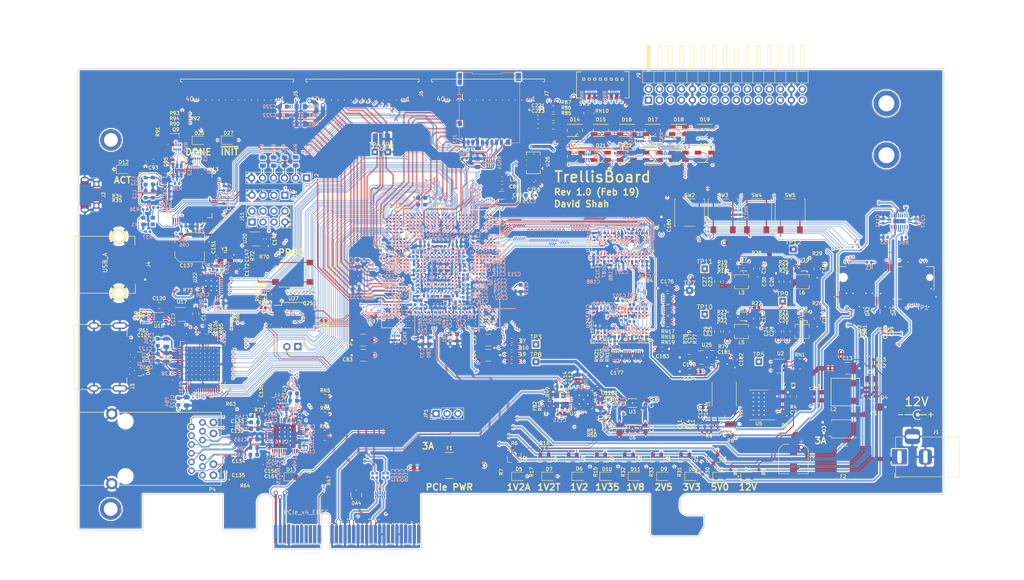
<source format=kicad_pcb>
(kicad_pcb (version 20171130) (host pcbnew 5.0.1)

  (general
    (thickness 1.6)
    (drawings 97)
    (tracks 28841)
    (zones 0)
    (modules 508)
    (nets 750)
  )

  (page A4)
  (layers
    (0 F.Cu signal)
    (1 In1.Cu signal)
    (2 In2.Cu signal)
    (3 In3.Cu signal)
    (4 In4.Cu signal)
    (5 In5.Cu signal)
    (6 In6.Cu signal)
    (31 B.Cu signal)
    (32 B.Adhes user)
    (33 F.Adhes user)
    (34 B.Paste user)
    (35 F.Paste user)
    (36 B.SilkS user)
    (37 F.SilkS user)
    (38 B.Mask user)
    (39 F.Mask user)
    (40 Dwgs.User user)
    (41 Cmts.User user)
    (42 Eco1.User user)
    (43 Eco2.User user)
    (44 Edge.Cuts user)
    (45 Margin user)
    (46 B.CrtYd user)
    (47 F.CrtYd user)
    (48 B.Fab user)
    (49 F.Fab user)
  )

  (setup
    (last_trace_width 0.15)
    (user_trace_width 0.1)
    (user_trace_width 0.15)
    (user_trace_width 0.2)
    (user_trace_width 0.25)
    (user_trace_width 0.35)
    (user_trace_width 0.5)
    (user_trace_width 0.8)
    (user_trace_width 1)
    (trace_clearance 0.0889)
    (zone_clearance 0.15)
    (zone_45_only no)
    (trace_min 0.0889)
    (segment_width 0.2)
    (edge_width 0.15)
    (via_size 0.4)
    (via_drill 0.2)
    (via_min_size 0.4)
    (via_min_drill 0.2)
    (user_via 0.6 0.3)
    (user_via 0.8 0.5)
    (user_via 1 0.6)
    (user_via 1.5 1)
    (user_via 2 1.5)
    (uvia_size 0.3)
    (uvia_drill 0.1)
    (uvias_allowed no)
    (uvia_min_size 0.2)
    (uvia_min_drill 0.1)
    (pcb_text_width 0.3)
    (pcb_text_size 1.5 1.5)
    (mod_edge_width 0.15)
    (mod_text_size 1 1)
    (mod_text_width 0.15)
    (pad_size 1.524 1.524)
    (pad_drill 0.762)
    (pad_to_mask_clearance 0.051)
    (solder_mask_min_width 0.25)
    (aux_axis_origin 0 0)
    (visible_elements FFFFFFFF)
    (pcbplotparams
      (layerselection 0x010fc_ffffffff)
      (usegerberextensions false)
      (usegerberattributes false)
      (usegerberadvancedattributes false)
      (creategerberjobfile false)
      (excludeedgelayer true)
      (linewidth 0.100000)
      (plotframeref false)
      (viasonmask false)
      (mode 1)
      (useauxorigin false)
      (hpglpennumber 1)
      (hpglpenspeed 20)
      (hpglpendiameter 15.000000)
      (psnegative false)
      (psa4output false)
      (plotreference true)
      (plotvalue true)
      (plotinvisibletext false)
      (padsonsilk false)
      (subtractmaskfromsilk false)
      (outputformat 1)
      (mirror false)
      (drillshape 1)
      (scaleselection 1)
      (outputdirectory ""))
  )

  (net 0 "")
  (net 1 "/PCIe + SATA/DCU1_REFCLK-")
  (net 2 "/PCIe + SATA/DCU1_REFCLK+")
  (net 3 DDR3_A4)
  (net 4 DDR3_A6)
  (net 5 DDR3_A5)
  (net 6 DDR3_A7)
  (net 7 /DDR3/DDR3_VTT)
  (net 8 "Net-(R38-Pad2)")
  (net 9 +3V3)
  (net 10 /Power/1V2_EN)
  (net 11 /Power/2V5_EN)
  (net 12 /Power/1V35_EN)
  (net 13 "Net-(RN1-Pad4)")
  (net 14 +5V)
  (net 15 "Net-(RN1-Pad5)")
  (net 16 USD_D0)
  (net 17 USD_D3)
  (net 18 USD_CMD)
  (net 19 USD_D2)
  (net 20 "Net-(RN23-Pad1)")
  (net 21 GND)
  (net 22 "/FPGA IO/CFG0")
  (net 23 "Net-(RN23-Pad8)")
  (net 24 "/FPGA IO/CFG1")
  (net 25 "/FPGA IO/CFG2")
  (net 26 "/FPGA IO/FLASH_D3")
  (net 27 "/FPGA IO/FLASH_D1")
  (net 28 "/FPGA IO/FLASH_D2")
  (net 29 "/FPGA IO/FLASH_D0")
  (net 30 DDR3_WE)
  (net 31 DDR3_CKE)
  (net 32 DDR3_CS)
  (net 33 DDR3_ODT)
  (net 34 DDR3_CAS)
  (net 35 DDR3_BA2)
  (net 36 DDR3_RAS)
  (net 37 DDR3_BA1)
  (net 38 DDR3_A12)
  (net 39 DDR3_A14)
  (net 40 DDR3_A13)
  (net 41 DDR3_BA0)
  (net 42 DDR3_A11)
  (net 43 DDR3_A9)
  (net 44 DDR3_A10)
  (net 45 DDR3_A8)
  (net 46 DDR3_A0)
  (net 47 DDR3_A2)
  (net 48 DDR3_A1)
  (net 49 DDR3_A3)
  (net 50 "/HDMI, GbE, USB/ETH_LED2")
  (net 51 ETH_~RESET)
  (net 52 "/HDMI, GbE, USB/ETH_LED1")
  (net 53 RGMII_REF_CLK)
  (net 54 "Net-(D18-Pad4)")
  (net 55 "Net-(D20-Pad4)")
  (net 56 "Net-(D19-Pad4)")
  (net 57 "Net-(D21-Pad4)")
  (net 58 "Net-(D25-Pad4)")
  (net 59 "Net-(D23-Pad4)")
  (net 60 "Net-(D24-Pad4)")
  (net 61 "Net-(D22-Pad4)")
  (net 62 FTDI_D1_RX)
  (net 63 FTDI_~WR)
  (net 64 FTDI_~RD)
  (net 65 FTDI_~SIWU)
  (net 66 RGMII_RXD0)
  (net 67 RGMII_RXD2)
  (net 68 RGMII_RXD1)
  (net 69 RGMII_RXD3)
  (net 70 RGMII_RX_DV)
  (net 71 ETH_MDIO)
  (net 72 RGMII_RX_CLK)
  (net 73 ETH_INT_N)
  (net 74 "Net-(D17-Pad1)")
  (net 75 "Net-(D16-Pad1)")
  (net 76 "Net-(D14-Pad1)")
  (net 77 "Net-(D15-Pad1)")
  (net 78 DIP_SW1)
  (net 79 DIP_SW0)
  (net 80 DIP_SW2)
  (net 81 DIP_SW3)
  (net 82 DIP_SW7)
  (net 83 DIP_SW6)
  (net 84 DIP_SW4)
  (net 85 DIP_SW5)
  (net 86 "Net-(D14-Pad4)")
  (net 87 "Net-(D16-Pad4)")
  (net 88 "Net-(D15-Pad4)")
  (net 89 "Net-(D17-Pad4)")
  (net 90 "Net-(D21-Pad1)")
  (net 91 "Net-(D20-Pad1)")
  (net 92 "Net-(D18-Pad1)")
  (net 93 "Net-(D19-Pad1)")
  (net 94 BTN1)
  (net 95 BTN0)
  (net 96 BTN2)
  (net 97 BTN3)
  (net 98 "Net-(D25-Pad1)")
  (net 99 "Net-(D24-Pad1)")
  (net 100 "Net-(D22-Pad1)")
  (net 101 "Net-(D23-Pad1)")
  (net 102 "/FPGA IO/VCCIO7")
  (net 103 "Net-(R44-Pad2)")
  (net 104 JTAG_TDO)
  (net 105 JTAG_TDI)
  (net 106 "Net-(R43-Pad2)")
  (net 107 "Net-(R42-Pad2)")
  (net 108 JTAG_TCK)
  (net 109 JTAG_TMS)
  (net 110 "Net-(R45-Pad2)")
  (net 111 "/PCIe + SATA/CLKAUXO+")
  (net 112 +1V8)
  (net 113 +2V5)
  (net 114 "/PCIe + SATA/CLKAUXO-")
  (net 115 "/FPGA IO/VCCIO6")
  (net 116 CLK_SDA)
  (net 117 "Net-(R36-Pad2)")
  (net 118 FPGA_12MHz)
  (net 119 "/PCIe + SATA/PCIe_REFCLK+")
  (net 120 "/PCIe + SATA/PCIe_REFCLK-")
  (net 121 PCIe_12V)
  (net 122 "Net-(D13-Pad2)")
  (net 123 ~PERST)
  (net 124 "Net-(P3-PadA11)")
  (net 125 "Net-(D12-Pad2)")
  (net 126 "Net-(R40-Pad1)")
  (net 127 "Net-(R39-Pad1)")
  (net 128 "Net-(R38-Pad1)")
  (net 129 "Net-(R12-Pad2)")
  (net 130 "/PCIe + SATA/3V3_C")
  (net 131 "/PCIe + SATA/3V3_CA")
  (net 132 "Net-(R57-Pad1)")
  (net 133 "Net-(R58-Pad2)")
  (net 134 FABRIC_REFCLK)
  (net 135 "/HDMI, GbE, USB/PORT_SCL")
  (net 136 "/HDMI, GbE, USB/PORT_SDA")
  (net 137 "Net-(C121-Pad1)")
  (net 138 "Net-(R62-Pad1)")
  (net 139 /Power/3V3_PG)
  (net 140 "Net-(D27-Pad2)")
  (net 141 "/FPGA IO/~PROGRAM")
  (net 142 "Net-(R80-Pad1)")
  (net 143 "Net-(R81-Pad1)")
  (net 144 "/FPGA IO/FLASH_~CS")
  (net 145 "/FPGA IO/FLASH_CLK")
  (net 146 "/FPGA IO/DONE")
  (net 147 "Net-(Q9-Pad1)")
  (net 148 "Net-(D26-Pad2)")
  (net 149 "Net-(R79-Pad1)")
  (net 150 "/FPGA IO/~INIT")
  (net 151 "Net-(C9-Pad1)")
  (net 152 "Net-(C11-Pad1)")
  (net 153 "Net-(Q2-Pad3)")
  (net 154 "Net-(D5-Pad1)")
  (net 155 /Power/1V2_PG)
  (net 156 USD_D1)
  (net 157 USD_CLK)
  (net 158 "Net-(R97-Pad1)")
  (net 159 "Net-(Q2-Pad1)")
  (net 160 +1V2A)
  (net 161 "Net-(R5-Pad2)")
  (net 162 "Net-(D2-Pad2)")
  (net 163 "Net-(C7-Pad1)")
  (net 164 "Net-(D4-Pad2)")
  (net 165 +12V)
  (net 166 "Net-(R74-Pad1)")
  (net 167 "/Debug Interface/PORT_D-")
  (net 168 "/Debug Interface/FTDI_D-")
  (net 169 "/Debug Interface/FTDI_D+")
  (net 170 "/Debug Interface/PORT_D+")
  (net 171 "Net-(C22-Pad2)")
  (net 172 "Net-(R71-Pad2)")
  (net 173 "/HDMI, GbE, USB/USB_XO")
  (net 174 "/HDMI, GbE, USB/USB_XI")
  (net 175 "Net-(R73-Pad1)")
  (net 176 "/HDMI, GbE, USB/USBA_VBUS")
  (net 177 "/HDMI, GbE, USB/EXTVBUS")
  (net 178 DVI_SCL)
  (net 179 DVI_SDA)
  (net 180 CLK_SCL)
  (net 181 "Net-(R70-Pad1)")
  (net 182 "Net-(C175-Pad2)")
  (net 183 DDR3_CLK+)
  (net 184 "Net-(P4-Pad16)")
  (net 185 "Net-(R66-Pad1)")
  (net 186 "Net-(R65-Pad1)")
  (net 187 "/HDMI, GbE, USB/HDMI_HPD")
  (net 188 DDR3_CLK-)
  (net 189 "Net-(C179-Pad1)")
  (net 190 +1V35)
  (net 191 +1V2)
  (net 192 "Net-(D10-Pad2)")
  (net 193 "Net-(P4-Pad14)")
  (net 194 "Net-(C12-Pad2)")
  (net 195 "Net-(D6-Pad2)")
  (net 196 +1V2T)
  (net 197 "Net-(Q4-Pad1)")
  (net 198 "Net-(Q4-Pad3)")
  (net 199 "Net-(D7-Pad1)")
  (net 200 "Net-(C19-Pad2)")
  (net 201 "Net-(C20-Pad2)")
  (net 202 "Net-(C21-Pad2)")
  (net 203 "/Debug Interface/FTDI_12MHz")
  (net 204 "Net-(D11-Pad2)")
  (net 205 /Power/2V5_PG)
  (net 206 /Power/1V35_PG)
  (net 207 /Power/1V8_PG)
  (net 208 "Net-(D8-Pad2)")
  (net 209 "Net-(D9-Pad2)")
  (net 210 "Net-(C8-Pad2)")
  (net 211 "Net-(C8-Pad1)")
  (net 212 /Power/PWR_EN)
  (net 213 "/HDMI, GbE, USB/HDMI_5V")
  (net 214 "Net-(U17-Pad3)")
  (net 215 "Net-(D9-Pad1)")
  (net 216 "Net-(D11-Pad1)")
  (net 217 "Net-(D26-Pad1)")
  (net 218 "Net-(D2-Pad1)")
  (net 219 "Net-(D6-Pad1)")
  (net 220 "Net-(D10-Pad1)")
  (net 221 "Net-(D8-Pad1)")
  (net 222 "Net-(U1-Pad3)")
  (net 223 DDR3_Vref)
  (net 224 DDR3_Vtt_EN)
  (net 225 "Net-(U5-Pad2)")
  (net 226 "Net-(L1-Pad1)")
  (net 227 "Net-(C11-Pad2)")
  (net 228 "Net-(U13-Pad3)")
  (net 229 "/Debug Interface/Vphy")
  (net 230 "/Debug Interface/Vpll")
  (net 231 "/Debug Interface/JTAG_ACT")
  (net 232 "Net-(U13-Pad22)")
  (net 233 "Net-(U13-Pad23)")
  (net 234 "Net-(U13-Pad24)")
  (net 235 "Net-(U13-Pad26)")
  (net 236 "Net-(U13-Pad27)")
  (net 237 "Net-(U13-Pad28)")
  (net 238 "Net-(U13-Pad29)")
  (net 239 "Net-(U13-Pad30)")
  (net 240 "Net-(U13-Pad32)")
  (net 241 "Net-(U13-Pad33)")
  (net 242 "Net-(U13-Pad34)")
  (net 243 "Net-(U13-Pad36)")
  (net 244 FTDI_D0_TX)
  (net 245 FTDI_D2)
  (net 246 FTDI_D3)
  (net 247 FTDI_D4)
  (net 248 FTDI_D5)
  (net 249 FTDI_D6)
  (net 250 FTDI_D7)
  (net 251 FTDI_~RXF)
  (net 252 "Net-(U13-Pad49)")
  (net 253 "Net-(U13-Pad50)")
  (net 254 FTDI_~TXE)
  (net 255 "Net-(U13-Pad57)")
  (net 256 "Net-(U13-Pad58)")
  (net 257 "Net-(U13-Pad59)")
  (net 258 "Net-(U13-Pad60)")
  (net 259 "/HDMI, GbE, USB/DVI_DVDD")
  (net 260 DVI_DE)
  (net 261 DVI_HSYNC)
  (net 262 DVI_VSYNC)
  (net 263 "Net-(U19-Pad11)")
  (net 264 "/HDMI, GbE, USB/DVI_PVDD")
  (net 265 "/HDMI, GbE, USB/TMDS_CLK-")
  (net 266 "/HDMI, GbE, USB/TMDS_CLK+")
  (net 267 "/HDMI, GbE, USB/DVI_TVDD")
  (net 268 "/HDMI, GbE, USB/TMDS_D0-")
  (net 269 "/HDMI, GbE, USB/TMDS_D0+")
  (net 270 "/HDMI, GbE, USB/TMDS_D1-")
  (net 271 "/HDMI, GbE, USB/TMDS_D1+")
  (net 272 "/HDMI, GbE, USB/TMDS_D2-")
  (net 273 "/HDMI, GbE, USB/TMDS_D2+")
  (net 274 DVI_D23)
  (net 275 DVI_D22)
  (net 276 DVI_D21)
  (net 277 DVI_D20)
  (net 278 DVI_D19)
  (net 279 DVI_D18)
  (net 280 DVI_D17)
  (net 281 DVI_D16)
  (net 282 DVI_D15)
  (net 283 DVI_D14)
  (net 284 DVI_D13)
  (net 285 DVI_D12)
  (net 286 "Net-(U19-Pad49)")
  (net 287 DVI_D11)
  (net 288 DVI_D10)
  (net 289 DVI_D9)
  (net 290 DVI_D8)
  (net 291 DVI_D7)
  (net 292 DVI_D6)
  (net 293 DVI_CLK)
  (net 294 DVI_D5)
  (net 295 DVI_D4)
  (net 296 DVI_D3)
  (net 297 DVI_D2)
  (net 298 DVI_D1)
  (net 299 DVI_D0)
  (net 300 "/HDMI, GbE, USB/AVDDH")
  (net 301 "/HDMI, GbE, USB/MX4-")
  (net 302 "/HDMI, GbE, USB/MX4+")
  (net 303 "/HDMI, GbE, USB/AVDDL")
  (net 304 "/HDMI, GbE, USB/MX3-")
  (net 305 "/HDMI, GbE, USB/MX3+")
  (net 306 "/HDMI, GbE, USB/MX2-")
  (net 307 "/HDMI, GbE, USB/MX2+")
  (net 308 "/HDMI, GbE, USB/MX1-")
  (net 309 "/HDMI, GbE, USB/MX1+")
  (net 310 "Net-(U21-Pad13)")
  (net 311 RGMII_TXD0)
  (net 312 RGMII_TXD1)
  (net 313 RGMII_TXD2)
  (net 314 RGMII_TXD3)
  (net 315 RGMII_TX_CLK)
  (net 316 RGMII_TX_EN)
  (net 317 ETH_MDC)
  (net 318 "Net-(U21-Pad43)")
  (net 319 "/HDMI, GbE, USB/AVDDL_PLL")
  (net 320 "/HDMI, GbE, USB/ETH_XO")
  (net 321 "/HDMI, GbE, USB/ETH_XI")
  (net 322 "Net-(U21-Pad47)")
  (net 323 "Net-(U22-Pad3)")
  (net 324 "Net-(U22-Pad5)")
  (net 325 "/HDMI, GbE, USB/USBA_D+")
  (net 326 "/HDMI, GbE, USB/USBA_D-")
  (net 327 ULPI_RESET)
  (net 328 ULPI_NXT)
  (net 329 ULPI_DIR)
  (net 330 ULPI_STP)
  (net 331 ULPI_CLKO)
  (net 332 "/HDMI, GbE, USB/USB1V8")
  (net 333 ULPI_D7)
  (net 334 ULPI_D6)
  (net 335 ULPI_D5)
  (net 336 ULPI_D4)
  (net 337 ULPI_D3)
  (net 338 ULPI_D2)
  (net 339 ULPI_D1)
  (net 340 ULPI_D0)
  (net 341 "Net-(C117-Pad1)")
  (net 342 "Net-(C115-Pad2)")
  (net 343 CLK_SD_OE)
  (net 344 "/PCIe + SATA/1V8_C")
  (net 345 "Net-(U16-Pad16)")
  (net 346 "/PCIe + SATA/DCU0_REFCLK-")
  (net 347 "/PCIe + SATA/DCU0_REFCLK+")
  (net 348 "Net-(U16-Pad24)")
  (net 349 DDR3_DQ13)
  (net 350 DDR3_DQ15)
  (net 351 DDR3_DQ12)
  (net 352 DDR3_DQS1-)
  (net 353 DDR3_DQ14)
  (net 354 DDR3_DQ11)
  (net 355 DDR3_DQ9)
  (net 356 DDR3_DQS1+)
  (net 357 DDR3_DQ10)
  (net 358 DDR3_DM1)
  (net 359 DDR3_DQ8)
  (net 360 DDR3_DQ0)
  (net 361 DDR3_DM0)
  (net 362 DDR3_DQ2)
  (net 363 DDR3_DQS0+)
  (net 364 DDR3_DQ1)
  (net 365 DDR3_DQ3)
  (net 366 DDR3_DQ6)
  (net 367 DDR3_DQS0-)
  (net 368 DDR3_DQ4)
  (net 369 DDR3_DQ7)
  (net 370 DDR3_DQ5)
  (net 371 "Net-(U23-PadJ1)")
  (net 372 "Net-(U23-PadJ9)")
  (net 373 "Net-(U23-PadL1)")
  (net 374 "Net-(U23-PadL9)")
  (net 375 "Net-(U23-PadM7)")
  (net 376 DDR3_RESET)
  (net 377 "Net-(U24-PadM7)")
  (net 378 "Net-(U24-PadL9)")
  (net 379 "Net-(U24-PadL1)")
  (net 380 "Net-(U24-PadJ9)")
  (net 381 "Net-(U24-PadJ1)")
  (net 382 DDR3_DQ21)
  (net 383 DDR3_DQ23)
  (net 384 DDR3_DQ20)
  (net 385 DDR3_DQS2-)
  (net 386 DDR3_DQ22)
  (net 387 DDR3_DQ19)
  (net 388 DDR3_DQ17)
  (net 389 DDR3_DQS2+)
  (net 390 DDR3_DQ18)
  (net 391 DDR3_DM2)
  (net 392 DDR3_DQ16)
  (net 393 DDR3_DQ24)
  (net 394 DDR3_DM3)
  (net 395 DDR3_DQ26)
  (net 396 DDR3_DQS3+)
  (net 397 DDR3_DQ25)
  (net 398 DDR3_DQ27)
  (net 399 DDR3_DQ30)
  (net 400 DDR3_DQS3-)
  (net 401 DDR3_DQ28)
  (net 402 DDR3_DQ31)
  (net 403 DDR3_DQ29)
  (net 404 "Net-(X1-Pad1)")
  (net 405 "Net-(L4-Pad1)")
  (net 406 "Net-(L5-Pad1)")
  (net 407 "Net-(L3-Pad1)")
  (net 408 "Net-(L6-Pad1)")
  (net 409 "/FPGA Core Power/VCCHTX1")
  (net 410 "/FPGA Core Power/VCCHTX0")
  (net 411 "/FPGA Core Power/VCCA0")
  (net 412 "/FPGA Core Power/VCCAUX")
  (net 413 "/FPGA Core Power/VCCA1")
  (net 414 "/PCIe + SATA/DCU1_RX1-")
  (net 415 "/PCIe + SATA/DCU1_RX1+")
  (net 416 "/PCIe + SATA/DCU1_RX0-")
  (net 417 "/PCIe + SATA/DCU1_RX0+")
  (net 418 "/PCIe + SATA/PCIe_HSI0+")
  (net 419 "/PCIe + SATA/PCIe_HSI0-")
  (net 420 "/PCIe + SATA/PCIe_HSI1+")
  (net 421 "/PCIe + SATA/PCIe_HSI1-")
  (net 422 "/PCIe + SATA/DCU0_RX0+")
  (net 423 "/PCIe + SATA/DCU0_RX0-")
  (net 424 "/PCIe + SATA/DCU0_RX1+")
  (net 425 "/PCIe + SATA/DCU0_RX1-")
  (net 426 "Net-(U6-Pad2)")
  (net 427 "Net-(U6-Pad5)")
  (net 428 "Net-(U3-Pad5)")
  (net 429 "Net-(U3-Pad2)")
  (net 430 "Net-(U10-Pad4)")
  (net 431 "Net-(U9-Pad4)")
  (net 432 "Net-(U8-Pad4)")
  (net 433 "Net-(U7-Pad4)")
  (net 434 "Net-(J5-Pad38)")
  (net 435 "/FPGA IO/EXT0_11-")
  (net 436 "/FPGA IO/EXT0_11+")
  (net 437 "/FPGA IO/EXT0_10-")
  (net 438 "/FPGA IO/EXT0_10+")
  (net 439 "/FPGA IO/EXT0_9-")
  (net 440 "/FPGA IO/EXT0_9+")
  (net 441 "/FPGA IO/EXT0_8-")
  (net 442 "/FPGA IO/EXT0_8+")
  (net 443 "/FPGA IO/EXT0_7-")
  (net 444 "/FPGA IO/EXT0_7+")
  (net 445 "/FPGA IO/EXT0_6-")
  (net 446 "/FPGA IO/EXT0_6+")
  (net 447 "/FPGA IO/EXT0_5-")
  (net 448 "/FPGA IO/EXT0_5+")
  (net 449 "/FPGA IO/EXT0_4-")
  (net 450 "/FPGA IO/EXT0_4+")
  (net 451 "/FPGA IO/EXT0_3-")
  (net 452 "/FPGA IO/EXT0_3+")
  (net 453 "/FPGA IO/EXT0_2-")
  (net 454 "/FPGA IO/EXT0_2+")
  (net 455 "/FPGA IO/EXT0_1-")
  (net 456 "/FPGA IO/EXT0_1+")
  (net 457 "/FPGA IO/EXT0_0-")
  (net 458 "/FPGA IO/EXT0_0+")
  (net 459 "Net-(J6-Pad38)")
  (net 460 "/FPGA IO/EXT1_11-")
  (net 461 "/FPGA IO/EXT1_11+")
  (net 462 "/FPGA IO/EXT1_10-")
  (net 463 "/FPGA IO/EXT1_10+")
  (net 464 "/FPGA IO/EXT1_9-")
  (net 465 "/FPGA IO/EXT1_9+")
  (net 466 "/FPGA IO/EXT1_8-")
  (net 467 "/FPGA IO/EXT1_8+")
  (net 468 "/FPGA IO/EXT1_7-")
  (net 469 "/FPGA IO/EXT1_7+")
  (net 470 "/FPGA IO/EXT1_6-")
  (net 471 "/FPGA IO/EXT1_6+")
  (net 472 "/FPGA IO/EXT1_5-")
  (net 473 "/FPGA IO/EXT1_5+")
  (net 474 "/FPGA IO/EXT1_4-")
  (net 475 "/FPGA IO/EXT1_4+")
  (net 476 "/FPGA IO/EXT1_3-")
  (net 477 "/FPGA IO/EXT1_3+")
  (net 478 "/FPGA IO/EXT1_2-")
  (net 479 "/FPGA IO/EXT1_2+")
  (net 480 "/FPGA IO/EXT1_1-")
  (net 481 "/FPGA IO/EXT1_1+")
  (net 482 "/FPGA IO/EXT1_0-")
  (net 483 "/FPGA IO/EXT1_0+")
  (net 484 "/FPGA IO/EXT2_0+")
  (net 485 "/FPGA IO/EXT2_0-")
  (net 486 "/FPGA IO/EXT2_1+")
  (net 487 "/FPGA IO/EXT2_1-")
  (net 488 "/FPGA IO/EXT2_2+")
  (net 489 "/FPGA IO/EXT2_2-")
  (net 490 "/FPGA IO/EXT2_3+")
  (net 491 "/FPGA IO/EXT2_3-")
  (net 492 "/FPGA IO/EXT2_4+")
  (net 493 "/FPGA IO/EXT2_4-")
  (net 494 "/FPGA IO/EXT2_5+")
  (net 495 "/FPGA IO/EXT2_5-")
  (net 496 "/FPGA IO/EXT2_6+")
  (net 497 "/FPGA IO/EXT2_6-")
  (net 498 "/FPGA IO/EXT2_7+")
  (net 499 "/FPGA IO/EXT2_7-")
  (net 500 "/FPGA IO/EXT2_8+")
  (net 501 "/FPGA IO/EXT2_8-")
  (net 502 "/FPGA IO/EXT2_9+")
  (net 503 "/FPGA IO/EXT2_9-")
  (net 504 "/FPGA IO/EXT2_10+")
  (net 505 "/FPGA IO/EXT2_10-")
  (net 506 "/FPGA IO/EXT2_11+")
  (net 507 "/FPGA IO/EXT2_11-")
  (net 508 "Net-(J7-Pad38)")
  (net 509 "Net-(C132-Pad1)")
  (net 510 "Net-(C135-Pad1)")
  (net 511 "Net-(C133-Pad1)")
  (net 512 "Net-(C134-Pad1)")
  (net 513 "Net-(P3-PadB5)")
  (net 514 "Net-(P3-PadB6)")
  (net 515 "Net-(P3-PadB8)")
  (net 516 "Net-(P3-PadB9)")
  (net 517 "Net-(P3-PadB10)")
  (net 518 PCIe_~WAKE)
  (net 519 "Net-(P3-PadB12)")
  (net 520 "/PCIe + SATA/~PRSNT2~_X1")
  (net 521 "Net-(P3-PadB23)")
  (net 522 "Net-(P3-PadB24)")
  (net 523 "Net-(P3-PadB27)")
  (net 524 "Net-(P3-PadB28)")
  (net 525 "Net-(P3-PadB30)")
  (net 526 "/PCIe + SATA/~PRSNT2~_X4")
  (net 527 "/PCIe + SATA/~PRSNT1")
  (net 528 "Net-(P3-PadA5)")
  (net 529 "Net-(P3-PadA6)")
  (net 530 "Net-(P3-PadA7)")
  (net 531 "Net-(P3-PadA8)")
  (net 532 "Net-(P3-PadA9)")
  (net 533 "Net-(P3-PadA10)")
  (net 534 "Net-(P3-PadA19)")
  (net 535 "Net-(P3-PadA25)")
  (net 536 "Net-(P3-PadA26)")
  (net 537 "Net-(P3-PadA29)")
  (net 538 "Net-(P3-PadA30)")
  (net 539 "Net-(P3-PadA32)")
  (net 540 "Net-(U26-Pad1)")
  (net 541 "Net-(U26-Pad2)")
  (net 542 "/FPGA IO/CLK100+")
  (net 543 "/FPGA IO/CLK100-")
  (net 544 "Net-(J3-Pad14)")
  (net 545 "Net-(J3-Pad13)")
  (net 546 LED2)
  (net 547 LED11)
  (net 548 LED10)
  (net 549 LED0)
  (net 550 LED1)
  (net 551 LED3)
  (net 552 LED4)
  (net 553 LED5)
  (net 554 LED6)
  (net 555 LED7)
  (net 556 LED8)
  (net 557 LED9)
  (net 558 "Net-(F2-Pad2)")
  (net 559 "Net-(U15-PadR1)")
  (net 560 "Net-(U15-PadT2)")
  (net 561 "Net-(U15-PadAB2)")
  (net 562 "Net-(U15-PadAC2)")
  (net 563 "Net-(U15-PadAE2)")
  (net 564 "Net-(U15-PadAG2)")
  (net 565 "Net-(U15-PadA3)")
  (net 566 "Net-(U15-PadV3)")
  (net 567 "Net-(U15-PadW3)")
  (net 568 "Net-(U15-PadY3)")
  (net 569 "Net-(U15-PadAC3)")
  (net 570 "Net-(U15-PadAG3)")
  (net 571 "Net-(U15-PadAL3)")
  (net 572 "Net-(U15-PadB4)")
  (net 573 "Net-(U15-PadH4)")
  (net 574 "Net-(U15-PadAC4)")
  (net 575 "Net-(U15-PadA5)")
  (net 576 "Net-(U15-PadL5)")
  (net 577 "Net-(U15-PadW6)")
  (net 578 "Net-(U15-PadD7)")
  (net 579 "Net-(U15-PadE7)")
  (net 580 "Net-(U15-PadAE7)")
  (net 581 "Net-(U15-PadG9)")
  (net 582 "/PCIe + SATA/DCU0_TX0+")
  (net 583 "Net-(U15-PadG10)")
  (net 584 "/PCIe + SATA/DCU0_TX0-")
  (net 585 "Net-(U15-PadG11)")
  (net 586 "/PCIe + SATA/DCU0_TX1+")
  (net 587 "/PCIe + SATA/DCU0_TX1-")
  (net 588 "/FPGA IO/PMOD1_10")
  (net 589 "/FPGA IO/PMOD1_9")
  (net 590 "Net-(U15-PadG14)")
  (net 591 "Net-(U15-PadG15)")
  (net 592 "Net-(U15-PadAK15)")
  (net 593 "Net-(U15-PadG16)")
  (net 594 "Net-(U15-PadAK16)")
  (net 595 "Net-(U15-PadG17)")
  (net 596 "Net-(U15-PadG18)")
  (net 597 "/PCIe + SATA/DCU1_TX0+")
  (net 598 "Net-(U15-PadG19)")
  (net 599 "/PCIe + SATA/DCU1_TX0-")
  (net 600 "/FPGA IO/PMOD1_8")
  (net 601 "/FPGA IO/PMOD1_7")
  (net 602 "/PCIe + SATA/DCU1_TX1+")
  (net 603 "/PCIe + SATA/DCU1_TX1-")
  (net 604 "/FPGA IO/EXIO_5")
  (net 605 "/FPGA IO/EXIO_4")
  (net 606 "/FPGA IO/EXIO_3")
  (net 607 "Net-(U15-PadG22)")
  (net 608 "/FPGA IO/PMOD1_3")
  (net 609 "/FPGA IO/PMOD1_2")
  (net 610 "/FPGA IO/PMOD1_0")
  (net 611 "/FPGA IO/PMOD1_1")
  (net 612 "/FPGA IO/EXIO_2")
  (net 613 "Net-(U15-PadG23)")
  (net 614 "/FPGA IO/EXIO_1")
  (net 615 "/FPGA IO/PMOD0_10")
  (net 616 "/FPGA IO/EXIO_0")
  (net 617 "/FPGA IO/PMOD0_9")
  (net 618 "Net-(U15-PadG24)")
  (net 619 "Net-(U15-PadAG24)")
  (net 620 "Net-(U15-PadAK24)")
  (net 621 "/FPGA IO/PMOD0_8")
  (net 622 "/FPGA IO/PMOD0_3")
  (net 623 "/FPGA IO/PMOD0_7")
  (net 624 "/FPGA IO/PMOD0_2")
  (net 625 "/FPGA IO/PMOD0_1")
  (net 626 "Net-(U15-PadAK25)")
  (net 627 "/FPGA IO/PMOD0_0")
  (net 628 "Net-(U15-PadB26)")
  (net 629 "Net-(U15-PadE26)")
  (net 630 "Net-(U15-PadAE26)")
  (net 631 "Net-(U15-PadH27)")
  (net 632 "Net-(U15-PadJ27)")
  (net 633 "Net-(U15-PadW27)")
  (net 634 "Net-(U15-PadC28)")
  (net 635 "Net-(U15-PadD28)")
  (net 636 "Net-(U15-PadH28)")
  (net 637 "Net-(U15-PadL28)")
  (net 638 "Net-(U15-PadP28)")
  (net 639 "Net-(U15-PadAC28)")
  (net 640 "Net-(U15-PadAE28)")
  (net 641 "Net-(U15-PadC29)")
  (net 642 "Net-(U15-PadH29)")
  (net 643 "Net-(U15-PadP29)")
  (net 644 "Net-(U15-PadAB29)")
  (net 645 "Net-(U15-PadAC29)")
  (net 646 "Net-(U15-PadAE29)")
  (net 647 "Net-(U15-PadAJ29)")
  (net 648 "Net-(U15-PadC30)")
  (net 649 "Net-(U15-PadP30)")
  (net 650 "Net-(U15-PadR30)")
  (net 651 "Net-(U15-PadV30)")
  (net 652 "Net-(U15-PadAB30)")
  (net 653 "Net-(U15-PadAE30)")
  (net 654 "Net-(U15-PadAJ30)")
  (net 655 "Net-(U15-PadA31)")
  (net 656 "Net-(U15-PadAG31)")
  (net 657 "Net-(U15-PadAK31)")
  (net 658 "Net-(U15-PadAG32)")
  (net 659 "Net-(J2-Pad1)")
  (net 660 "Net-(J2-Pad4)")
  (net 661 "Net-(U15-PadT30)")
  (net 662 "Net-(U15-PadAE27)")
  (net 663 "Net-(U15-PadAD27)")
  (net 664 "Net-(U15-PadF30)")
  (net 665 "Net-(U15-PadN27)")
  (net 666 "Net-(U15-PadU27)")
  (net 667 "Net-(U15-PadU29)")
  (net 668 "Net-(U15-PadW30)")
  (net 669 "Net-(U15-PadY30)")
  (net 670 "Net-(U15-PadY29)")
  (net 671 "Net-(U15-PadW1)")
  (net 672 "Net-(U15-PadV1)")
  (net 673 "Net-(U15-PadY7)")
  (net 674 "Net-(U15-PadY6)")
  (net 675 "Net-(U15-PadAC5)")
  (net 676 "Net-(U15-PadAD4)")
  (net 677 "Net-(U15-PadY4)")
  (net 678 "Net-(U15-PadW4)")
  (net 679 "Net-(U15-PadJ4)")
  (net 680 "Net-(U15-PadL3)")
  (net 681 "Net-(U15-PadL2)")
  (net 682 "Net-(U15-PadK2)")
  (net 683 "Net-(U15-PadL1)")
  (net 684 "Net-(U15-PadK1)")
  (net 685 "Net-(U15-PadJ1)")
  (net 686 "Net-(U15-PadD1)")
  (net 687 "Net-(U15-PadC1)")
  (net 688 "Net-(U15-PadF2)")
  (net 689 "Net-(U15-PadE1)")
  (net 690 "Net-(U15-PadE4)")
  (net 691 "Net-(U15-PadD4)")
  (net 692 "Net-(P1-Pad52)")
  (net 693 M2_CLKSEL)
  (net 694 "Net-(R54-Pad1)")
  (net 695 "/PCIe + SATA/M2_REFCLK+")
  (net 696 "/PCIe + SATA/M2_REFCLK-")
  (net 697 "Net-(U11-Pad17)")
  (net 698 "Net-(U11-Pad16)")
  (net 699 "/PCIe + SATA/CLKREFO+")
  (net 700 "/PCIe + SATA/CLKREFO-")
  (net 701 "/PCIe + SATA/M2_RX0+")
  (net 702 "/PCIe + SATA/M2_RX0-")
  (net 703 "/PCIe + SATA/M2_RX1+")
  (net 704 "/PCIe + SATA/M2_RX1-")
  (net 705 M2_CTS)
  (net 706 M2_RTS)
  (net 707 M2_SDIO_D0)
  (net 708 M2_TXD)
  (net 709 M2_SDIO_D3)
  (net 710 M2_SDIO_D2)
  (net 711 M2_SDIO_D1)
  (net 712 M2_SDIO_CLK)
  (net 713 M2_SDIO_CMD)
  (net 714 "Net-(P1-Pad3)")
  (net 715 "Net-(P1-Pad5)")
  (net 716 "Net-(P1-Pad6)")
  (net 717 "Net-(P1-Pad8)")
  (net 718 "Net-(P1-Pad10)")
  (net 719 "Net-(P1-Pad12)")
  (net 720 "Net-(P1-Pad14)")
  (net 721 "Net-(P1-Pad16)")
  (net 722 "Net-(P1-Pad20)")
  (net 723 "Net-(P1-Pad21)")
  (net 724 "Net-(P1-Pad23)")
  (net 725 "Net-(P1-Pad38)")
  (net 726 "Net-(P1-Pad40)")
  (net 727 "Net-(P1-Pad42)")
  (net 728 "Net-(P1-Pad44)")
  (net 729 "Net-(P1-Pad46)")
  (net 730 "Net-(P1-Pad48)")
  (net 731 "Net-(P1-Pad50)")
  (net 732 "Net-(P1-Pad53)")
  (net 733 "Net-(P1-Pad54)")
  (net 734 "Net-(P1-Pad55)")
  (net 735 "Net-(P1-Pad56)")
  (net 736 "Net-(P1-Pad58)")
  (net 737 "Net-(P1-Pad60)")
  (net 738 "Net-(P1-Pad62)")
  (net 739 "Net-(P1-Pad64)")
  (net 740 "Net-(P1-Pad66)")
  (net 741 "Net-(P1-Pad68)")
  (net 742 "Net-(P1-Pad70)")
  (net 743 "Net-(C258-Pad1)")
  (net 744 M2_RXD)
  (net 745 "Net-(U15-PadN3)")
  (net 746 "Net-(U15-PadA4)")
  (net 747 "Net-(RN2-Pad4)")
  (net 748 "Net-(RN2-Pad2)")
  (net 749 "Net-(RN2-Pad3)")

  (net_class Default "This is the default net class."
    (clearance 0.0889)
    (trace_width 0.0889)
    (via_dia 0.4)
    (via_drill 0.2)
    (uvia_dia 0.3)
    (uvia_drill 0.1)
    (diff_pair_gap 0.11)
    (diff_pair_width 0.11)
    (add_net +12V)
    (add_net +1V2)
    (add_net +1V2A)
    (add_net +1V2T)
    (add_net +1V35)
    (add_net +1V8)
    (add_net +2V5)
    (add_net +3V3)
    (add_net +5V)
    (add_net /DDR3/DDR3_VTT)
    (add_net "/Debug Interface/FTDI_12MHz")
    (add_net "/Debug Interface/FTDI_D+")
    (add_net "/Debug Interface/FTDI_D-")
    (add_net "/Debug Interface/JTAG_ACT")
    (add_net "/Debug Interface/PORT_D+")
    (add_net "/Debug Interface/PORT_D-")
    (add_net "/Debug Interface/Vphy")
    (add_net "/Debug Interface/Vpll")
    (add_net "/FPGA Core Power/VCCA0")
    (add_net "/FPGA Core Power/VCCA1")
    (add_net "/FPGA Core Power/VCCAUX")
    (add_net "/FPGA Core Power/VCCHTX0")
    (add_net "/FPGA Core Power/VCCHTX1")
    (add_net "/FPGA IO/CFG0")
    (add_net "/FPGA IO/CFG1")
    (add_net "/FPGA IO/CFG2")
    (add_net "/FPGA IO/CLK100+")
    (add_net "/FPGA IO/CLK100-")
    (add_net "/FPGA IO/DONE")
    (add_net "/FPGA IO/EXIO_0")
    (add_net "/FPGA IO/EXIO_1")
    (add_net "/FPGA IO/EXIO_2")
    (add_net "/FPGA IO/EXIO_3")
    (add_net "/FPGA IO/EXIO_4")
    (add_net "/FPGA IO/EXIO_5")
    (add_net "/FPGA IO/EXT0_0+")
    (add_net "/FPGA IO/EXT0_0-")
    (add_net "/FPGA IO/EXT0_1+")
    (add_net "/FPGA IO/EXT0_1-")
    (add_net "/FPGA IO/EXT0_10+")
    (add_net "/FPGA IO/EXT0_10-")
    (add_net "/FPGA IO/EXT0_11+")
    (add_net "/FPGA IO/EXT0_11-")
    (add_net "/FPGA IO/EXT0_2+")
    (add_net "/FPGA IO/EXT0_2-")
    (add_net "/FPGA IO/EXT0_3+")
    (add_net "/FPGA IO/EXT0_3-")
    (add_net "/FPGA IO/EXT0_4+")
    (add_net "/FPGA IO/EXT0_4-")
    (add_net "/FPGA IO/EXT0_5+")
    (add_net "/FPGA IO/EXT0_5-")
    (add_net "/FPGA IO/EXT0_6+")
    (add_net "/FPGA IO/EXT0_6-")
    (add_net "/FPGA IO/EXT0_7+")
    (add_net "/FPGA IO/EXT0_7-")
    (add_net "/FPGA IO/EXT0_8+")
    (add_net "/FPGA IO/EXT0_8-")
    (add_net "/FPGA IO/EXT0_9+")
    (add_net "/FPGA IO/EXT0_9-")
    (add_net "/FPGA IO/EXT1_0+")
    (add_net "/FPGA IO/EXT1_0-")
    (add_net "/FPGA IO/EXT1_1+")
    (add_net "/FPGA IO/EXT1_1-")
    (add_net "/FPGA IO/EXT1_10+")
    (add_net "/FPGA IO/EXT1_10-")
    (add_net "/FPGA IO/EXT1_11+")
    (add_net "/FPGA IO/EXT1_11-")
    (add_net "/FPGA IO/EXT1_2+")
    (add_net "/FPGA IO/EXT1_2-")
    (add_net "/FPGA IO/EXT1_3+")
    (add_net "/FPGA IO/EXT1_3-")
    (add_net "/FPGA IO/EXT1_4+")
    (add_net "/FPGA IO/EXT1_4-")
    (add_net "/FPGA IO/EXT1_5+")
    (add_net "/FPGA IO/EXT1_5-")
    (add_net "/FPGA IO/EXT1_6+")
    (add_net "/FPGA IO/EXT1_6-")
    (add_net "/FPGA IO/EXT1_7+")
    (add_net "/FPGA IO/EXT1_7-")
    (add_net "/FPGA IO/EXT1_8+")
    (add_net "/FPGA IO/EXT1_8-")
    (add_net "/FPGA IO/EXT1_9+")
    (add_net "/FPGA IO/EXT1_9-")
    (add_net "/FPGA IO/EXT2_0+")
    (add_net "/FPGA IO/EXT2_0-")
    (add_net "/FPGA IO/EXT2_1+")
    (add_net "/FPGA IO/EXT2_1-")
    (add_net "/FPGA IO/EXT2_10+")
    (add_net "/FPGA IO/EXT2_10-")
    (add_net "/FPGA IO/EXT2_11+")
    (add_net "/FPGA IO/EXT2_11-")
    (add_net "/FPGA IO/EXT2_2+")
    (add_net "/FPGA IO/EXT2_2-")
    (add_net "/FPGA IO/EXT2_3+")
    (add_net "/FPGA IO/EXT2_3-")
    (add_net "/FPGA IO/EXT2_4+")
    (add_net "/FPGA IO/EXT2_4-")
    (add_net "/FPGA IO/EXT2_5+")
    (add_net "/FPGA IO/EXT2_5-")
    (add_net "/FPGA IO/EXT2_6+")
    (add_net "/FPGA IO/EXT2_6-")
    (add_net "/FPGA IO/EXT2_7+")
    (add_net "/FPGA IO/EXT2_7-")
    (add_net "/FPGA IO/EXT2_8+")
    (add_net "/FPGA IO/EXT2_8-")
    (add_net "/FPGA IO/EXT2_9+")
    (add_net "/FPGA IO/EXT2_9-")
    (add_net "/FPGA IO/FLASH_CLK")
    (add_net "/FPGA IO/FLASH_D0")
    (add_net "/FPGA IO/FLASH_D1")
    (add_net "/FPGA IO/FLASH_D2")
    (add_net "/FPGA IO/FLASH_D3")
    (add_net "/FPGA IO/FLASH_~CS")
    (add_net "/FPGA IO/PMOD0_0")
    (add_net "/FPGA IO/PMOD0_1")
    (add_net "/FPGA IO/PMOD0_10")
    (add_net "/FPGA IO/PMOD0_2")
    (add_net "/FPGA IO/PMOD0_3")
    (add_net "/FPGA IO/PMOD0_7")
    (add_net "/FPGA IO/PMOD0_8")
    (add_net "/FPGA IO/PMOD0_9")
    (add_net "/FPGA IO/PMOD1_0")
    (add_net "/FPGA IO/PMOD1_1")
    (add_net "/FPGA IO/PMOD1_10")
    (add_net "/FPGA IO/PMOD1_2")
    (add_net "/FPGA IO/PMOD1_3")
    (add_net "/FPGA IO/PMOD1_7")
    (add_net "/FPGA IO/PMOD1_8")
    (add_net "/FPGA IO/PMOD1_9")
    (add_net "/FPGA IO/VCCIO6")
    (add_net "/FPGA IO/VCCIO7")
    (add_net "/FPGA IO/~INIT")
    (add_net "/FPGA IO/~PROGRAM")
    (add_net "/HDMI, GbE, USB/AVDDH")
    (add_net "/HDMI, GbE, USB/AVDDL")
    (add_net "/HDMI, GbE, USB/AVDDL_PLL")
    (add_net "/HDMI, GbE, USB/DVI_DVDD")
    (add_net "/HDMI, GbE, USB/DVI_PVDD")
    (add_net "/HDMI, GbE, USB/DVI_TVDD")
    (add_net "/HDMI, GbE, USB/ETH_LED1")
    (add_net "/HDMI, GbE, USB/ETH_LED2")
    (add_net "/HDMI, GbE, USB/ETH_XI")
    (add_net "/HDMI, GbE, USB/ETH_XO")
    (add_net "/HDMI, GbE, USB/EXTVBUS")
    (add_net "/HDMI, GbE, USB/HDMI_5V")
    (add_net "/HDMI, GbE, USB/HDMI_HPD")
    (add_net "/HDMI, GbE, USB/MX1+")
    (add_net "/HDMI, GbE, USB/MX1-")
    (add_net "/HDMI, GbE, USB/MX2+")
    (add_net "/HDMI, GbE, USB/MX2-")
    (add_net "/HDMI, GbE, USB/MX3+")
    (add_net "/HDMI, GbE, USB/MX3-")
    (add_net "/HDMI, GbE, USB/MX4+")
    (add_net "/HDMI, GbE, USB/MX4-")
    (add_net "/HDMI, GbE, USB/PORT_SCL")
    (add_net "/HDMI, GbE, USB/PORT_SDA")
    (add_net "/HDMI, GbE, USB/TMDS_CLK+")
    (add_net "/HDMI, GbE, USB/TMDS_CLK-")
    (add_net "/HDMI, GbE, USB/TMDS_D0+")
    (add_net "/HDMI, GbE, USB/TMDS_D0-")
    (add_net "/HDMI, GbE, USB/TMDS_D1+")
    (add_net "/HDMI, GbE, USB/TMDS_D1-")
    (add_net "/HDMI, GbE, USB/TMDS_D2+")
    (add_net "/HDMI, GbE, USB/TMDS_D2-")
    (add_net "/HDMI, GbE, USB/USB1V8")
    (add_net "/HDMI, GbE, USB/USBA_D+")
    (add_net "/HDMI, GbE, USB/USBA_D-")
    (add_net "/HDMI, GbE, USB/USBA_VBUS")
    (add_net "/HDMI, GbE, USB/USB_XI")
    (add_net "/HDMI, GbE, USB/USB_XO")
    (add_net "/PCIe + SATA/1V8_C")
    (add_net "/PCIe + SATA/3V3_C")
    (add_net "/PCIe + SATA/3V3_CA")
    (add_net "/PCIe + SATA/CLKAUXO+")
    (add_net "/PCIe + SATA/CLKAUXO-")
    (add_net "/PCIe + SATA/CLKREFO+")
    (add_net "/PCIe + SATA/CLKREFO-")
    (add_net "/PCIe + SATA/DCU0_REFCLK+")
    (add_net "/PCIe + SATA/DCU0_REFCLK-")
    (add_net "/PCIe + SATA/DCU0_RX0+")
    (add_net "/PCIe + SATA/DCU0_RX0-")
    (add_net "/PCIe + SATA/DCU0_RX1+")
    (add_net "/PCIe + SATA/DCU0_RX1-")
    (add_net "/PCIe + SATA/DCU0_TX0+")
    (add_net "/PCIe + SATA/DCU0_TX0-")
    (add_net "/PCIe + SATA/DCU0_TX1+")
    (add_net "/PCIe + SATA/DCU0_TX1-")
    (add_net "/PCIe + SATA/DCU1_REFCLK+")
    (add_net "/PCIe + SATA/DCU1_REFCLK-")
    (add_net "/PCIe + SATA/DCU1_RX0+")
    (add_net "/PCIe + SATA/DCU1_RX0-")
    (add_net "/PCIe + SATA/DCU1_RX1+")
    (add_net "/PCIe + SATA/DCU1_RX1-")
    (add_net "/PCIe + SATA/DCU1_TX0+")
    (add_net "/PCIe + SATA/DCU1_TX0-")
    (add_net "/PCIe + SATA/DCU1_TX1+")
    (add_net "/PCIe + SATA/DCU1_TX1-")
    (add_net "/PCIe + SATA/M2_REFCLK+")
    (add_net "/PCIe + SATA/M2_REFCLK-")
    (add_net "/PCIe + SATA/M2_RX0+")
    (add_net "/PCIe + SATA/M2_RX0-")
    (add_net "/PCIe + SATA/M2_RX1+")
    (add_net "/PCIe + SATA/M2_RX1-")
    (add_net "/PCIe + SATA/PCIe_HSI0+")
    (add_net "/PCIe + SATA/PCIe_HSI0-")
    (add_net "/PCIe + SATA/PCIe_HSI1+")
    (add_net "/PCIe + SATA/PCIe_HSI1-")
    (add_net "/PCIe + SATA/PCIe_REFCLK+")
    (add_net "/PCIe + SATA/PCIe_REFCLK-")
    (add_net "/PCIe + SATA/~PRSNT1")
    (add_net "/PCIe + SATA/~PRSNT2~_X1")
    (add_net "/PCIe + SATA/~PRSNT2~_X4")
    (add_net /Power/1V2_EN)
    (add_net /Power/1V2_PG)
    (add_net /Power/1V35_EN)
    (add_net /Power/1V35_PG)
    (add_net /Power/1V8_PG)
    (add_net /Power/2V5_EN)
    (add_net /Power/2V5_PG)
    (add_net /Power/3V3_PG)
    (add_net /Power/PWR_EN)
    (add_net BTN0)
    (add_net BTN1)
    (add_net BTN2)
    (add_net BTN3)
    (add_net CLK_SCL)
    (add_net CLK_SDA)
    (add_net CLK_SD_OE)
    (add_net DDR3_A0)
    (add_net DDR3_A1)
    (add_net DDR3_A10)
    (add_net DDR3_A11)
    (add_net DDR3_A12)
    (add_net DDR3_A13)
    (add_net DDR3_A14)
    (add_net DDR3_A2)
    (add_net DDR3_A3)
    (add_net DDR3_A4)
    (add_net DDR3_A5)
    (add_net DDR3_A6)
    (add_net DDR3_A7)
    (add_net DDR3_A8)
    (add_net DDR3_A9)
    (add_net DDR3_BA0)
    (add_net DDR3_BA1)
    (add_net DDR3_BA2)
    (add_net DDR3_CAS)
    (add_net DDR3_CKE)
    (add_net DDR3_CLK+)
    (add_net DDR3_CLK-)
    (add_net DDR3_CS)
    (add_net DDR3_DM0)
    (add_net DDR3_DM1)
    (add_net DDR3_DM2)
    (add_net DDR3_DM3)
    (add_net DDR3_DQ0)
    (add_net DDR3_DQ1)
    (add_net DDR3_DQ10)
    (add_net DDR3_DQ11)
    (add_net DDR3_DQ12)
    (add_net DDR3_DQ13)
    (add_net DDR3_DQ14)
    (add_net DDR3_DQ15)
    (add_net DDR3_DQ16)
    (add_net DDR3_DQ17)
    (add_net DDR3_DQ18)
    (add_net DDR3_DQ19)
    (add_net DDR3_DQ2)
    (add_net DDR3_DQ20)
    (add_net DDR3_DQ21)
    (add_net DDR3_DQ22)
    (add_net DDR3_DQ23)
    (add_net DDR3_DQ24)
    (add_net DDR3_DQ25)
    (add_net DDR3_DQ26)
    (add_net DDR3_DQ27)
    (add_net DDR3_DQ28)
    (add_net DDR3_DQ29)
    (add_net DDR3_DQ3)
    (add_net DDR3_DQ30)
    (add_net DDR3_DQ31)
    (add_net DDR3_DQ4)
    (add_net DDR3_DQ5)
    (add_net DDR3_DQ6)
    (add_net DDR3_DQ7)
    (add_net DDR3_DQ8)
    (add_net DDR3_DQ9)
    (add_net DDR3_DQS0+)
    (add_net DDR3_DQS0-)
    (add_net DDR3_DQS1+)
    (add_net DDR3_DQS1-)
    (add_net DDR3_DQS2+)
    (add_net DDR3_DQS2-)
    (add_net DDR3_DQS3+)
    (add_net DDR3_DQS3-)
    (add_net DDR3_ODT)
    (add_net DDR3_RAS)
    (add_net DDR3_RESET)
    (add_net DDR3_Vref)
    (add_net DDR3_Vtt_EN)
    (add_net DDR3_WE)
    (add_net DIP_SW0)
    (add_net DIP_SW1)
    (add_net DIP_SW2)
    (add_net DIP_SW3)
    (add_net DIP_SW4)
    (add_net DIP_SW5)
    (add_net DIP_SW6)
    (add_net DIP_SW7)
    (add_net DVI_CLK)
    (add_net DVI_D0)
    (add_net DVI_D1)
    (add_net DVI_D10)
    (add_net DVI_D11)
    (add_net DVI_D12)
    (add_net DVI_D13)
    (add_net DVI_D14)
    (add_net DVI_D15)
    (add_net DVI_D16)
    (add_net DVI_D17)
    (add_net DVI_D18)
    (add_net DVI_D19)
    (add_net DVI_D2)
    (add_net DVI_D20)
    (add_net DVI_D21)
    (add_net DVI_D22)
    (add_net DVI_D23)
    (add_net DVI_D3)
    (add_net DVI_D4)
    (add_net DVI_D5)
    (add_net DVI_D6)
    (add_net DVI_D7)
    (add_net DVI_D8)
    (add_net DVI_D9)
    (add_net DVI_DE)
    (add_net DVI_HSYNC)
    (add_net DVI_SCL)
    (add_net DVI_SDA)
    (add_net DVI_VSYNC)
    (add_net ETH_INT_N)
    (add_net ETH_MDC)
    (add_net ETH_MDIO)
    (add_net ETH_~RESET)
    (add_net FABRIC_REFCLK)
    (add_net FPGA_12MHz)
    (add_net FTDI_D0_TX)
    (add_net FTDI_D1_RX)
    (add_net FTDI_D2)
    (add_net FTDI_D3)
    (add_net FTDI_D4)
    (add_net FTDI_D5)
    (add_net FTDI_D6)
    (add_net FTDI_D7)
    (add_net FTDI_~RD)
    (add_net FTDI_~RXF)
    (add_net FTDI_~SIWU)
    (add_net FTDI_~TXE)
    (add_net FTDI_~WR)
    (add_net GND)
    (add_net JTAG_TCK)
    (add_net JTAG_TDI)
    (add_net JTAG_TDO)
    (add_net JTAG_TMS)
    (add_net LED0)
    (add_net LED1)
    (add_net LED10)
    (add_net LED11)
    (add_net LED2)
    (add_net LED3)
    (add_net LED4)
    (add_net LED5)
    (add_net LED6)
    (add_net LED7)
    (add_net LED8)
    (add_net LED9)
    (add_net M2_CLKSEL)
    (add_net M2_CTS)
    (add_net M2_RTS)
    (add_net M2_RXD)
    (add_net M2_SDIO_CLK)
    (add_net M2_SDIO_CMD)
    (add_net M2_SDIO_D0)
    (add_net M2_SDIO_D1)
    (add_net M2_SDIO_D2)
    (add_net M2_SDIO_D3)
    (add_net M2_TXD)
    (add_net "Net-(C11-Pad1)")
    (add_net "Net-(C11-Pad2)")
    (add_net "Net-(C115-Pad2)")
    (add_net "Net-(C117-Pad1)")
    (add_net "Net-(C12-Pad2)")
    (add_net "Net-(C121-Pad1)")
    (add_net "Net-(C132-Pad1)")
    (add_net "Net-(C133-Pad1)")
    (add_net "Net-(C134-Pad1)")
    (add_net "Net-(C135-Pad1)")
    (add_net "Net-(C175-Pad2)")
    (add_net "Net-(C179-Pad1)")
    (add_net "Net-(C19-Pad2)")
    (add_net "Net-(C20-Pad2)")
    (add_net "Net-(C21-Pad2)")
    (add_net "Net-(C22-Pad2)")
    (add_net "Net-(C258-Pad1)")
    (add_net "Net-(C7-Pad1)")
    (add_net "Net-(C8-Pad1)")
    (add_net "Net-(C8-Pad2)")
    (add_net "Net-(C9-Pad1)")
    (add_net "Net-(D10-Pad1)")
    (add_net "Net-(D10-Pad2)")
    (add_net "Net-(D11-Pad1)")
    (add_net "Net-(D11-Pad2)")
    (add_net "Net-(D12-Pad2)")
    (add_net "Net-(D13-Pad2)")
    (add_net "Net-(D14-Pad1)")
    (add_net "Net-(D14-Pad4)")
    (add_net "Net-(D15-Pad1)")
    (add_net "Net-(D15-Pad4)")
    (add_net "Net-(D16-Pad1)")
    (add_net "Net-(D16-Pad4)")
    (add_net "Net-(D17-Pad1)")
    (add_net "Net-(D17-Pad4)")
    (add_net "Net-(D18-Pad1)")
    (add_net "Net-(D18-Pad4)")
    (add_net "Net-(D19-Pad1)")
    (add_net "Net-(D19-Pad4)")
    (add_net "Net-(D2-Pad1)")
    (add_net "Net-(D2-Pad2)")
    (add_net "Net-(D20-Pad1)")
    (add_net "Net-(D20-Pad4)")
    (add_net "Net-(D21-Pad1)")
    (add_net "Net-(D21-Pad4)")
    (add_net "Net-(D22-Pad1)")
    (add_net "Net-(D22-Pad4)")
    (add_net "Net-(D23-Pad1)")
    (add_net "Net-(D23-Pad4)")
    (add_net "Net-(D24-Pad1)")
    (add_net "Net-(D24-Pad4)")
    (add_net "Net-(D25-Pad1)")
    (add_net "Net-(D25-Pad4)")
    (add_net "Net-(D26-Pad1)")
    (add_net "Net-(D26-Pad2)")
    (add_net "Net-(D27-Pad2)")
    (add_net "Net-(D4-Pad2)")
    (add_net "Net-(D5-Pad1)")
    (add_net "Net-(D6-Pad1)")
    (add_net "Net-(D6-Pad2)")
    (add_net "Net-(D7-Pad1)")
    (add_net "Net-(D8-Pad1)")
    (add_net "Net-(D8-Pad2)")
    (add_net "Net-(D9-Pad1)")
    (add_net "Net-(D9-Pad2)")
    (add_net "Net-(F2-Pad2)")
    (add_net "Net-(J2-Pad1)")
    (add_net "Net-(J2-Pad4)")
    (add_net "Net-(J3-Pad13)")
    (add_net "Net-(J3-Pad14)")
    (add_net "Net-(J5-Pad38)")
    (add_net "Net-(J6-Pad38)")
    (add_net "Net-(J7-Pad38)")
    (add_net "Net-(L1-Pad1)")
    (add_net "Net-(L3-Pad1)")
    (add_net "Net-(L4-Pad1)")
    (add_net "Net-(L5-Pad1)")
    (add_net "Net-(L6-Pad1)")
    (add_net "Net-(P1-Pad10)")
    (add_net "Net-(P1-Pad12)")
    (add_net "Net-(P1-Pad14)")
    (add_net "Net-(P1-Pad16)")
    (add_net "Net-(P1-Pad20)")
    (add_net "Net-(P1-Pad21)")
    (add_net "Net-(P1-Pad23)")
    (add_net "Net-(P1-Pad3)")
    (add_net "Net-(P1-Pad38)")
    (add_net "Net-(P1-Pad40)")
    (add_net "Net-(P1-Pad42)")
    (add_net "Net-(P1-Pad44)")
    (add_net "Net-(P1-Pad46)")
    (add_net "Net-(P1-Pad48)")
    (add_net "Net-(P1-Pad5)")
    (add_net "Net-(P1-Pad50)")
    (add_net "Net-(P1-Pad52)")
    (add_net "Net-(P1-Pad53)")
    (add_net "Net-(P1-Pad54)")
    (add_net "Net-(P1-Pad55)")
    (add_net "Net-(P1-Pad56)")
    (add_net "Net-(P1-Pad58)")
    (add_net "Net-(P1-Pad6)")
    (add_net "Net-(P1-Pad60)")
    (add_net "Net-(P1-Pad62)")
    (add_net "Net-(P1-Pad64)")
    (add_net "Net-(P1-Pad66)")
    (add_net "Net-(P1-Pad68)")
    (add_net "Net-(P1-Pad70)")
    (add_net "Net-(P1-Pad8)")
    (add_net "Net-(P3-PadA10)")
    (add_net "Net-(P3-PadA11)")
    (add_net "Net-(P3-PadA19)")
    (add_net "Net-(P3-PadA25)")
    (add_net "Net-(P3-PadA26)")
    (add_net "Net-(P3-PadA29)")
    (add_net "Net-(P3-PadA30)")
    (add_net "Net-(P3-PadA32)")
    (add_net "Net-(P3-PadA5)")
    (add_net "Net-(P3-PadA6)")
    (add_net "Net-(P3-PadA7)")
    (add_net "Net-(P3-PadA8)")
    (add_net "Net-(P3-PadA9)")
    (add_net "Net-(P3-PadB10)")
    (add_net "Net-(P3-PadB12)")
    (add_net "Net-(P3-PadB23)")
    (add_net "Net-(P3-PadB24)")
    (add_net "Net-(P3-PadB27)")
    (add_net "Net-(P3-PadB28)")
    (add_net "Net-(P3-PadB30)")
    (add_net "Net-(P3-PadB5)")
    (add_net "Net-(P3-PadB6)")
    (add_net "Net-(P3-PadB8)")
    (add_net "Net-(P3-PadB9)")
    (add_net "Net-(P4-Pad14)")
    (add_net "Net-(P4-Pad16)")
    (add_net "Net-(Q2-Pad1)")
    (add_net "Net-(Q2-Pad3)")
    (add_net "Net-(Q4-Pad1)")
    (add_net "Net-(Q4-Pad3)")
    (add_net "Net-(Q9-Pad1)")
    (add_net "Net-(R12-Pad2)")
    (add_net "Net-(R36-Pad2)")
    (add_net "Net-(R38-Pad1)")
    (add_net "Net-(R38-Pad2)")
    (add_net "Net-(R39-Pad1)")
    (add_net "Net-(R40-Pad1)")
    (add_net "Net-(R42-Pad2)")
    (add_net "Net-(R43-Pad2)")
    (add_net "Net-(R44-Pad2)")
    (add_net "Net-(R45-Pad2)")
    (add_net "Net-(R5-Pad2)")
    (add_net "Net-(R54-Pad1)")
    (add_net "Net-(R57-Pad1)")
    (add_net "Net-(R58-Pad2)")
    (add_net "Net-(R62-Pad1)")
    (add_net "Net-(R65-Pad1)")
    (add_net "Net-(R66-Pad1)")
    (add_net "Net-(R70-Pad1)")
    (add_net "Net-(R71-Pad2)")
    (add_net "Net-(R73-Pad1)")
    (add_net "Net-(R74-Pad1)")
    (add_net "Net-(R79-Pad1)")
    (add_net "Net-(R80-Pad1)")
    (add_net "Net-(R81-Pad1)")
    (add_net "Net-(R97-Pad1)")
    (add_net "Net-(RN1-Pad4)")
    (add_net "Net-(RN1-Pad5)")
    (add_net "Net-(RN2-Pad2)")
    (add_net "Net-(RN2-Pad3)")
    (add_net "Net-(RN2-Pad4)")
    (add_net "Net-(RN23-Pad1)")
    (add_net "Net-(RN23-Pad8)")
    (add_net "Net-(U1-Pad3)")
    (add_net "Net-(U10-Pad4)")
    (add_net "Net-(U11-Pad16)")
    (add_net "Net-(U11-Pad17)")
    (add_net "Net-(U13-Pad22)")
    (add_net "Net-(U13-Pad23)")
    (add_net "Net-(U13-Pad24)")
    (add_net "Net-(U13-Pad26)")
    (add_net "Net-(U13-Pad27)")
    (add_net "Net-(U13-Pad28)")
    (add_net "Net-(U13-Pad29)")
    (add_net "Net-(U13-Pad3)")
    (add_net "Net-(U13-Pad30)")
    (add_net "Net-(U13-Pad32)")
    (add_net "Net-(U13-Pad33)")
    (add_net "Net-(U13-Pad34)")
    (add_net "Net-(U13-Pad36)")
    (add_net "Net-(U13-Pad49)")
    (add_net "Net-(U13-Pad50)")
    (add_net "Net-(U13-Pad57)")
    (add_net "Net-(U13-Pad58)")
    (add_net "Net-(U13-Pad59)")
    (add_net "Net-(U13-Pad60)")
    (add_net "Net-(U15-PadA3)")
    (add_net "Net-(U15-PadA31)")
    (add_net "Net-(U15-PadA4)")
    (add_net "Net-(U15-PadA5)")
    (add_net "Net-(U15-PadAB2)")
    (add_net "Net-(U15-PadAB29)")
    (add_net "Net-(U15-PadAB30)")
    (add_net "Net-(U15-PadAC2)")
    (add_net "Net-(U15-PadAC28)")
    (add_net "Net-(U15-PadAC29)")
    (add_net "Net-(U15-PadAC3)")
    (add_net "Net-(U15-PadAC4)")
    (add_net "Net-(U15-PadAC5)")
    (add_net "Net-(U15-PadAD27)")
    (add_net "Net-(U15-PadAD4)")
    (add_net "Net-(U15-PadAE2)")
    (add_net "Net-(U15-PadAE26)")
    (add_net "Net-(U15-PadAE27)")
    (add_net "Net-(U15-PadAE28)")
    (add_net "Net-(U15-PadAE29)")
    (add_net "Net-(U15-PadAE30)")
    (add_net "Net-(U15-PadAE7)")
    (add_net "Net-(U15-PadAG2)")
    (add_net "Net-(U15-PadAG24)")
    (add_net "Net-(U15-PadAG3)")
    (add_net "Net-(U15-PadAG31)")
    (add_net "Net-(U15-PadAG32)")
    (add_net "Net-(U15-PadAJ29)")
    (add_net "Net-(U15-PadAJ30)")
    (add_net "Net-(U15-PadAK15)")
    (add_net "Net-(U15-PadAK16)")
    (add_net "Net-(U15-PadAK24)")
    (add_net "Net-(U15-PadAK25)")
    (add_net "Net-(U15-PadAK31)")
    (add_net "Net-(U15-PadAL3)")
    (add_net "Net-(U15-PadB26)")
    (add_net "Net-(U15-PadB4)")
    (add_net "Net-(U15-PadC1)")
    (add_net "Net-(U15-PadC28)")
    (add_net "Net-(U15-PadC29)")
    (add_net "Net-(U15-PadC30)")
    (add_net "Net-(U15-PadD1)")
    (add_net "Net-(U15-PadD28)")
    (add_net "Net-(U15-PadD4)")
    (add_net "Net-(U15-PadD7)")
    (add_net "Net-(U15-PadE1)")
    (add_net "Net-(U15-PadE26)")
    (add_net "Net-(U15-PadE4)")
    (add_net "Net-(U15-PadE7)")
    (add_net "Net-(U15-PadF2)")
    (add_net "Net-(U15-PadF30)")
    (add_net "Net-(U15-PadG10)")
    (add_net "Net-(U15-PadG11)")
    (add_net "Net-(U15-PadG14)")
    (add_net "Net-(U15-PadG15)")
    (add_net "Net-(U15-PadG16)")
    (add_net "Net-(U15-PadG17)")
    (add_net "Net-(U15-PadG18)")
    (add_net "Net-(U15-PadG19)")
    (add_net "Net-(U15-PadG22)")
    (add_net "Net-(U15-PadG23)")
    (add_net "Net-(U15-PadG24)")
    (add_net "Net-(U15-PadG9)")
    (add_net "Net-(U15-PadH27)")
    (add_net "Net-(U15-PadH28)")
    (add_net "Net-(U15-PadH29)")
    (add_net "Net-(U15-PadH4)")
    (add_net "Net-(U15-PadJ1)")
    (add_net "Net-(U15-PadJ27)")
    (add_net "Net-(U15-PadJ4)")
    (add_net "Net-(U15-PadK1)")
    (add_net "Net-(U15-PadK2)")
    (add_net "Net-(U15-PadL1)")
    (add_net "Net-(U15-PadL2)")
    (add_net "Net-(U15-PadL28)")
    (add_net "Net-(U15-PadL3)")
    (add_net "Net-(U15-PadL5)")
    (add_net "Net-(U15-PadN27)")
    (add_net "Net-(U15-PadN3)")
    (add_net "Net-(U15-PadP28)")
    (add_net "Net-(U15-PadP29)")
    (add_net "Net-(U15-PadP30)")
    (add_net "Net-(U15-PadR1)")
    (add_net "Net-(U15-PadR30)")
    (add_net "Net-(U15-PadT2)")
    (add_net "Net-(U15-PadT30)")
    (add_net "Net-(U15-PadU27)")
    (add_net "Net-(U15-PadU29)")
    (add_net "Net-(U15-PadV1)")
    (add_net "Net-(U15-PadV3)")
    (add_net "Net-(U15-PadV30)")
    (add_net "Net-(U15-PadW1)")
    (add_net "Net-(U15-PadW27)")
    (add_net "Net-(U15-PadW3)")
    (add_net "Net-(U15-PadW30)")
    (add_net "Net-(U15-PadW4)")
    (add_net "Net-(U15-PadW6)")
    (add_net "Net-(U15-PadY29)")
    (add_net "Net-(U15-PadY3)")
    (add_net "Net-(U15-PadY30)")
    (add_net "Net-(U15-PadY4)")
    (add_net "Net-(U15-PadY6)")
    (add_net "Net-(U15-PadY7)")
    (add_net "Net-(U16-Pad16)")
    (add_net "Net-(U16-Pad24)")
    (add_net "Net-(U17-Pad3)")
    (add_net "Net-(U19-Pad11)")
    (add_net "Net-(U19-Pad49)")
    (add_net "Net-(U21-Pad13)")
    (add_net "Net-(U21-Pad43)")
    (add_net "Net-(U21-Pad47)")
    (add_net "Net-(U22-Pad3)")
    (add_net "Net-(U22-Pad5)")
    (add_net "Net-(U23-PadJ1)")
    (add_net "Net-(U23-PadJ9)")
    (add_net "Net-(U23-PadL1)")
    (add_net "Net-(U23-PadL9)")
    (add_net "Net-(U23-PadM7)")
    (add_net "Net-(U24-PadJ1)")
    (add_net "Net-(U24-PadJ9)")
    (add_net "Net-(U24-PadL1)")
    (add_net "Net-(U24-PadL9)")
    (add_net "Net-(U24-PadM7)")
    (add_net "Net-(U26-Pad1)")
    (add_net "Net-(U26-Pad2)")
    (add_net "Net-(U3-Pad2)")
    (add_net "Net-(U3-Pad5)")
    (add_net "Net-(U5-Pad2)")
    (add_net "Net-(U6-Pad2)")
    (add_net "Net-(U6-Pad5)")
    (add_net "Net-(U7-Pad4)")
    (add_net "Net-(U8-Pad4)")
    (add_net "Net-(U9-Pad4)")
    (add_net "Net-(X1-Pad1)")
    (add_net PCIe_12V)
    (add_net PCIe_~WAKE)
    (add_net RGMII_REF_CLK)
    (add_net RGMII_RXD0)
    (add_net RGMII_RXD1)
    (add_net RGMII_RXD2)
    (add_net RGMII_RXD3)
    (add_net RGMII_RX_CLK)
    (add_net RGMII_RX_DV)
    (add_net RGMII_TXD0)
    (add_net RGMII_TXD1)
    (add_net RGMII_TXD2)
    (add_net RGMII_TXD3)
    (add_net RGMII_TX_CLK)
    (add_net RGMII_TX_EN)
    (add_net ULPI_CLKO)
    (add_net ULPI_D0)
    (add_net ULPI_D1)
    (add_net ULPI_D2)
    (add_net ULPI_D3)
    (add_net ULPI_D4)
    (add_net ULPI_D5)
    (add_net ULPI_D6)
    (add_net ULPI_D7)
    (add_net ULPI_DIR)
    (add_net ULPI_NXT)
    (add_net ULPI_RESET)
    (add_net ULPI_STP)
    (add_net USD_CLK)
    (add_net USD_CMD)
    (add_net USD_D0)
    (add_net USD_D1)
    (add_net USD_D2)
    (add_net USD_D3)
    (add_net ~PERST)
  )

  (module Capacitor_SMD:C_0402_1005Metric (layer F.Cu) (tedit 5B301BBE) (tstamp 5BF6414F)
    (at 155.2 96.05 90)
    (descr "Capacitor SMD 0402 (1005 Metric), square (rectangular) end terminal, IPC_7351 nominal, (Body size source: http://www.tortai-tech.com/upload/download/2011102023233369053.pdf), generated with kicad-footprint-generator")
    (tags capacitor)
    (path /5C060E84/5C2543FF)
    (attr smd)
    (fp_text reference C114 (at 0.8 -2.45 90) (layer F.SilkS)
      (effects (font (size 0.8 0.8) (thickness 0.15)))
    )
    (fp_text value 470n (at 0 1.17 90) (layer F.Fab)
      (effects (font (size 1 1) (thickness 0.15)))
    )
    (fp_text user %R (at 0 0 90) (layer F.Fab)
      (effects (font (size 0.25 0.25) (thickness 0.04)))
    )
    (fp_line (start 0.93 0.47) (end -0.93 0.47) (layer F.CrtYd) (width 0.05))
    (fp_line (start 0.93 -0.47) (end 0.93 0.47) (layer F.CrtYd) (width 0.05))
    (fp_line (start -0.93 -0.47) (end 0.93 -0.47) (layer F.CrtYd) (width 0.05))
    (fp_line (start -0.93 0.47) (end -0.93 -0.47) (layer F.CrtYd) (width 0.05))
    (fp_line (start 0.5 0.25) (end -0.5 0.25) (layer F.Fab) (width 0.1))
    (fp_line (start 0.5 -0.25) (end 0.5 0.25) (layer F.Fab) (width 0.1))
    (fp_line (start -0.5 -0.25) (end 0.5 -0.25) (layer F.Fab) (width 0.1))
    (fp_line (start -0.5 0.25) (end -0.5 -0.25) (layer F.Fab) (width 0.1))
    (pad 2 smd roundrect (at 0.485 0 90) (size 0.59 0.64) (layers F.Cu F.Paste F.Mask) (roundrect_rratio 0.25)
      (net 21 GND))
    (pad 1 smd roundrect (at -0.485 0 90) (size 0.59 0.64) (layers F.Cu F.Paste F.Mask) (roundrect_rratio 0.25)
      (net 130 "/PCIe + SATA/3V3_C"))
    (model ${KISYS3DMOD}/Capacitor_SMD.3dshapes/C_0402_1005Metric.wrl
      (at (xyz 0 0 0))
      (scale (xyz 1 1 1))
      (rotate (xyz 0 0 0))
    )
  )

  (module Capacitor_SMD:C_0402_1005Metric (layer F.Cu) (tedit 5B301BBE) (tstamp 5BF640D1)
    (at 156.2 96.05 90)
    (descr "Capacitor SMD 0402 (1005 Metric), square (rectangular) end terminal, IPC_7351 nominal, (Body size source: http://www.tortai-tech.com/upload/download/2011102023233369053.pdf), generated with kicad-footprint-generator")
    (tags capacitor)
    (path /5C060E84/5C23A7A1)
    (attr smd)
    (fp_text reference C112 (at 0.8 -2.2 90) (layer F.SilkS)
      (effects (font (size 0.8 0.8) (thickness 0.15)))
    )
    (fp_text value 470n (at 0 1.17 90) (layer F.Fab)
      (effects (font (size 1 1) (thickness 0.15)))
    )
    (fp_text user %R (at 0 0 90) (layer F.Fab)
      (effects (font (size 0.25 0.25) (thickness 0.04)))
    )
    (fp_line (start 0.93 0.47) (end -0.93 0.47) (layer F.CrtYd) (width 0.05))
    (fp_line (start 0.93 -0.47) (end 0.93 0.47) (layer F.CrtYd) (width 0.05))
    (fp_line (start -0.93 -0.47) (end 0.93 -0.47) (layer F.CrtYd) (width 0.05))
    (fp_line (start -0.93 0.47) (end -0.93 -0.47) (layer F.CrtYd) (width 0.05))
    (fp_line (start 0.5 0.25) (end -0.5 0.25) (layer F.Fab) (width 0.1))
    (fp_line (start 0.5 -0.25) (end 0.5 0.25) (layer F.Fab) (width 0.1))
    (fp_line (start -0.5 -0.25) (end 0.5 -0.25) (layer F.Fab) (width 0.1))
    (fp_line (start -0.5 0.25) (end -0.5 -0.25) (layer F.Fab) (width 0.1))
    (pad 2 smd roundrect (at 0.485 0 90) (size 0.59 0.64) (layers F.Cu F.Paste F.Mask) (roundrect_rratio 0.25)
      (net 21 GND))
    (pad 1 smd roundrect (at -0.485 0 90) (size 0.59 0.64) (layers F.Cu F.Paste F.Mask) (roundrect_rratio 0.25)
      (net 130 "/PCIe + SATA/3V3_C"))
    (model ${KISYS3DMOD}/Capacitor_SMD.3dshapes/C_0402_1005Metric.wrl
      (at (xyz 0 0 0))
      (scale (xyz 1 1 1))
      (rotate (xyz 0 0 0))
    )
  )

  (module Capacitor_SMD:C_0402_1005Metric (layer F.Cu) (tedit 5C7137CB) (tstamp 5C77840F)
    (at 158.9 104.3)
    (descr "Capacitor SMD 0402 (1005 Metric), square (rectangular) end terminal, IPC_7351 nominal, (Body size source: http://www.tortai-tech.com/upload/download/2011102023233369053.pdf), generated with kicad-footprint-generator")
    (tags capacitor)
    (path /5C060E84/5C9FD15E)
    (attr smd)
    (fp_text reference C259 (at 2.89 0.03) (layer F.SilkS)
      (effects (font (size 0.8 0.8) (thickness 0.15)))
    )
    (fp_text value 470n (at 0 1.17) (layer F.Fab)
      (effects (font (size 1 1) (thickness 0.15)))
    )
    (fp_line (start -0.5 0.25) (end -0.5 -0.25) (layer F.Fab) (width 0.1))
    (fp_line (start -0.5 -0.25) (end 0.5 -0.25) (layer F.Fab) (width 0.1))
    (fp_line (start 0.5 -0.25) (end 0.5 0.25) (layer F.Fab) (width 0.1))
    (fp_line (start 0.5 0.25) (end -0.5 0.25) (layer F.Fab) (width 0.1))
    (fp_line (start -0.93 0.47) (end -0.93 -0.47) (layer F.CrtYd) (width 0.05))
    (fp_line (start -0.93 -0.47) (end 0.93 -0.47) (layer F.CrtYd) (width 0.05))
    (fp_line (start 0.93 -0.47) (end 0.93 0.47) (layer F.CrtYd) (width 0.05))
    (fp_line (start 0.93 0.47) (end -0.93 0.47) (layer F.CrtYd) (width 0.05))
    (fp_text user %R (at 0 0) (layer F.Fab)
      (effects (font (size 0.25 0.25) (thickness 0.04)))
    )
    (pad 1 smd roundrect (at -0.485 0) (size 0.59 0.64) (layers F.Cu F.Paste F.Mask) (roundrect_rratio 0.25)
      (net 344 "/PCIe + SATA/1V8_C"))
    (pad 2 smd roundrect (at 0.485 0) (size 0.59 0.64) (layers F.Cu F.Paste F.Mask) (roundrect_rratio 0.25)
      (net 21 GND))
    (model ${KISYS3DMOD}/Capacitor_SMD.3dshapes/C_0402_1005Metric.wrl
      (at (xyz 0 0 0))
      (scale (xyz 1 1 1))
      (rotate (xyz 0 0 0))
    )
  )

  (module Capacitor_SMD:C_0402_1005Metric (layer F.Cu) (tedit 5C70617F) (tstamp 5C801F8B)
    (at 145.515 49)
    (descr "Capacitor SMD 0402 (1005 Metric), square (rectangular) end terminal, IPC_7351 nominal, (Body size source: http://www.tortai-tech.com/upload/download/2011102023233369053.pdf), generated with kicad-footprint-generator")
    (tags capacitor)
    (path /61FAF948/5C82DC49)
    (attr smd)
    (fp_text reference C258 (at -0.015 2.75) (layer F.SilkS)
      (effects (font (size 0.8 0.8) (thickness 0.15)))
    )
    (fp_text value 470n (at 0 1.17) (layer F.Fab)
      (effects (font (size 1 1) (thickness 0.15)))
    )
    (fp_line (start -0.5 0.25) (end -0.5 -0.25) (layer F.Fab) (width 0.1))
    (fp_line (start -0.5 -0.25) (end 0.5 -0.25) (layer F.Fab) (width 0.1))
    (fp_line (start 0.5 -0.25) (end 0.5 0.25) (layer F.Fab) (width 0.1))
    (fp_line (start 0.5 0.25) (end -0.5 0.25) (layer F.Fab) (width 0.1))
    (fp_line (start -0.93 0.47) (end -0.93 -0.47) (layer F.CrtYd) (width 0.05))
    (fp_line (start -0.93 -0.47) (end 0.93 -0.47) (layer F.CrtYd) (width 0.05))
    (fp_line (start 0.93 -0.47) (end 0.93 0.47) (layer F.CrtYd) (width 0.05))
    (fp_line (start 0.93 0.47) (end -0.93 0.47) (layer F.CrtYd) (width 0.05))
    (fp_text user %R (at 0 0) (layer F.Fab)
      (effects (font (size 0.25 0.25) (thickness 0.04)))
    )
    (pad 1 smd roundrect (at -0.485 0) (size 0.59 0.64) (layers F.Cu F.Paste F.Mask) (roundrect_rratio 0.25)
      (net 743 "Net-(C258-Pad1)"))
    (pad 2 smd roundrect (at 0.485 0) (size 0.59 0.64) (layers F.Cu F.Paste F.Mask) (roundrect_rratio 0.25)
      (net 21 GND))
    (model ${KISYS3DMOD}/Capacitor_SMD.3dshapes/C_0402_1005Metric.wrl
      (at (xyz 0 0 0))
      (scale (xyz 1 1 1))
      (rotate (xyz 0 0 0))
    )
  )

  (module Inductor_SMD:L_0603_1608Metric (layer F.Cu) (tedit 5C70618A) (tstamp 5C7FFED4)
    (at 145.5375 50.5 180)
    (descr "Inductor SMD 0603 (1608 Metric), square (rectangular) end terminal, IPC_7351 nominal, (Body size source: http://www.tortai-tech.com/upload/download/2011102023233369053.pdf), generated with kicad-footprint-generator")
    (tags inductor)
    (path /61FAF948/5CBA0958)
    (attr smd)
    (fp_text reference FB3 (at 0.0375 -2.5 180) (layer F.SilkS)
      (effects (font (size 0.8 0.8) (thickness 0.15)))
    )
    (fp_text value 100R (at 0 1.43 180) (layer F.Fab)
      (effects (font (size 1 1) (thickness 0.15)))
    )
    (fp_line (start -0.8 0.4) (end -0.8 -0.4) (layer F.Fab) (width 0.1))
    (fp_line (start -0.8 -0.4) (end 0.8 -0.4) (layer F.Fab) (width 0.1))
    (fp_line (start 0.8 -0.4) (end 0.8 0.4) (layer F.Fab) (width 0.1))
    (fp_line (start 0.8 0.4) (end -0.8 0.4) (layer F.Fab) (width 0.1))
    (fp_line (start -0.162779 -0.51) (end 0.162779 -0.51) (layer F.SilkS) (width 0.12))
    (fp_line (start -0.162779 0.51) (end 0.162779 0.51) (layer F.SilkS) (width 0.12))
    (fp_line (start -1.48 0.73) (end -1.48 -0.73) (layer F.CrtYd) (width 0.05))
    (fp_line (start -1.48 -0.73) (end 1.48 -0.73) (layer F.CrtYd) (width 0.05))
    (fp_line (start 1.48 -0.73) (end 1.48 0.73) (layer F.CrtYd) (width 0.05))
    (fp_line (start 1.48 0.73) (end -1.48 0.73) (layer F.CrtYd) (width 0.05))
    (fp_text user %R (at 0 0 180) (layer F.Fab)
      (effects (font (size 0.4 0.4) (thickness 0.06)))
    )
    (pad 1 smd roundrect (at -0.7875 0 180) (size 0.875 0.95) (layers F.Cu F.Paste F.Mask) (roundrect_rratio 0.25)
      (net 9 +3V3))
    (pad 2 smd roundrect (at 0.7875 0 180) (size 0.875 0.95) (layers F.Cu F.Paste F.Mask) (roundrect_rratio 0.25)
      (net 743 "Net-(C258-Pad1)"))
    (model ${KISYS3DMOD}/Inductor_SMD.3dshapes/L_0603_1608Metric.wrl
      (at (xyz 0 0 0))
      (scale (xyz 1 1 1))
      (rotate (xyz 0 0 0))
    )
  )

  (module "Custom Parts:9774025151R" (layer F.Cu) (tedit 5C6D8590) (tstamp 5C7A33B1)
    (at 227 31.75)
    (path /5C060E84/5C7023EB)
    (fp_text reference J8 (at 0 3.75) (layer F.SilkS) hide
      (effects (font (size 1 1) (thickness 0.15)))
    )
    (fp_text value 9774025151R (at 0 -2.75) (layer F.Fab)
      (effects (font (size 1 1) (thickness 0.15)))
    )
    (pad "" np_thru_hole circle (at 0 0) (size 6 6) (drill 3.7) (layers *.Cu *.Mask))
  )

  (module "Custom Parts:9774025151R" (layer F.Cu) (tedit 5C6D8590) (tstamp 5C7A33AC)
    (at 227 43.75)
    (path /5C060E84/5C751C23)
    (fp_text reference J14 (at 0 3.75) (layer F.SilkS) hide
      (effects (font (size 1 1) (thickness 0.15)))
    )
    (fp_text value 9774025151R (at 0 -2.75) (layer F.Fab)
      (effects (font (size 1 1) (thickness 0.15)))
    )
    (pad "" np_thru_hole circle (at 0 0) (size 6 6) (drill 3.7) (layers *.Cu *.Mask))
  )

  (module Capacitor_SMD:C_0402_1005Metric (layer B.Cu) (tedit 5C69ACF0) (tstamp 5C6A3A8C)
    (at 233.75 59 90)
    (descr "Capacitor SMD 0402 (1005 Metric), square (rectangular) end terminal, IPC_7351 nominal, (Body size source: http://www.tortai-tech.com/upload/download/2011102023233369053.pdf), generated with kicad-footprint-generator")
    (tags capacitor)
    (path /5C060E84/5C836F58)
    (attr smd)
    (fp_text reference C257 (at 0 1.75 90) (layer B.SilkS)
      (effects (font (size 0.8 0.8) (thickness 0.15)) (justify mirror))
    )
    (fp_text value 470n (at 0 -1.17 90) (layer B.Fab)
      (effects (font (size 1 1) (thickness 0.15)) (justify mirror))
    )
    (fp_line (start -0.5 -0.25) (end -0.5 0.25) (layer B.Fab) (width 0.1))
    (fp_line (start -0.5 0.25) (end 0.5 0.25) (layer B.Fab) (width 0.1))
    (fp_line (start 0.5 0.25) (end 0.5 -0.25) (layer B.Fab) (width 0.1))
    (fp_line (start 0.5 -0.25) (end -0.5 -0.25) (layer B.Fab) (width 0.1))
    (fp_line (start -0.93 -0.47) (end -0.93 0.47) (layer B.CrtYd) (width 0.05))
    (fp_line (start -0.93 0.47) (end 0.93 0.47) (layer B.CrtYd) (width 0.05))
    (fp_line (start 0.93 0.47) (end 0.93 -0.47) (layer B.CrtYd) (width 0.05))
    (fp_line (start 0.93 -0.47) (end -0.93 -0.47) (layer B.CrtYd) (width 0.05))
    (fp_text user %R (at 0 0 90) (layer B.Fab)
      (effects (font (size 0.25 0.25) (thickness 0.04)) (justify mirror))
    )
    (pad 1 smd roundrect (at -0.485 0 90) (size 0.59 0.64) (layers B.Cu B.Paste B.Mask) (roundrect_rratio 0.25)
      (net 9 +3V3))
    (pad 2 smd roundrect (at 0.485 0 90) (size 0.59 0.64) (layers B.Cu B.Paste B.Mask) (roundrect_rratio 0.25)
      (net 21 GND))
    (model ${KISYS3DMOD}/Capacitor_SMD.3dshapes/C_0402_1005Metric.wrl
      (at (xyz 0 0 0))
      (scale (xyz 1 1 1))
      (rotate (xyz 0 0 0))
    )
  )

  (module "Custom Parts:2199230-4" (layer F.Cu) (tedit 5C68584F) (tstamp 5C7655B3)
    (at 227 72 180)
    (path /5C060E84/655141E5)
    (fp_text reference P1 (at -8.75 -7 180) (layer F.SilkS)
      (effects (font (size 1 1) (thickness 0.15)))
    )
    (fp_text value M2_SOCKET_E (at 3.25 -5.75 180) (layer F.Fab)
      (effects (font (size 1 1) (thickness 0.15)))
    )
    (fp_line (start -11 2.5) (end -11 -3) (layer F.SilkS) (width 0.15))
    (fp_line (start -9.25 2.5) (end -11 2.5) (layer F.SilkS) (width 0.15))
    (fp_line (start -3.75 2.5) (end -1.75 2.5) (layer F.SilkS) (width 0.15))
    (fp_line (start 11 2.5) (end 9.25 2.5) (layer F.SilkS) (width 0.15))
    (fp_line (start 11 -3) (end 11 2.5) (layer F.SilkS) (width 0.15))
    (fp_line (start -3.5 -5) (end -1.5 -5) (layer F.SilkS) (width 0.15))
    (fp_line (start -10 -1.75) (end 10 -1.75) (layer F.Fab) (width 0.15))
    (pad M smd rect (at 10.35 -4.5 180) (size 1.2 2.75) (layers F.Cu F.Paste F.Mask)
      (net 21 GND))
    (pad M smd rect (at -10.35 -4.5 180) (size 1.2 2.75) (layers F.Cu F.Paste F.Mask)
      (net 21 GND))
    (pad "" np_thru_hole circle (at 10 0 180) (size 1.6 1.6) (drill 1.6) (layers *.Cu *.Mask))
    (pad "" np_thru_hole circle (at -10 0 180) (size 1.1 1.1) (drill 1.1) (layers *.Cu *.Mask))
    (pad 75 smd rect (at 9.25 -5.25 180) (size 0.3 1.55) (layers F.Cu F.Paste F.Mask)
      (net 21 GND))
    (pad 74 smd rect (at 9 2.25 180) (size 0.3 1.55) (layers F.Cu F.Paste F.Mask)
      (net 9 +3V3))
    (pad 73 smd rect (at 8.75 -5.25 180) (size 0.3 1.55) (layers F.Cu F.Paste F.Mask)
      (net 700 "/PCIe + SATA/CLKREFO-"))
    (pad 72 smd rect (at 8.5 2.25 180) (size 0.3 1.55) (layers F.Cu F.Paste F.Mask)
      (net 9 +3V3))
    (pad 71 smd rect (at 8.25 -5.25 180) (size 0.3 1.55) (layers F.Cu F.Paste F.Mask)
      (net 699 "/PCIe + SATA/CLKREFO+"))
    (pad 70 smd rect (at 8 2.25 180) (size 0.3 1.55) (layers F.Cu F.Paste F.Mask)
      (net 742 "Net-(P1-Pad70)"))
    (pad 69 smd rect (at 7.75 -5.25 180) (size 0.3 1.55) (layers F.Cu F.Paste F.Mask)
      (net 21 GND))
    (pad 68 smd rect (at 7.5 2.25 180) (size 0.3 1.55) (layers F.Cu F.Paste F.Mask)
      (net 741 "Net-(P1-Pad68)"))
    (pad 67 smd rect (at 7.25 -5.25 180) (size 0.3 1.55) (layers F.Cu F.Paste F.Mask)
      (net 415 "/PCIe + SATA/DCU1_RX1+"))
    (pad 66 smd rect (at 7 2.25 180) (size 0.3 1.55) (layers F.Cu F.Paste F.Mask)
      (net 740 "Net-(P1-Pad66)"))
    (pad 65 smd rect (at 6.75 -5.25 180) (size 0.3 1.55) (layers F.Cu F.Paste F.Mask)
      (net 414 "/PCIe + SATA/DCU1_RX1-"))
    (pad 64 smd rect (at 6.5 2.25 180) (size 0.3 1.55) (layers F.Cu F.Paste F.Mask)
      (net 739 "Net-(P1-Pad64)"))
    (pad 63 smd rect (at 6.25 -5.25 180) (size 0.3 1.55) (layers F.Cu F.Paste F.Mask)
      (net 21 GND))
    (pad 62 smd rect (at 6 2.25 180) (size 0.3 1.55) (layers F.Cu F.Paste F.Mask)
      (net 738 "Net-(P1-Pad62)"))
    (pad 61 smd rect (at 5.75 -5.25 180) (size 0.3 1.55) (layers F.Cu F.Paste F.Mask)
      (net 704 "/PCIe + SATA/M2_RX1-"))
    (pad 60 smd rect (at 5.5 2.25 180) (size 0.3 1.55) (layers F.Cu F.Paste F.Mask)
      (net 737 "Net-(P1-Pad60)"))
    (pad 59 smd rect (at 5.25 -5.25 180) (size 0.3 1.55) (layers F.Cu F.Paste F.Mask)
      (net 703 "/PCIe + SATA/M2_RX1+"))
    (pad 58 smd rect (at 5 2.25 180) (size 0.3 1.55) (layers F.Cu F.Paste F.Mask)
      (net 736 "Net-(P1-Pad58)"))
    (pad 57 smd rect (at 4.75 -5.25 180) (size 0.3 1.55) (layers F.Cu F.Paste F.Mask)
      (net 21 GND))
    (pad 56 smd rect (at 4.5 2.25 180) (size 0.3 1.55) (layers F.Cu F.Paste F.Mask)
      (net 735 "Net-(P1-Pad56)"))
    (pad 55 smd rect (at 4.25 -5.25 180) (size 0.3 1.55) (layers F.Cu F.Paste F.Mask)
      (net 734 "Net-(P1-Pad55)"))
    (pad 54 smd rect (at 4 2.25 180) (size 0.3 1.55) (layers F.Cu F.Paste F.Mask)
      (net 733 "Net-(P1-Pad54)"))
    (pad 53 smd rect (at 3.75 -5.25 180) (size 0.3 1.55) (layers F.Cu F.Paste F.Mask)
      (net 732 "Net-(P1-Pad53)"))
    (pad 52 smd rect (at 3.5 2.25 180) (size 0.3 1.55) (layers F.Cu F.Paste F.Mask)
      (net 692 "Net-(P1-Pad52)"))
    (pad 51 smd rect (at 3.25 -5.25 180) (size 0.3 1.55) (layers F.Cu F.Paste F.Mask)
      (net 21 GND))
    (pad 50 smd rect (at 3 2.25 180) (size 0.3 1.55) (layers F.Cu F.Paste F.Mask)
      (net 731 "Net-(P1-Pad50)"))
    (pad 49 smd rect (at 2.75 -5.25 180) (size 0.3 1.55) (layers F.Cu F.Paste F.Mask)
      (net 696 "/PCIe + SATA/M2_REFCLK-"))
    (pad 48 smd rect (at 2.5 2.25 180) (size 0.3 1.55) (layers F.Cu F.Paste F.Mask)
      (net 730 "Net-(P1-Pad48)"))
    (pad 47 smd rect (at 2.25 -5.25 180) (size 0.3 1.55) (layers F.Cu F.Paste F.Mask)
      (net 695 "/PCIe + SATA/M2_REFCLK+"))
    (pad 46 smd rect (at 2 2.25 180) (size 0.3 1.55) (layers F.Cu F.Paste F.Mask)
      (net 729 "Net-(P1-Pad46)"))
    (pad 45 smd rect (at 1.75 -5.25 180) (size 0.3 1.55) (layers F.Cu F.Paste F.Mask)
      (net 21 GND))
    (pad 44 smd rect (at 1.5 2.25 180) (size 0.3 1.55) (layers F.Cu F.Paste F.Mask)
      (net 728 "Net-(P1-Pad44)"))
    (pad 43 smd rect (at 1.25 -5.25 180) (size 0.3 1.55) (layers F.Cu F.Paste F.Mask)
      (net 417 "/PCIe + SATA/DCU1_RX0+"))
    (pad 42 smd rect (at 1 2.25 180) (size 0.3 1.55) (layers F.Cu F.Paste F.Mask)
      (net 727 "Net-(P1-Pad42)"))
    (pad 41 smd rect (at 0.75 -5.25 180) (size 0.3 1.55) (layers F.Cu F.Paste F.Mask)
      (net 416 "/PCIe + SATA/DCU1_RX0-"))
    (pad 40 smd rect (at 0.5 2.25 180) (size 0.3 1.55) (layers F.Cu F.Paste F.Mask)
      (net 726 "Net-(P1-Pad40)"))
    (pad 39 smd rect (at 0.25 -5.25 180) (size 0.3 1.55) (layers F.Cu F.Paste F.Mask)
      (net 21 GND))
    (pad 38 smd rect (at 0 2.25 180) (size 0.3 1.55) (layers F.Cu F.Paste F.Mask)
      (net 725 "Net-(P1-Pad38)"))
    (pad 37 smd rect (at -0.25 -5.25 180) (size 0.3 1.55) (layers F.Cu F.Paste F.Mask)
      (net 702 "/PCIe + SATA/M2_RX0-"))
    (pad 36 smd rect (at -0.5 2.25 180) (size 0.3 1.55) (layers F.Cu F.Paste F.Mask)
      (net 705 M2_CTS))
    (pad 35 smd rect (at -0.75 -5.25 180) (size 0.3 1.55) (layers F.Cu F.Paste F.Mask)
      (net 701 "/PCIe + SATA/M2_RX0+"))
    (pad 34 smd rect (at -1 2.25 180) (size 0.3 1.55) (layers F.Cu F.Paste F.Mask)
      (net 706 M2_RTS))
    (pad 33 smd rect (at -1.25 -5.25 180) (size 0.3 1.55) (layers F.Cu F.Paste F.Mask)
      (net 21 GND))
    (pad 32 smd rect (at -1.5 2.25 180) (size 0.3 1.55) (layers F.Cu F.Paste F.Mask)
      (net 744 M2_RXD))
    (pad 23 smd rect (at -3.75 -5.25 180) (size 0.3 1.55) (layers F.Cu F.Paste F.Mask)
      (net 724 "Net-(P1-Pad23)"))
    (pad 22 smd rect (at -4 2.25 180) (size 0.3 1.55) (layers F.Cu F.Paste F.Mask)
      (net 708 M2_TXD))
    (pad 21 smd rect (at -4.25 -5.25 180) (size 0.3 1.55) (layers F.Cu F.Paste F.Mask)
      (net 723 "Net-(P1-Pad21)"))
    (pad 20 smd rect (at -4.5 2.25 180) (size 0.3 1.55) (layers F.Cu F.Paste F.Mask)
      (net 722 "Net-(P1-Pad20)"))
    (pad 19 smd rect (at -4.75 -5.25 180) (size 0.3 1.55) (layers F.Cu F.Paste F.Mask)
      (net 709 M2_SDIO_D3))
    (pad 18 smd rect (at -5 2.25 180) (size 0.3 1.55) (layers F.Cu F.Paste F.Mask)
      (net 21 GND))
    (pad 17 smd rect (at -5.25 -5.25 180) (size 0.3 1.55) (layers F.Cu F.Paste F.Mask)
      (net 710 M2_SDIO_D2))
    (pad 16 smd rect (at -5.5 2.25 180) (size 0.3 1.55) (layers F.Cu F.Paste F.Mask)
      (net 721 "Net-(P1-Pad16)"))
    (pad 15 smd rect (at -5.75 -5.25 180) (size 0.3 1.55) (layers F.Cu F.Paste F.Mask)
      (net 711 M2_SDIO_D1))
    (pad 14 smd rect (at -6 2.25 180) (size 0.3 1.55) (layers F.Cu F.Paste F.Mask)
      (net 720 "Net-(P1-Pad14)"))
    (pad 13 smd rect (at -6.25 -5.25 180) (size 0.3 1.55) (layers F.Cu F.Paste F.Mask)
      (net 707 M2_SDIO_D0))
    (pad 12 smd rect (at -6.5 2.25 180) (size 0.3 1.55) (layers F.Cu F.Paste F.Mask)
      (net 719 "Net-(P1-Pad12)"))
    (pad 11 smd rect (at -6.75 -5.25 180) (size 0.3 1.55) (layers F.Cu F.Paste F.Mask)
      (net 713 M2_SDIO_CMD))
    (pad 10 smd rect (at -7 2.25 180) (size 0.3 1.55) (layers F.Cu F.Paste F.Mask)
      (net 718 "Net-(P1-Pad10)"))
    (pad 9 smd rect (at -7.25 -5.25 180) (size 0.3 1.55) (layers F.Cu F.Paste F.Mask)
      (net 712 M2_SDIO_CLK))
    (pad 8 smd rect (at -7.5 2.25 180) (size 0.3 1.55) (layers F.Cu F.Paste F.Mask)
      (net 717 "Net-(P1-Pad8)"))
    (pad 7 smd rect (at -7.75 -5.25 180) (size 0.3 1.55) (layers F.Cu F.Paste F.Mask)
      (net 21 GND))
    (pad 6 smd rect (at -8 2.25 180) (size 0.3 1.55) (layers F.Cu F.Paste F.Mask)
      (net 716 "Net-(P1-Pad6)"))
    (pad 5 smd rect (at -8.25 -5.25 180) (size 0.3 1.55) (layers F.Cu F.Paste F.Mask)
      (net 715 "Net-(P1-Pad5)"))
    (pad 4 smd rect (at -8.5 2.25 180) (size 0.3 1.55) (layers F.Cu F.Paste F.Mask)
      (net 9 +3V3))
    (pad 3 smd rect (at -8.75 -5.25 180) (size 0.3 1.55) (layers F.Cu F.Paste F.Mask)
      (net 714 "Net-(P1-Pad3)"))
    (pad 2 smd rect (at -9 2.25 180) (size 0.3 1.55) (layers F.Cu F.Paste F.Mask)
      (net 9 +3V3))
    (pad 1 smd rect (at -9.25 -5.25 180) (size 0.3 1.55) (layers F.Cu F.Paste F.Mask)
      (net 21 GND))
    (model /home/david/3d/c-2199230-4-b2-3d.stp
      (offset (xyz 0 -2.5 2.15))
      (scale (xyz 1 1 1))
      (rotate (xyz -90 0 0))
    )
  )

  (module Package_DFN_QFN:WQFN-20-1EP_2.5x4.5mm_P0.5mm_EP1x2.9mm (layer B.Cu) (tedit 5C69ACFA) (tstamp 5C694B49)
    (at 230 59 90)
    (descr http://www.onsemi.com/pub/Collateral/510CD.PDF)
    (tags "WQFN-20 4.5mm 2.5mm 0.5mm")
    (path /5C060E84/652CFC30)
    (attr smd)
    (fp_text reference U11 (at 0 4 90) (layer B.SilkS)
      (effects (font (size 0.8 0.8) (thickness 0.15)) (justify mirror))
    )
    (fp_text value CBTL02043A (at 0 -4 90) (layer B.Fab)
      (effects (font (size 1 1) (thickness 0.15)) (justify mirror))
    )
    (fp_line (start -1.35 -2.35) (end -1.35 -2.1) (layer B.SilkS) (width 0.12))
    (fp_line (start -0.6 -2.35) (end -1.35 -2.35) (layer B.SilkS) (width 0.12))
    (fp_line (start 1.35 -2.35) (end 1.35 -2.1) (layer B.SilkS) (width 0.12))
    (fp_line (start 0.6 -2.35) (end 1.35 -2.35) (layer B.SilkS) (width 0.12))
    (fp_line (start -1.35 2.35) (end -1.35 2.1) (layer B.SilkS) (width 0.12))
    (fp_line (start 1.35 2.35) (end 1.35 2.1) (layer B.SilkS) (width 0.12))
    (fp_line (start 0.6 2.35) (end 1.35 2.35) (layer B.SilkS) (width 0.12))
    (fp_line (start -2 -3) (end 2 -3) (layer B.CrtYd) (width 0.05))
    (fp_line (start -2 3) (end 2 3) (layer B.CrtYd) (width 0.05))
    (fp_line (start 2 3) (end 2 -3) (layer B.CrtYd) (width 0.05))
    (fp_line (start -2 3) (end -2 -3) (layer B.CrtYd) (width 0.05))
    (fp_text user %R (at 0 0 90) (layer B.Fab)
      (effects (font (size 0.4 0.4) (thickness 0.06)) (justify mirror))
    )
    (fp_line (start -1.25 1.625) (end -0.625 2.25) (layer B.Fab) (width 0.1))
    (fp_line (start -1.25 -2.25) (end 1.25 -2.25) (layer B.Fab) (width 0.1))
    (fp_line (start 1.25 2.25) (end -0.625 2.25) (layer B.Fab) (width 0.1))
    (fp_line (start 1.25 2.25) (end 1.25 -2.25) (layer B.Fab) (width 0.1))
    (fp_line (start -1.25 1.625) (end -1.25 -2.25) (layer B.Fab) (width 0.1))
    (pad "" smd rect (at 0 0.95 180) (size 0.8 0.8) (layers B.Paste))
    (pad "" smd rect (at 0 -0.95 180) (size 0.8 0.8) (layers B.Paste))
    (pad "" smd rect (at 0 0 180) (size 0.8 0.8) (layers B.Paste))
    (pad 21 smd rect (at 0 0 180) (size 2.9 1) (layers B.Cu B.Mask)
      (net 21 GND))
    (pad 12 smd rect (at 1.3 -1.75 90) (size 0.9 0.24) (layers B.Cu B.Paste B.Mask)
      (net 700 "/PCIe + SATA/CLKREFO-"))
    (pad 13 smd rect (at 1.3 -1.25 90) (size 0.9 0.24) (layers B.Cu B.Paste B.Mask)
      (net 699 "/PCIe + SATA/CLKREFO+"))
    (pad 14 smd rect (at 1.3 -0.75 90) (size 0.9 0.24) (layers B.Cu B.Paste B.Mask)
      (net 114 "/PCIe + SATA/CLKAUXO-"))
    (pad 15 smd rect (at 1.3 -0.25 90) (size 0.9 0.24) (layers B.Cu B.Paste B.Mask)
      (net 111 "/PCIe + SATA/CLKAUXO+"))
    (pad 16 smd rect (at 1.3 0.25 90) (size 0.9 0.24) (layers B.Cu B.Paste B.Mask)
      (net 698 "Net-(U11-Pad16)"))
    (pad 17 smd rect (at 1.3 0.75 90) (size 0.9 0.24) (layers B.Cu B.Paste B.Mask)
      (net 697 "Net-(U11-Pad17)"))
    (pad 18 smd rect (at 1.3 1.25 90) (size 0.9 0.24) (layers B.Cu B.Paste B.Mask)
      (net 696 "/PCIe + SATA/M2_REFCLK-"))
    (pad 19 smd rect (at 1.3 1.75 90) (size 0.9 0.24) (layers B.Cu B.Paste B.Mask)
      (net 695 "/PCIe + SATA/M2_REFCLK+"))
    (pad 9 smd rect (at -1.3 -1.75 90) (size 0.9 0.24) (layers B.Cu B.Paste B.Mask)
      (net 693 M2_CLKSEL))
    (pad 8 smd rect (at -1.3 -1.25 90) (size 0.9 0.24) (layers B.Cu B.Paste B.Mask)
      (net 696 "/PCIe + SATA/M2_REFCLK-"))
    (pad 7 smd rect (at -1.3 -0.75 90) (size 0.9 0.24) (layers B.Cu B.Paste B.Mask)
      (net 695 "/PCIe + SATA/M2_REFCLK+"))
    (pad 6 smd rect (at -1.3 -0.25 90) (size 0.9 0.24) (layers B.Cu B.Paste B.Mask)
      (net 9 +3V3))
    (pad 5 smd rect (at -1.3 0.25 90) (size 0.9 0.24) (layers B.Cu B.Paste B.Mask)
      (net 21 GND))
    (pad 4 smd rect (at -1.3 0.75 90) (size 0.9 0.24) (layers B.Cu B.Paste B.Mask)
      (net 1 "/PCIe + SATA/DCU1_REFCLK-"))
    (pad 3 smd rect (at -1.3 1.25 90) (size 0.9 0.24) (layers B.Cu B.Paste B.Mask)
      (net 2 "/PCIe + SATA/DCU1_REFCLK+"))
    (pad 2 smd rect (at -1.3 1.75 90) (size 0.9 0.24) (layers B.Cu B.Paste B.Mask)
      (net 694 "Net-(R54-Pad1)"))
    (pad 11 smd rect (at 0.25 -2.3 180) (size 0.9 0.24) (layers B.Cu B.Paste B.Mask)
      (net 21 GND))
    (pad 10 smd rect (at -0.25 -2.3 180) (size 0.9 0.24) (layers B.Cu B.Paste B.Mask)
      (net 9 +3V3))
    (pad 20 smd rect (at 0.25 2.3 180) (size 0.9 0.24) (layers B.Cu B.Paste B.Mask)
      (net 21 GND))
    (pad 1 smd rect (at -0.25 2.3 180) (size 0.9 0.24) (layers B.Cu B.Paste B.Mask)
      (net 9 +3V3))
    (model ${KISYS3DMOD}/Package_DFN_QFN.3dshapes/WQFN-20-1EP_2.5x4.5mm_P0.5mm_EP1x2.9mm.wrl
      (at (xyz 0 0 0))
      (scale (xyz 1 1 1))
      (rotate (xyz 0 0 0))
    )
  )

  (module Resistor_SMD:R_0402_1005Metric (layer B.Cu) (tedit 5C69AD11) (tstamp 5C75A890)
    (at 231.015 62.75 180)
    (descr "Resistor SMD 0402 (1005 Metric), square (rectangular) end terminal, IPC_7351 nominal, (Body size source: http://www.tortai-tech.com/upload/download/2011102023233369053.pdf), generated with kicad-footprint-generator")
    (tags resistor)
    (path /5C060E84/5C83C987)
    (attr smd)
    (fp_text reference R54 (at 0.015 -1.25 180) (layer B.SilkS)
      (effects (font (size 0.8 0.8) (thickness 0.15)) (justify mirror))
    )
    (fp_text value 10k (at 0 -1.17 180) (layer B.Fab)
      (effects (font (size 1 1) (thickness 0.15)) (justify mirror))
    )
    (fp_line (start -0.5 -0.25) (end -0.5 0.25) (layer B.Fab) (width 0.1))
    (fp_line (start -0.5 0.25) (end 0.5 0.25) (layer B.Fab) (width 0.1))
    (fp_line (start 0.5 0.25) (end 0.5 -0.25) (layer B.Fab) (width 0.1))
    (fp_line (start 0.5 -0.25) (end -0.5 -0.25) (layer B.Fab) (width 0.1))
    (fp_line (start -0.93 -0.47) (end -0.93 0.47) (layer B.CrtYd) (width 0.05))
    (fp_line (start -0.93 0.47) (end 0.93 0.47) (layer B.CrtYd) (width 0.05))
    (fp_line (start 0.93 0.47) (end 0.93 -0.47) (layer B.CrtYd) (width 0.05))
    (fp_line (start 0.93 -0.47) (end -0.93 -0.47) (layer B.CrtYd) (width 0.05))
    (fp_text user %R (at 0 0 180) (layer B.Fab)
      (effects (font (size 0.25 0.25) (thickness 0.04)) (justify mirror))
    )
    (pad 1 smd roundrect (at -0.485 0 180) (size 0.59 0.64) (layers B.Cu B.Paste B.Mask) (roundrect_rratio 0.25)
      (net 694 "Net-(R54-Pad1)"))
    (pad 2 smd roundrect (at 0.485 0 180) (size 0.59 0.64) (layers B.Cu B.Paste B.Mask) (roundrect_rratio 0.25)
      (net 21 GND))
    (model ${KISYS3DMOD}/Resistor_SMD.3dshapes/R_0402_1005Metric.wrl
      (at (xyz 0 0 0))
      (scale (xyz 1 1 1))
      (rotate (xyz 0 0 0))
    )
  )

  (module Resistor_SMD:R_0402_1005Metric (layer B.Cu) (tedit 5C69AD0B) (tstamp 5C75A66E)
    (at 226.765 62.75)
    (descr "Resistor SMD 0402 (1005 Metric), square (rectangular) end terminal, IPC_7351 nominal, (Body size source: http://www.tortai-tech.com/upload/download/2011102023233369053.pdf), generated with kicad-footprint-generator")
    (tags resistor)
    (path /5C060E84/5C8F7D85)
    (attr smd)
    (fp_text reference R53 (at 0 1.17) (layer B.SilkS)
      (effects (font (size 0.8 0.8) (thickness 0.15)) (justify mirror))
    )
    (fp_text value 10k (at 0 -1.17) (layer B.Fab)
      (effects (font (size 1 1) (thickness 0.15)) (justify mirror))
    )
    (fp_text user %R (at 0 0) (layer B.Fab)
      (effects (font (size 0.25 0.25) (thickness 0.04)) (justify mirror))
    )
    (fp_line (start 0.93 -0.47) (end -0.93 -0.47) (layer B.CrtYd) (width 0.05))
    (fp_line (start 0.93 0.47) (end 0.93 -0.47) (layer B.CrtYd) (width 0.05))
    (fp_line (start -0.93 0.47) (end 0.93 0.47) (layer B.CrtYd) (width 0.05))
    (fp_line (start -0.93 -0.47) (end -0.93 0.47) (layer B.CrtYd) (width 0.05))
    (fp_line (start 0.5 -0.25) (end -0.5 -0.25) (layer B.Fab) (width 0.1))
    (fp_line (start 0.5 0.25) (end 0.5 -0.25) (layer B.Fab) (width 0.1))
    (fp_line (start -0.5 0.25) (end 0.5 0.25) (layer B.Fab) (width 0.1))
    (fp_line (start -0.5 -0.25) (end -0.5 0.25) (layer B.Fab) (width 0.1))
    (pad 2 smd roundrect (at 0.485 0) (size 0.59 0.64) (layers B.Cu B.Paste B.Mask) (roundrect_rratio 0.25)
      (net 693 M2_CLKSEL))
    (pad 1 smd roundrect (at -0.485 0) (size 0.59 0.64) (layers B.Cu B.Paste B.Mask) (roundrect_rratio 0.25)
      (net 21 GND))
    (model ${KISYS3DMOD}/Resistor_SMD.3dshapes/R_0402_1005Metric.wrl
      (at (xyz 0 0 0))
      (scale (xyz 1 1 1))
      (rotate (xyz 0 0 0))
    )
  )

  (module Resistor_SMD:R_0402_1005Metric (layer B.Cu) (tedit 5B301BBD) (tstamp 5C75E730)
    (at 223 68.5)
    (descr "Resistor SMD 0402 (1005 Metric), square (rectangular) end terminal, IPC_7351 nominal, (Body size source: http://www.tortai-tech.com/upload/download/2011102023233369053.pdf), generated with kicad-footprint-generator")
    (tags resistor)
    (path /5C060E84/65CACA89)
    (attr smd)
    (fp_text reference R1 (at 0 1.17) (layer B.SilkS)
      (effects (font (size 1 1) (thickness 0.15)) (justify mirror))
    )
    (fp_text value 10k (at 0 -1.17) (layer B.Fab)
      (effects (font (size 1 1) (thickness 0.15)) (justify mirror))
    )
    (fp_line (start -0.5 -0.25) (end -0.5 0.25) (layer B.Fab) (width 0.1))
    (fp_line (start -0.5 0.25) (end 0.5 0.25) (layer B.Fab) (width 0.1))
    (fp_line (start 0.5 0.25) (end 0.5 -0.25) (layer B.Fab) (width 0.1))
    (fp_line (start 0.5 -0.25) (end -0.5 -0.25) (layer B.Fab) (width 0.1))
    (fp_line (start -0.93 -0.47) (end -0.93 0.47) (layer B.CrtYd) (width 0.05))
    (fp_line (start -0.93 0.47) (end 0.93 0.47) (layer B.CrtYd) (width 0.05))
    (fp_line (start 0.93 0.47) (end 0.93 -0.47) (layer B.CrtYd) (width 0.05))
    (fp_line (start 0.93 -0.47) (end -0.93 -0.47) (layer B.CrtYd) (width 0.05))
    (fp_text user %R (at 0 0) (layer B.Fab)
      (effects (font (size 0.25 0.25) (thickness 0.04)) (justify mirror))
    )
    (pad 1 smd roundrect (at -0.485 0) (size 0.59 0.64) (layers B.Cu B.Paste B.Mask) (roundrect_rratio 0.25)
      (net 9 +3V3))
    (pad 2 smd roundrect (at 0.485 0) (size 0.59 0.64) (layers B.Cu B.Paste B.Mask) (roundrect_rratio 0.25)
      (net 692 "Net-(P1-Pad52)"))
    (model ${KISYS3DMOD}/Resistor_SMD.3dshapes/R_0402_1005Metric.wrl
      (at (xyz 0 0 0))
      (scale (xyz 1 1 1))
      (rotate (xyz 0 0 0))
    )
  )

  (module Package_SO:SO-8_5.3x6.2mm_P1.27mm (layer F.Cu) (tedit 5A02F2D3) (tstamp 5BF6878F)
    (at 90 81)
    (descr "8-Lead Plastic Small Outline, 5.3x6.2mm Body (http://www.ti.com.cn/cn/lit/ds/symlink/tl7705a.pdf)")
    (tags "SOIC 1.27")
    (path /61FAF948/60E46888)
    (attr smd)
    (fp_text reference U27 (at 0 -4.13) (layer F.SilkS)
      (effects (font (size 0.8 0.8) (thickness 0.15)))
    )
    (fp_text value W25Q (at 0 4.13) (layer F.Fab)
      (effects (font (size 1 1) (thickness 0.15)))
    )
    (fp_line (start -2.75 -2.55) (end -4.5 -2.55) (layer F.SilkS) (width 0.15))
    (fp_line (start -2.75 3.205) (end 2.75 3.205) (layer F.SilkS) (width 0.15))
    (fp_line (start -2.75 -3.205) (end 2.75 -3.205) (layer F.SilkS) (width 0.15))
    (fp_line (start -2.75 3.205) (end -2.75 2.455) (layer F.SilkS) (width 0.15))
    (fp_line (start 2.75 3.205) (end 2.75 2.455) (layer F.SilkS) (width 0.15))
    (fp_line (start 2.75 -3.205) (end 2.75 -2.455) (layer F.SilkS) (width 0.15))
    (fp_line (start -2.75 -3.205) (end -2.75 -2.55) (layer F.SilkS) (width 0.15))
    (fp_line (start -4.83 3.35) (end 4.83 3.35) (layer F.CrtYd) (width 0.05))
    (fp_line (start -4.83 -3.35) (end 4.83 -3.35) (layer F.CrtYd) (width 0.05))
    (fp_line (start 4.83 -3.35) (end 4.83 3.35) (layer F.CrtYd) (width 0.05))
    (fp_line (start -4.83 -3.35) (end -4.83 3.35) (layer F.CrtYd) (width 0.05))
    (fp_line (start -2.65 -2.1) (end -1.65 -3.1) (layer F.Fab) (width 0.15))
    (fp_line (start -2.65 3.1) (end -2.65 -2.1) (layer F.Fab) (width 0.15))
    (fp_line (start 2.65 3.1) (end -2.65 3.1) (layer F.Fab) (width 0.15))
    (fp_line (start 2.65 -3.1) (end 2.65 3.1) (layer F.Fab) (width 0.15))
    (fp_line (start -1.65 -3.1) (end 2.65 -3.1) (layer F.Fab) (width 0.15))
    (fp_text user %R (at 0 0) (layer F.Fab)
      (effects (font (size 1 1) (thickness 0.15)))
    )
    (pad 8 smd rect (at 3.7 -1.905) (size 1.75 0.55) (layers F.Cu F.Paste F.Mask)
      (net 9 +3V3))
    (pad 7 smd rect (at 3.7 -0.635) (size 1.75 0.55) (layers F.Cu F.Paste F.Mask)
      (net 26 "/FPGA IO/FLASH_D3"))
    (pad 6 smd rect (at 3.7 0.635) (size 1.75 0.55) (layers F.Cu F.Paste F.Mask)
      (net 145 "/FPGA IO/FLASH_CLK"))
    (pad 5 smd rect (at 3.7 1.905) (size 1.75 0.55) (layers F.Cu F.Paste F.Mask)
      (net 29 "/FPGA IO/FLASH_D0"))
    (pad 4 smd rect (at -3.7 1.905) (size 1.75 0.55) (layers F.Cu F.Paste F.Mask)
      (net 21 GND))
    (pad 3 smd rect (at -3.7 0.635) (size 1.75 0.55) (layers F.Cu F.Paste F.Mask)
      (net 28 "/FPGA IO/FLASH_D2"))
    (pad 2 smd rect (at -3.7 -0.635) (size 1.75 0.55) (layers F.Cu F.Paste F.Mask)
      (net 27 "/FPGA IO/FLASH_D1"))
    (pad 1 smd rect (at -3.7 -1.905) (size 1.75 0.55) (layers F.Cu F.Paste F.Mask)
      (net 144 "/FPGA IO/FLASH_~CS"))
    (model ${KISYS3DMOD}/Package_SO.3dshapes/SOIJ-8_5.3x5.3mm_P1.27mm.step
      (at (xyz 0 0 0))
      (scale (xyz 1 1 1))
      (rotate (xyz 0 0 0))
    )
  )

  (module "Custom Parts:TE_FPC_40pin_p0.5mm_4-1734839-0" (layer F.Cu) (tedit 5BF58209) (tstamp 5BF66AD3)
    (at 135 30 180)
    (path /61FAF948/64AB9BC6)
    (fp_text reference J7 (at -13.5 0.5 270) (layer F.SilkS)
      (effects (font (size 0.8 0.8) (thickness 0.15)))
    )
    (fp_text value EXT2 (at 0 -2 180) (layer F.Fab)
      (effects (font (size 1 1) (thickness 0.15)))
    )
    (fp_text user 40 (at 11 -0.75 180) (layer F.SilkS)
      (effects (font (size 1 1) (thickness 0.15)))
    )
    (fp_text user 1 (at -10.5 -0.75 180) (layer F.SilkS)
      (effects (font (size 1 1) (thickness 0.15)))
    )
    (fp_line (start 13.14 3.85) (end 13.14 3.25) (layer F.SilkS) (width 0.15))
    (fp_line (start 13.14 3.25) (end 12.98 3.25) (layer F.SilkS) (width 0.15))
    (fp_line (start 12.71 3.25) (end 13.03 3.25) (layer F.SilkS) (width 0.15))
    (fp_line (start -13.02 3.86) (end -13.02 3.25) (layer F.SilkS) (width 0.15))
    (fp_line (start -13.02 3.25) (end -12.66 3.25) (layer F.SilkS) (width 0.15))
    (fp_line (start 10.91 3.85) (end -13.02 3.86) (layer F.SilkS) (width 0.15))
    (fp_line (start 11.32 3.85) (end 13.14 3.85) (layer F.SilkS) (width 0.15))
    (fp_line (start 11.39 3.85) (end 10.9 3.85) (layer F.SilkS) (width 0.15))
    (pad 1 smd rect (at -9.75 0 180) (size 0.3 1.1) (layers F.Cu F.Paste F.Mask)
      (net 102 "/FPGA IO/VCCIO7"))
    (pad 2 smd rect (at -9.25 0 180) (size 0.3 1.1) (layers F.Cu F.Paste F.Mask)
      (net 102 "/FPGA IO/VCCIO7"))
    (pad 3 smd rect (at -8.75 0 180) (size 0.3 1.1) (layers F.Cu F.Paste F.Mask)
      (net 484 "/FPGA IO/EXT2_0+"))
    (pad 4 smd rect (at -8.25 0 180) (size 0.3 1.1) (layers F.Cu F.Paste F.Mask)
      (net 485 "/FPGA IO/EXT2_0-"))
    (pad 5 smd rect (at -7.75 0 180) (size 0.3 1.1) (layers F.Cu F.Paste F.Mask)
      (net 21 GND))
    (pad 6 smd rect (at -7.25 0 180) (size 0.3 1.1) (layers F.Cu F.Paste F.Mask)
      (net 486 "/FPGA IO/EXT2_1+"))
    (pad 7 smd rect (at -6.75 0 180) (size 0.3 1.1) (layers F.Cu F.Paste F.Mask)
      (net 487 "/FPGA IO/EXT2_1-"))
    (pad 8 smd rect (at -6.25 0 180) (size 0.3 1.1) (layers F.Cu F.Paste F.Mask)
      (net 21 GND))
    (pad 9 smd rect (at -5.75 0 180) (size 0.3 1.1) (layers F.Cu F.Paste F.Mask)
      (net 488 "/FPGA IO/EXT2_2+"))
    (pad 10 smd rect (at -5.25 0 180) (size 0.3 1.1) (layers F.Cu F.Paste F.Mask)
      (net 489 "/FPGA IO/EXT2_2-"))
    (pad 11 smd rect (at -4.75 0 180) (size 0.3 1.1) (layers F.Cu F.Paste F.Mask)
      (net 21 GND))
    (pad 12 smd rect (at -4.25 0 180) (size 0.3 1.1) (layers F.Cu F.Paste F.Mask)
      (net 490 "/FPGA IO/EXT2_3+"))
    (pad 13 smd rect (at -3.75 0 180) (size 0.3 1.1) (layers F.Cu F.Paste F.Mask)
      (net 491 "/FPGA IO/EXT2_3-"))
    (pad 14 smd rect (at -3.25 0 180) (size 0.3 1.1) (layers F.Cu F.Paste F.Mask)
      (net 21 GND))
    (pad 15 smd rect (at -2.75 0 180) (size 0.3 1.1) (layers F.Cu F.Paste F.Mask)
      (net 492 "/FPGA IO/EXT2_4+"))
    (pad 16 smd rect (at -2.25 0 180) (size 0.3 1.1) (layers F.Cu F.Paste F.Mask)
      (net 493 "/FPGA IO/EXT2_4-"))
    (pad 17 smd rect (at -1.75 0 180) (size 0.3 1.1) (layers F.Cu F.Paste F.Mask)
      (net 21 GND))
    (pad 18 smd rect (at -1.25 0 180) (size 0.3 1.1) (layers F.Cu F.Paste F.Mask)
      (net 494 "/FPGA IO/EXT2_5+"))
    (pad 19 smd rect (at -0.75 0 180) (size 0.3 1.1) (layers F.Cu F.Paste F.Mask)
      (net 495 "/FPGA IO/EXT2_5-"))
    (pad 20 smd rect (at -0.25 0 180) (size 0.3 1.1) (layers F.Cu F.Paste F.Mask)
      (net 21 GND))
    (pad 21 smd rect (at 0.25 0 180) (size 0.3 1.1) (layers F.Cu F.Paste F.Mask)
      (net 496 "/FPGA IO/EXT2_6+"))
    (pad 22 smd rect (at 0.75 0 180) (size 0.3 1.1) (layers F.Cu F.Paste F.Mask)
      (net 497 "/FPGA IO/EXT2_6-"))
    (pad 23 smd rect (at 1.25 0 180) (size 0.3 1.1) (layers F.Cu F.Paste F.Mask)
      (net 21 GND))
    (pad 24 smd rect (at 1.75 0 180) (size 0.3 1.1) (layers F.Cu F.Paste F.Mask)
      (net 498 "/FPGA IO/EXT2_7+"))
    (pad 25 smd rect (at 2.25 0 180) (size 0.3 1.1) (layers F.Cu F.Paste F.Mask)
      (net 499 "/FPGA IO/EXT2_7-"))
    (pad 26 smd rect (at 2.75 0 180) (size 0.3 1.1) (layers F.Cu F.Paste F.Mask)
      (net 21 GND))
    (pad 27 smd rect (at 3.25 0 180) (size 0.3 1.1) (layers F.Cu F.Paste F.Mask)
      (net 500 "/FPGA IO/EXT2_8+"))
    (pad 28 smd rect (at 3.75 0 180) (size 0.3 1.1) (layers F.Cu F.Paste F.Mask)
      (net 501 "/FPGA IO/EXT2_8-"))
    (pad 29 smd rect (at 4.25 0 180) (size 0.3 1.1) (layers F.Cu F.Paste F.Mask)
      (net 21 GND))
    (pad 30 smd rect (at 4.75 0 180) (size 0.3 1.1) (layers F.Cu F.Paste F.Mask)
      (net 502 "/FPGA IO/EXT2_9+"))
    (pad 31 smd rect (at 5.25 0 180) (size 0.3 1.1) (layers F.Cu F.Paste F.Mask)
      (net 503 "/FPGA IO/EXT2_9-"))
    (pad 32 smd rect (at 5.75 0 180) (size 0.3 1.1) (layers F.Cu F.Paste F.Mask)
      (net 21 GND))
    (pad 33 smd rect (at 6.25 0 180) (size 0.3 1.1) (layers F.Cu F.Paste F.Mask)
      (net 504 "/FPGA IO/EXT2_10+"))
    (pad 34 smd rect (at 6.75 0 180) (size 0.3 1.1) (layers F.Cu F.Paste F.Mask)
      (net 505 "/FPGA IO/EXT2_10-"))
    (pad 35 smd rect (at 7.25 0 180) (size 0.3 1.1) (layers F.Cu F.Paste F.Mask)
      (net 21 GND))
    (pad 36 smd rect (at 7.75 0 180) (size 0.3 1.1) (layers F.Cu F.Paste F.Mask)
      (net 506 "/FPGA IO/EXT2_11+"))
    (pad 37 smd rect (at 8.25 0 180) (size 0.3 1.1) (layers F.Cu F.Paste F.Mask)
      (net 507 "/FPGA IO/EXT2_11-"))
    (pad 38 smd rect (at 8.75 0 180) (size 0.3 1.1) (layers F.Cu F.Paste F.Mask)
      (net 508 "Net-(J7-Pad38)"))
    (pad 39 smd rect (at 9.25 0 180) (size 0.3 1.1) (layers F.Cu F.Paste F.Mask)
      (net 102 "/FPGA IO/VCCIO7"))
    (pad 40 smd rect (at 9.75 0 180) (size 0.3 1.1) (layers F.Cu F.Paste F.Mask)
      (net 102 "/FPGA IO/VCCIO7"))
    (pad "" smd rect (at 11.42 1.7 180) (size 2.3 3.1) (layers F.Cu F.Paste F.Mask))
    (pad "" smd rect (at -11.42 1.7 180) (size 2.3 3.1) (layers F.Cu F.Paste F.Mask))
    (model /home/david/3d/c-4-1734839-0-c-3d.stp
      (offset (xyz 0 -5 1))
      (scale (xyz 1 1 1))
      (rotate (xyz -90 0 0))
    )
  )

  (module Capacitor_SMD:C_0201_0603Metric (layer B.Cu) (tedit 5BF97B9C) (tstamp 5C08F877)
    (at 90.2 111.585 90)
    (descr "Capacitor SMD 0201 (0603 Metric), square (rectangular) end terminal, IPC_7351 nominal, (Body size source: https://www.vishay.com/docs/20052/crcw0201e3.pdf), generated with kicad-footprint-generator")
    (tags capacitor)
    (path /5CA09014/5CAACE73)
    (attr smd)
    (fp_text reference C149 (at -2.665 0.05 90) (layer B.SilkS)
      (effects (font (size 0.8 0.8) (thickness 0.15)) (justify mirror))
    )
    (fp_text value 10n (at 0 -1.05 90) (layer B.Fab)
      (effects (font (size 1 1) (thickness 0.15)) (justify mirror))
    )
    (fp_text user %R (at 0 0.68 90) (layer B.Fab)
      (effects (font (size 0.25 0.25) (thickness 0.04)) (justify mirror))
    )
    (fp_line (start 0.7 -0.35) (end -0.7 -0.35) (layer B.CrtYd) (width 0.05))
    (fp_line (start 0.7 0.35) (end 0.7 -0.35) (layer B.CrtYd) (width 0.05))
    (fp_line (start -0.7 0.35) (end 0.7 0.35) (layer B.CrtYd) (width 0.05))
    (fp_line (start -0.7 -0.35) (end -0.7 0.35) (layer B.CrtYd) (width 0.05))
    (fp_line (start 0.3 -0.15) (end -0.3 -0.15) (layer B.Fab) (width 0.1))
    (fp_line (start 0.3 0.15) (end 0.3 -0.15) (layer B.Fab) (width 0.1))
    (fp_line (start -0.3 0.15) (end 0.3 0.15) (layer B.Fab) (width 0.1))
    (fp_line (start -0.3 -0.15) (end -0.3 0.15) (layer B.Fab) (width 0.1))
    (pad 2 smd roundrect (at 0.32 0 90) (size 0.46 0.4) (layers B.Cu B.Mask) (roundrect_rratio 0.25)
      (net 21 GND))
    (pad 1 smd roundrect (at -0.32 0 90) (size 0.46 0.4) (layers B.Cu B.Mask) (roundrect_rratio 0.25)
      (net 191 +1V2))
    (pad "" smd roundrect (at 0.345 0 90) (size 0.318 0.36) (layers B.Paste) (roundrect_rratio 0.25))
    (pad "" smd roundrect (at -0.345 0 90) (size 0.318 0.36) (layers B.Paste) (roundrect_rratio 0.25))
    (model ${KISYS3DMOD}/Capacitor_SMD.3dshapes/C_0201_0603Metric.wrl
      (at (xyz 0 0 0))
      (scale (xyz 1 1 1))
      (rotate (xyz 0 0 0))
    )
  )

  (module Capacitor_SMD:C_0201_0603Metric (layer B.Cu) (tedit 5BF97B2D) (tstamp 5C08F847)
    (at 85.015 109.9)
    (descr "Capacitor SMD 0201 (0603 Metric), square (rectangular) end terminal, IPC_7351 nominal, (Body size source: https://www.vishay.com/docs/20052/crcw0201e3.pdf), generated with kicad-footprint-generator")
    (tags capacitor)
    (path /5CA09014/5CB0F636)
    (attr smd)
    (fp_text reference C146 (at 2.235 0.1) (layer B.SilkS)
      (effects (font (size 0.8 0.8) (thickness 0.15)) (justify mirror))
    )
    (fp_text value 10n (at 0 -1.05) (layer B.Fab)
      (effects (font (size 1 1) (thickness 0.15)) (justify mirror))
    )
    (fp_line (start -0.3 -0.15) (end -0.3 0.15) (layer B.Fab) (width 0.1))
    (fp_line (start -0.3 0.15) (end 0.3 0.15) (layer B.Fab) (width 0.1))
    (fp_line (start 0.3 0.15) (end 0.3 -0.15) (layer B.Fab) (width 0.1))
    (fp_line (start 0.3 -0.15) (end -0.3 -0.15) (layer B.Fab) (width 0.1))
    (fp_line (start -0.7 -0.35) (end -0.7 0.35) (layer B.CrtYd) (width 0.05))
    (fp_line (start -0.7 0.35) (end 0.7 0.35) (layer B.CrtYd) (width 0.05))
    (fp_line (start 0.7 0.35) (end 0.7 -0.35) (layer B.CrtYd) (width 0.05))
    (fp_line (start 0.7 -0.35) (end -0.7 -0.35) (layer B.CrtYd) (width 0.05))
    (fp_text user %R (at 0 0.68) (layer B.Fab)
      (effects (font (size 0.25 0.25) (thickness 0.04)) (justify mirror))
    )
    (pad "" smd roundrect (at -0.345 0) (size 0.318 0.36) (layers B.Paste) (roundrect_rratio 0.25))
    (pad "" smd roundrect (at 0.345 0) (size 0.318 0.36) (layers B.Paste) (roundrect_rratio 0.25))
    (pad 1 smd roundrect (at -0.32 0) (size 0.46 0.4) (layers B.Cu B.Mask) (roundrect_rratio 0.25)
      (net 303 "/HDMI, GbE, USB/AVDDL"))
    (pad 2 smd roundrect (at 0.32 0) (size 0.46 0.4) (layers B.Cu B.Mask) (roundrect_rratio 0.25)
      (net 21 GND))
    (model ${KISYS3DMOD}/Capacitor_SMD.3dshapes/C_0201_0603Metric.wrl
      (at (xyz 0 0 0))
      (scale (xyz 1 1 1))
      (rotate (xyz 0 0 0))
    )
  )

  (module Capacitor_SMD:C_0201_0603Metric (layer B.Cu) (tedit 5BF97B50) (tstamp 5C08F837)
    (at 87.2 105.615 90)
    (descr "Capacitor SMD 0201 (0603 Metric), square (rectangular) end terminal, IPC_7351 nominal, (Body size source: https://www.vishay.com/docs/20052/crcw0201e3.pdf), generated with kicad-footprint-generator")
    (tags capacitor)
    (path /5CA09014/5CB635C7)
    (attr smd)
    (fp_text reference C145 (at 4.115 -0.7 90) (layer B.SilkS)
      (effects (font (size 0.8 0.8) (thickness 0.15)) (justify mirror))
    )
    (fp_text value 10n (at 0 -1.05 90) (layer B.Fab)
      (effects (font (size 1 1) (thickness 0.15)) (justify mirror))
    )
    (fp_text user %R (at 0 0.68 90) (layer B.Fab)
      (effects (font (size 0.25 0.25) (thickness 0.04)) (justify mirror))
    )
    (fp_line (start 0.7 -0.35) (end -0.7 -0.35) (layer B.CrtYd) (width 0.05))
    (fp_line (start 0.7 0.35) (end 0.7 -0.35) (layer B.CrtYd) (width 0.05))
    (fp_line (start -0.7 0.35) (end 0.7 0.35) (layer B.CrtYd) (width 0.05))
    (fp_line (start -0.7 -0.35) (end -0.7 0.35) (layer B.CrtYd) (width 0.05))
    (fp_line (start 0.3 -0.15) (end -0.3 -0.15) (layer B.Fab) (width 0.1))
    (fp_line (start 0.3 0.15) (end 0.3 -0.15) (layer B.Fab) (width 0.1))
    (fp_line (start -0.3 0.15) (end 0.3 0.15) (layer B.Fab) (width 0.1))
    (fp_line (start -0.3 -0.15) (end -0.3 0.15) (layer B.Fab) (width 0.1))
    (pad 2 smd roundrect (at 0.32 0 90) (size 0.46 0.4) (layers B.Cu B.Mask) (roundrect_rratio 0.25)
      (net 319 "/HDMI, GbE, USB/AVDDL_PLL"))
    (pad 1 smd roundrect (at -0.32 0 90) (size 0.46 0.4) (layers B.Cu B.Mask) (roundrect_rratio 0.25)
      (net 21 GND))
    (pad "" smd roundrect (at 0.345 0 90) (size 0.318 0.36) (layers B.Paste) (roundrect_rratio 0.25))
    (pad "" smd roundrect (at -0.345 0 90) (size 0.318 0.36) (layers B.Paste) (roundrect_rratio 0.25))
    (model ${KISYS3DMOD}/Capacitor_SMD.3dshapes/C_0201_0603Metric.wrl
      (at (xyz 0 0 0))
      (scale (xyz 1 1 1))
      (rotate (xyz 0 0 0))
    )
  )

  (module Capacitor_SMD:C_0201_0603Metric (layer B.Cu) (tedit 5BF97B32) (tstamp 5C08F827)
    (at 84.915 107.4)
    (descr "Capacitor SMD 0201 (0603 Metric), square (rectangular) end terminal, IPC_7351 nominal, (Body size source: https://www.vishay.com/docs/20052/crcw0201e3.pdf), generated with kicad-footprint-generator")
    (tags capacitor)
    (path /5CA09014/5CB0121D)
    (attr smd)
    (fp_text reference C144 (at -0.165 -2.4) (layer B.SilkS)
      (effects (font (size 0.8 0.8) (thickness 0.15)) (justify mirror))
    )
    (fp_text value 10n (at 0 -1.05) (layer B.Fab)
      (effects (font (size 1 1) (thickness 0.15)) (justify mirror))
    )
    (fp_line (start -0.3 -0.15) (end -0.3 0.15) (layer B.Fab) (width 0.1))
    (fp_line (start -0.3 0.15) (end 0.3 0.15) (layer B.Fab) (width 0.1))
    (fp_line (start 0.3 0.15) (end 0.3 -0.15) (layer B.Fab) (width 0.1))
    (fp_line (start 0.3 -0.15) (end -0.3 -0.15) (layer B.Fab) (width 0.1))
    (fp_line (start -0.7 -0.35) (end -0.7 0.35) (layer B.CrtYd) (width 0.05))
    (fp_line (start -0.7 0.35) (end 0.7 0.35) (layer B.CrtYd) (width 0.05))
    (fp_line (start 0.7 0.35) (end 0.7 -0.35) (layer B.CrtYd) (width 0.05))
    (fp_line (start 0.7 -0.35) (end -0.7 -0.35) (layer B.CrtYd) (width 0.05))
    (fp_text user %R (at 0 0.68) (layer B.Fab)
      (effects (font (size 0.25 0.25) (thickness 0.04)) (justify mirror))
    )
    (pad "" smd roundrect (at -0.345 0) (size 0.318 0.36) (layers B.Paste) (roundrect_rratio 0.25))
    (pad "" smd roundrect (at 0.345 0) (size 0.318 0.36) (layers B.Paste) (roundrect_rratio 0.25))
    (pad 1 smd roundrect (at -0.32 0) (size 0.46 0.4) (layers B.Cu B.Mask) (roundrect_rratio 0.25)
      (net 303 "/HDMI, GbE, USB/AVDDL"))
    (pad 2 smd roundrect (at 0.32 0) (size 0.46 0.4) (layers B.Cu B.Mask) (roundrect_rratio 0.25)
      (net 21 GND))
    (model ${KISYS3DMOD}/Capacitor_SMD.3dshapes/C_0201_0603Metric.wrl
      (at (xyz 0 0 0))
      (scale (xyz 1 1 1))
      (rotate (xyz 0 0 0))
    )
  )

  (module Capacitor_SMD:C_0201_0603Metric (layer B.Cu) (tedit 5BF97B8C) (tstamp 5C08F757)
    (at 90.9 108.9 180)
    (descr "Capacitor SMD 0201 (0603 Metric), square (rectangular) end terminal, IPC_7351 nominal, (Body size source: https://www.vishay.com/docs/20052/crcw0201e3.pdf), generated with kicad-footprint-generator")
    (tags capacitor)
    (path /5CA09014/5CAAFE48)
    (attr smd)
    (fp_text reference C148 (at -2.6 1.15 180) (layer B.SilkS)
      (effects (font (size 0.8 0.8) (thickness 0.15)) (justify mirror))
    )
    (fp_text value 10n (at 0 -1.05 180) (layer B.Fab)
      (effects (font (size 1 1) (thickness 0.15)) (justify mirror))
    )
    (fp_text user %R (at 0 0.68 180) (layer B.Fab)
      (effects (font (size 0.25 0.25) (thickness 0.04)) (justify mirror))
    )
    (fp_line (start 0.7 -0.35) (end -0.7 -0.35) (layer B.CrtYd) (width 0.05))
    (fp_line (start 0.7 0.35) (end 0.7 -0.35) (layer B.CrtYd) (width 0.05))
    (fp_line (start -0.7 0.35) (end 0.7 0.35) (layer B.CrtYd) (width 0.05))
    (fp_line (start -0.7 -0.35) (end -0.7 0.35) (layer B.CrtYd) (width 0.05))
    (fp_line (start 0.3 -0.15) (end -0.3 -0.15) (layer B.Fab) (width 0.1))
    (fp_line (start 0.3 0.15) (end 0.3 -0.15) (layer B.Fab) (width 0.1))
    (fp_line (start -0.3 0.15) (end 0.3 0.15) (layer B.Fab) (width 0.1))
    (fp_line (start -0.3 -0.15) (end -0.3 0.15) (layer B.Fab) (width 0.1))
    (pad 2 smd roundrect (at 0.32 0 180) (size 0.46 0.4) (layers B.Cu B.Mask) (roundrect_rratio 0.25)
      (net 21 GND))
    (pad 1 smd roundrect (at -0.32 0 180) (size 0.46 0.4) (layers B.Cu B.Mask) (roundrect_rratio 0.25)
      (net 191 +1V2))
    (pad "" smd roundrect (at 0.345 0 180) (size 0.318 0.36) (layers B.Paste) (roundrect_rratio 0.25))
    (pad "" smd roundrect (at -0.345 0 180) (size 0.318 0.36) (layers B.Paste) (roundrect_rratio 0.25))
    (model ${KISYS3DMOD}/Capacitor_SMD.3dshapes/C_0201_0603Metric.wrl
      (at (xyz 0 0 0))
      (scale (xyz 1 1 1))
      (rotate (xyz 0 0 0))
    )
  )

  (module Capacitor_SMD:C_0201_0603Metric (layer B.Cu) (tedit 5BF97B0C) (tstamp 5C08F727)
    (at 86.7 111.6 90)
    (descr "Capacitor SMD 0201 (0603 Metric), square (rectangular) end terminal, IPC_7351 nominal, (Body size source: https://www.vishay.com/docs/20052/crcw0201e3.pdf), generated with kicad-footprint-generator")
    (tags capacitor)
    (path /5CA09014/5CA41576)
    (attr smd)
    (fp_text reference C160 (at -4.4 -0.2 90) (layer B.SilkS)
      (effects (font (size 0.8 0.8) (thickness 0.15)) (justify mirror))
    )
    (fp_text value 10n (at 0 -1.05 90) (layer B.Fab)
      (effects (font (size 1 1) (thickness 0.15)) (justify mirror))
    )
    (fp_line (start -0.3 -0.15) (end -0.3 0.15) (layer B.Fab) (width 0.1))
    (fp_line (start -0.3 0.15) (end 0.3 0.15) (layer B.Fab) (width 0.1))
    (fp_line (start 0.3 0.15) (end 0.3 -0.15) (layer B.Fab) (width 0.1))
    (fp_line (start 0.3 -0.15) (end -0.3 -0.15) (layer B.Fab) (width 0.1))
    (fp_line (start -0.7 -0.35) (end -0.7 0.35) (layer B.CrtYd) (width 0.05))
    (fp_line (start -0.7 0.35) (end 0.7 0.35) (layer B.CrtYd) (width 0.05))
    (fp_line (start 0.7 0.35) (end 0.7 -0.35) (layer B.CrtYd) (width 0.05))
    (fp_line (start 0.7 -0.35) (end -0.7 -0.35) (layer B.CrtYd) (width 0.05))
    (fp_text user %R (at 0 0.68 90) (layer B.Fab)
      (effects (font (size 0.25 0.25) (thickness 0.04)) (justify mirror))
    )
    (pad "" smd roundrect (at -0.345 0 90) (size 0.318 0.36) (layers B.Paste) (roundrect_rratio 0.25))
    (pad "" smd roundrect (at 0.345 0 90) (size 0.318 0.36) (layers B.Paste) (roundrect_rratio 0.25))
    (pad 1 smd roundrect (at -0.32 0 90) (size 0.46 0.4) (layers B.Cu B.Mask) (roundrect_rratio 0.25)
      (net 9 +3V3))
    (pad 2 smd roundrect (at 0.32 0 90) (size 0.46 0.4) (layers B.Cu B.Mask) (roundrect_rratio 0.25)
      (net 21 GND))
    (model ${KISYS3DMOD}/Capacitor_SMD.3dshapes/C_0201_0603Metric.wrl
      (at (xyz 0 0 0))
      (scale (xyz 1 1 1))
      (rotate (xyz 0 0 0))
    )
  )

  (module Capacitor_SMD:C_0201_0603Metric (layer B.Cu) (tedit 5BF97B06) (tstamp 5C08F6F7)
    (at 86.7 113.7 270)
    (descr "Capacitor SMD 0201 (0603 Metric), square (rectangular) end terminal, IPC_7351 nominal, (Body size source: https://www.vishay.com/docs/20052/crcw0201e3.pdf), generated with kicad-footprint-generator")
    (tags capacitor)
    (path /5CA09014/5CA414AA)
    (attr smd)
    (fp_text reference C158 (at 5.3 0.2 270) (layer B.SilkS)
      (effects (font (size 0.8 0.8) (thickness 0.15)) (justify mirror))
    )
    (fp_text value 10n (at 0 -1.05 270) (layer B.Fab)
      (effects (font (size 1 1) (thickness 0.15)) (justify mirror))
    )
    (fp_text user %R (at 0 0.68 270) (layer B.Fab)
      (effects (font (size 0.25 0.25) (thickness 0.04)) (justify mirror))
    )
    (fp_line (start 0.7 -0.35) (end -0.7 -0.35) (layer B.CrtYd) (width 0.05))
    (fp_line (start 0.7 0.35) (end 0.7 -0.35) (layer B.CrtYd) (width 0.05))
    (fp_line (start -0.7 0.35) (end 0.7 0.35) (layer B.CrtYd) (width 0.05))
    (fp_line (start -0.7 -0.35) (end -0.7 0.35) (layer B.CrtYd) (width 0.05))
    (fp_line (start 0.3 -0.15) (end -0.3 -0.15) (layer B.Fab) (width 0.1))
    (fp_line (start 0.3 0.15) (end 0.3 -0.15) (layer B.Fab) (width 0.1))
    (fp_line (start -0.3 0.15) (end 0.3 0.15) (layer B.Fab) (width 0.1))
    (fp_line (start -0.3 -0.15) (end -0.3 0.15) (layer B.Fab) (width 0.1))
    (pad 2 smd roundrect (at 0.32 0 270) (size 0.46 0.4) (layers B.Cu B.Mask) (roundrect_rratio 0.25)
      (net 21 GND))
    (pad 1 smd roundrect (at -0.32 0 270) (size 0.46 0.4) (layers B.Cu B.Mask) (roundrect_rratio 0.25)
      (net 9 +3V3))
    (pad "" smd roundrect (at 0.345 0 270) (size 0.318 0.36) (layers B.Paste) (roundrect_rratio 0.25))
    (pad "" smd roundrect (at -0.345 0 270) (size 0.318 0.36) (layers B.Paste) (roundrect_rratio 0.25))
    (model ${KISYS3DMOD}/Capacitor_SMD.3dshapes/C_0201_0603Metric.wrl
      (at (xyz 0 0 0))
      (scale (xyz 1 1 1))
      (rotate (xyz 0 0 0))
    )
  )

  (module Capacitor_SMD:C_0201_0603Metric (layer B.Cu) (tedit 5BF97B1C) (tstamp 5C08F6E7)
    (at 84.4 112.1 270)
    (descr "Capacitor SMD 0201 (0603 Metric), square (rectangular) end terminal, IPC_7351 nominal, (Body size source: https://www.vishay.com/docs/20052/crcw0201e3.pdf), generated with kicad-footprint-generator")
    (tags capacitor)
    (path /5CA09014/5CA54D26)
    (attr smd)
    (fp_text reference C157 (at 2.4 0.15 270) (layer B.SilkS)
      (effects (font (size 0.8 0.8) (thickness 0.15)) (justify mirror))
    )
    (fp_text value 10n (at 0 -1.05 270) (layer B.Fab)
      (effects (font (size 1 1) (thickness 0.15)) (justify mirror))
    )
    (fp_line (start -0.3 -0.15) (end -0.3 0.15) (layer B.Fab) (width 0.1))
    (fp_line (start -0.3 0.15) (end 0.3 0.15) (layer B.Fab) (width 0.1))
    (fp_line (start 0.3 0.15) (end 0.3 -0.15) (layer B.Fab) (width 0.1))
    (fp_line (start 0.3 -0.15) (end -0.3 -0.15) (layer B.Fab) (width 0.1))
    (fp_line (start -0.7 -0.35) (end -0.7 0.35) (layer B.CrtYd) (width 0.05))
    (fp_line (start -0.7 0.35) (end 0.7 0.35) (layer B.CrtYd) (width 0.05))
    (fp_line (start 0.7 0.35) (end 0.7 -0.35) (layer B.CrtYd) (width 0.05))
    (fp_line (start 0.7 -0.35) (end -0.7 -0.35) (layer B.CrtYd) (width 0.05))
    (fp_text user %R (at 0 0.68 270) (layer B.Fab)
      (effects (font (size 0.25 0.25) (thickness 0.04)) (justify mirror))
    )
    (pad "" smd roundrect (at -0.345 0 270) (size 0.318 0.36) (layers B.Paste) (roundrect_rratio 0.25))
    (pad "" smd roundrect (at 0.345 0 270) (size 0.318 0.36) (layers B.Paste) (roundrect_rratio 0.25))
    (pad 1 smd roundrect (at -0.32 0 270) (size 0.46 0.4) (layers B.Cu B.Mask) (roundrect_rratio 0.25)
      (net 300 "/HDMI, GbE, USB/AVDDH"))
    (pad 2 smd roundrect (at 0.32 0 270) (size 0.46 0.4) (layers B.Cu B.Mask) (roundrect_rratio 0.25)
      (net 21 GND))
    (model ${KISYS3DMOD}/Capacitor_SMD.3dshapes/C_0201_0603Metric.wrl
      (at (xyz 0 0 0))
      (scale (xyz 1 1 1))
      (rotate (xyz 0 0 0))
    )
  )

  (module Capacitor_SMD:C_0201_0603Metric (layer B.Cu) (tedit 5BF97B74) (tstamp 5C08F697)
    (at 90 103.6)
    (descr "Capacitor SMD 0201 (0603 Metric), square (rectangular) end terminal, IPC_7351 nominal, (Body size source: https://www.vishay.com/docs/20052/crcw0201e3.pdf), generated with kicad-footprint-generator")
    (tags capacitor)
    (path /5CA09014/5CA404EC)
    (attr smd)
    (fp_text reference C155 (at 0.25 -1.1) (layer B.SilkS)
      (effects (font (size 0.8 0.8) (thickness 0.15)) (justify mirror))
    )
    (fp_text value 10n (at 0 -1.05) (layer B.Fab)
      (effects (font (size 1 1) (thickness 0.15)) (justify mirror))
    )
    (fp_text user %R (at 0 0.68) (layer B.Fab)
      (effects (font (size 0.25 0.25) (thickness 0.04)) (justify mirror))
    )
    (fp_line (start 0.7 -0.35) (end -0.7 -0.35) (layer B.CrtYd) (width 0.05))
    (fp_line (start 0.7 0.35) (end 0.7 -0.35) (layer B.CrtYd) (width 0.05))
    (fp_line (start -0.7 0.35) (end 0.7 0.35) (layer B.CrtYd) (width 0.05))
    (fp_line (start -0.7 -0.35) (end -0.7 0.35) (layer B.CrtYd) (width 0.05))
    (fp_line (start 0.3 -0.15) (end -0.3 -0.15) (layer B.Fab) (width 0.1))
    (fp_line (start 0.3 0.15) (end 0.3 -0.15) (layer B.Fab) (width 0.1))
    (fp_line (start -0.3 0.15) (end 0.3 0.15) (layer B.Fab) (width 0.1))
    (fp_line (start -0.3 -0.15) (end -0.3 0.15) (layer B.Fab) (width 0.1))
    (pad 2 smd roundrect (at 0.32 0) (size 0.46 0.4) (layers B.Cu B.Mask) (roundrect_rratio 0.25)
      (net 21 GND))
    (pad 1 smd roundrect (at -0.32 0) (size 0.46 0.4) (layers B.Cu B.Mask) (roundrect_rratio 0.25)
      (net 9 +3V3))
    (pad "" smd roundrect (at 0.345 0) (size 0.318 0.36) (layers B.Paste) (roundrect_rratio 0.25))
    (pad "" smd roundrect (at -0.345 0) (size 0.318 0.36) (layers B.Paste) (roundrect_rratio 0.25))
    (model ${KISYS3DMOD}/Capacitor_SMD.3dshapes/C_0201_0603Metric.wrl
      (at (xyz 0 0 0))
      (scale (xyz 1 1 1))
      (rotate (xyz 0 0 0))
    )
  )

  (module Capacitor_SMD:C_0201_0603Metric (layer B.Cu) (tedit 5BF97B39) (tstamp 5C08F687)
    (at 84.885 105.9)
    (descr "Capacitor SMD 0201 (0603 Metric), square (rectangular) end terminal, IPC_7351 nominal, (Body size source: https://www.vishay.com/docs/20052/crcw0201e3.pdf), generated with kicad-footprint-generator")
    (tags capacitor)
    (path /5CA09014/5CA54CE0)
    (attr smd)
    (fp_text reference C154 (at -0.135 -2.15) (layer B.SilkS)
      (effects (font (size 0.8 0.8) (thickness 0.15)) (justify mirror))
    )
    (fp_text value 10n (at 0 -1.05) (layer B.Fab)
      (effects (font (size 1 1) (thickness 0.15)) (justify mirror))
    )
    (fp_line (start -0.3 -0.15) (end -0.3 0.15) (layer B.Fab) (width 0.1))
    (fp_line (start -0.3 0.15) (end 0.3 0.15) (layer B.Fab) (width 0.1))
    (fp_line (start 0.3 0.15) (end 0.3 -0.15) (layer B.Fab) (width 0.1))
    (fp_line (start 0.3 -0.15) (end -0.3 -0.15) (layer B.Fab) (width 0.1))
    (fp_line (start -0.7 -0.35) (end -0.7 0.35) (layer B.CrtYd) (width 0.05))
    (fp_line (start -0.7 0.35) (end 0.7 0.35) (layer B.CrtYd) (width 0.05))
    (fp_line (start 0.7 0.35) (end 0.7 -0.35) (layer B.CrtYd) (width 0.05))
    (fp_line (start 0.7 -0.35) (end -0.7 -0.35) (layer B.CrtYd) (width 0.05))
    (fp_text user %R (at 0 0.68) (layer B.Fab)
      (effects (font (size 0.25 0.25) (thickness 0.04)) (justify mirror))
    )
    (pad "" smd roundrect (at -0.345 0) (size 0.318 0.36) (layers B.Paste) (roundrect_rratio 0.25))
    (pad "" smd roundrect (at 0.345 0) (size 0.318 0.36) (layers B.Paste) (roundrect_rratio 0.25))
    (pad 1 smd roundrect (at -0.32 0) (size 0.46 0.4) (layers B.Cu B.Mask) (roundrect_rratio 0.25)
      (net 300 "/HDMI, GbE, USB/AVDDH"))
    (pad 2 smd roundrect (at 0.32 0) (size 0.46 0.4) (layers B.Cu B.Mask) (roundrect_rratio 0.25)
      (net 21 GND))
    (model ${KISYS3DMOD}/Capacitor_SMD.3dshapes/C_0201_0603Metric.wrl
      (at (xyz 0 0 0))
      (scale (xyz 1 1 1))
      (rotate (xyz 0 0 0))
    )
  )

  (module Capacitor_SMD:C_0201_0603Metric (layer B.Cu) (tedit 5BF97B03) (tstamp 5C08F677)
    (at 87.8 111.6 90)
    (descr "Capacitor SMD 0201 (0603 Metric), square (rectangular) end terminal, IPC_7351 nominal, (Body size source: https://www.vishay.com/docs/20052/crcw0201e3.pdf), generated with kicad-footprint-generator")
    (tags capacitor)
    (path /5CA09014/5CAACCEF)
    (attr smd)
    (fp_text reference C153 (at -2.4 -0.05 90) (layer B.SilkS)
      (effects (font (size 0.8 0.8) (thickness 0.15)) (justify mirror))
    )
    (fp_text value 10n (at 0 -1.05 90) (layer B.Fab)
      (effects (font (size 1 1) (thickness 0.15)) (justify mirror))
    )
    (fp_text user %R (at 0 0.68 90) (layer B.Fab)
      (effects (font (size 0.25 0.25) (thickness 0.04)) (justify mirror))
    )
    (fp_line (start 0.7 -0.35) (end -0.7 -0.35) (layer B.CrtYd) (width 0.05))
    (fp_line (start 0.7 0.35) (end 0.7 -0.35) (layer B.CrtYd) (width 0.05))
    (fp_line (start -0.7 0.35) (end 0.7 0.35) (layer B.CrtYd) (width 0.05))
    (fp_line (start -0.7 -0.35) (end -0.7 0.35) (layer B.CrtYd) (width 0.05))
    (fp_line (start 0.3 -0.15) (end -0.3 -0.15) (layer B.Fab) (width 0.1))
    (fp_line (start 0.3 0.15) (end 0.3 -0.15) (layer B.Fab) (width 0.1))
    (fp_line (start -0.3 0.15) (end 0.3 0.15) (layer B.Fab) (width 0.1))
    (fp_line (start -0.3 -0.15) (end -0.3 0.15) (layer B.Fab) (width 0.1))
    (pad 2 smd roundrect (at 0.32 0 90) (size 0.46 0.4) (layers B.Cu B.Mask) (roundrect_rratio 0.25)
      (net 21 GND))
    (pad 1 smd roundrect (at -0.32 0 90) (size 0.46 0.4) (layers B.Cu B.Mask) (roundrect_rratio 0.25)
      (net 191 +1V2))
    (pad "" smd roundrect (at 0.345 0 90) (size 0.318 0.36) (layers B.Paste) (roundrect_rratio 0.25))
    (pad "" smd roundrect (at -0.345 0 90) (size 0.318 0.36) (layers B.Paste) (roundrect_rratio 0.25))
    (model ${KISYS3DMOD}/Capacitor_SMD.3dshapes/C_0201_0603Metric.wrl
      (at (xyz 0 0 0))
      (scale (xyz 1 1 1))
      (rotate (xyz 0 0 0))
    )
  )

  (module Capacitor_SMD:C_0201_0603Metric (layer B.Cu) (tedit 5BF97B17) (tstamp 5C08F667)
    (at 85.7 111.6 90)
    (descr "Capacitor SMD 0201 (0603 Metric), square (rectangular) end terminal, IPC_7351 nominal, (Body size source: https://www.vishay.com/docs/20052/crcw0201e3.pdf), generated with kicad-footprint-generator")
    (tags capacitor)
    (path /5CA09014/5CAACD75)
    (attr smd)
    (fp_text reference C152 (at -2.4 -0.2 90) (layer B.SilkS)
      (effects (font (size 0.8 0.8) (thickness 0.15)) (justify mirror))
    )
    (fp_text value 10n (at 0 -1.05 90) (layer B.Fab)
      (effects (font (size 1 1) (thickness 0.15)) (justify mirror))
    )
    (fp_line (start -0.3 -0.15) (end -0.3 0.15) (layer B.Fab) (width 0.1))
    (fp_line (start -0.3 0.15) (end 0.3 0.15) (layer B.Fab) (width 0.1))
    (fp_line (start 0.3 0.15) (end 0.3 -0.15) (layer B.Fab) (width 0.1))
    (fp_line (start 0.3 -0.15) (end -0.3 -0.15) (layer B.Fab) (width 0.1))
    (fp_line (start -0.7 -0.35) (end -0.7 0.35) (layer B.CrtYd) (width 0.05))
    (fp_line (start -0.7 0.35) (end 0.7 0.35) (layer B.CrtYd) (width 0.05))
    (fp_line (start 0.7 0.35) (end 0.7 -0.35) (layer B.CrtYd) (width 0.05))
    (fp_line (start 0.7 -0.35) (end -0.7 -0.35) (layer B.CrtYd) (width 0.05))
    (fp_text user %R (at 0 0.68 90) (layer B.Fab)
      (effects (font (size 0.25 0.25) (thickness 0.04)) (justify mirror))
    )
    (pad "" smd roundrect (at -0.345 0 90) (size 0.318 0.36) (layers B.Paste) (roundrect_rratio 0.25))
    (pad "" smd roundrect (at 0.345 0 90) (size 0.318 0.36) (layers B.Paste) (roundrect_rratio 0.25))
    (pad 1 smd roundrect (at -0.32 0 90) (size 0.46 0.4) (layers B.Cu B.Mask) (roundrect_rratio 0.25)
      (net 191 +1V2))
    (pad 2 smd roundrect (at 0.32 0 90) (size 0.46 0.4) (layers B.Cu B.Mask) (roundrect_rratio 0.25)
      (net 21 GND))
    (model ${KISYS3DMOD}/Capacitor_SMD.3dshapes/C_0201_0603Metric.wrl
      (at (xyz 0 0 0))
      (scale (xyz 1 1 1))
      (rotate (xyz 0 0 0))
    )
  )

  (module Capacitor_SMD:C_0201_0603Metric (layer B.Cu) (tedit 5BF97B6D) (tstamp 5C08F637)
    (at 89.9 105.6 270)
    (descr "Capacitor SMD 0201 (0603 Metric), square (rectangular) end terminal, IPC_7351 nominal, (Body size source: https://www.vishay.com/docs/20052/crcw0201e3.pdf), generated with kicad-footprint-generator")
    (tags capacitor)
    (path /5CA09014/5CAACDBF)
    (attr smd)
    (fp_text reference C150 (at -0.85 -1.6 270) (layer B.SilkS)
      (effects (font (size 0.8 0.8) (thickness 0.15)) (justify mirror))
    )
    (fp_text value 10n (at 0 -1.05 270) (layer B.Fab)
      (effects (font (size 1 1) (thickness 0.15)) (justify mirror))
    )
    (fp_text user %R (at 0 0.68 270) (layer B.Fab)
      (effects (font (size 0.25 0.25) (thickness 0.04)) (justify mirror))
    )
    (fp_line (start 0.7 -0.35) (end -0.7 -0.35) (layer B.CrtYd) (width 0.05))
    (fp_line (start 0.7 0.35) (end 0.7 -0.35) (layer B.CrtYd) (width 0.05))
    (fp_line (start -0.7 0.35) (end 0.7 0.35) (layer B.CrtYd) (width 0.05))
    (fp_line (start -0.7 -0.35) (end -0.7 0.35) (layer B.CrtYd) (width 0.05))
    (fp_line (start 0.3 -0.15) (end -0.3 -0.15) (layer B.Fab) (width 0.1))
    (fp_line (start 0.3 0.15) (end 0.3 -0.15) (layer B.Fab) (width 0.1))
    (fp_line (start -0.3 0.15) (end 0.3 0.15) (layer B.Fab) (width 0.1))
    (fp_line (start -0.3 -0.15) (end -0.3 0.15) (layer B.Fab) (width 0.1))
    (pad 2 smd roundrect (at 0.32 0 270) (size 0.46 0.4) (layers B.Cu B.Mask) (roundrect_rratio 0.25)
      (net 21 GND))
    (pad 1 smd roundrect (at -0.32 0 270) (size 0.46 0.4) (layers B.Cu B.Mask) (roundrect_rratio 0.25)
      (net 191 +1V2))
    (pad "" smd roundrect (at 0.345 0 270) (size 0.318 0.36) (layers B.Paste) (roundrect_rratio 0.25))
    (pad "" smd roundrect (at -0.345 0 270) (size 0.318 0.36) (layers B.Paste) (roundrect_rratio 0.25))
    (model ${KISYS3DMOD}/Capacitor_SMD.3dshapes/C_0201_0603Metric.wrl
      (at (xyz 0 0 0))
      (scale (xyz 1 1 1))
      (rotate (xyz 0 0 0))
    )
  )

  (module TestPoint:TestPoint_THTPad_1.5x1.5mm_Drill0.7mm (layer F.Cu) (tedit 5A0F774F) (tstamp 5C08ACEA)
    (at 185 70)
    (descr "THT rectangular pad as test Point, square 1.5mm side length, hole diameter 0.7mm")
    (tags "test point THT pad rectangle square")
    (path /5B5D9B41/5C1CB463)
    (attr virtual)
    (fp_text reference TP11 (at 0 -1.648) (layer F.SilkS)
      (effects (font (size 1 1) (thickness 0.15)))
    )
    (fp_text value 1.35V (at 0 1.75) (layer F.Fab)
      (effects (font (size 1 1) (thickness 0.15)))
    )
    (fp_line (start 1.25 1.25) (end -1.25 1.25) (layer F.CrtYd) (width 0.05))
    (fp_line (start 1.25 1.25) (end 1.25 -1.25) (layer F.CrtYd) (width 0.05))
    (fp_line (start -1.25 -1.25) (end -1.25 1.25) (layer F.CrtYd) (width 0.05))
    (fp_line (start -1.25 -1.25) (end 1.25 -1.25) (layer F.CrtYd) (width 0.05))
    (fp_line (start -0.95 0.95) (end -0.95 -0.95) (layer F.SilkS) (width 0.12))
    (fp_line (start 0.95 0.95) (end -0.95 0.95) (layer F.SilkS) (width 0.12))
    (fp_line (start 0.95 -0.95) (end 0.95 0.95) (layer F.SilkS) (width 0.12))
    (fp_line (start -0.95 -0.95) (end 0.95 -0.95) (layer F.SilkS) (width 0.12))
    (fp_text user %R (at 0 -1.65) (layer F.Fab)
      (effects (font (size 1 1) (thickness 0.15)))
    )
    (pad 1 thru_hole rect (at 0 0) (size 1.5 1.5) (drill 0.7) (layers *.Cu *.Mask)
      (net 190 +1V35))
  )

  (module TestPoint:TestPoint_THTPad_1.5x1.5mm_Drill0.7mm (layer F.Cu) (tedit 5A0F774F) (tstamp 5C08ACDC)
    (at 146 91.5)
    (descr "THT rectangular pad as test Point, square 1.5mm side length, hole diameter 0.7mm")
    (tags "test point THT pad rectangle square")
    (path /5B5D9B41/5C23D719)
    (attr virtual)
    (fp_text reference TP8 (at 0 -1.648) (layer F.SilkS)
      (effects (font (size 1 1) (thickness 0.15)))
    )
    (fp_text value 1.2VT (at 0 1.75) (layer F.Fab)
      (effects (font (size 1 1) (thickness 0.15)))
    )
    (fp_text user %R (at 0 -1.65) (layer F.Fab)
      (effects (font (size 1 1) (thickness 0.15)))
    )
    (fp_line (start -0.95 -0.95) (end 0.95 -0.95) (layer F.SilkS) (width 0.12))
    (fp_line (start 0.95 -0.95) (end 0.95 0.95) (layer F.SilkS) (width 0.12))
    (fp_line (start 0.95 0.95) (end -0.95 0.95) (layer F.SilkS) (width 0.12))
    (fp_line (start -0.95 0.95) (end -0.95 -0.95) (layer F.SilkS) (width 0.12))
    (fp_line (start -1.25 -1.25) (end 1.25 -1.25) (layer F.CrtYd) (width 0.05))
    (fp_line (start -1.25 -1.25) (end -1.25 1.25) (layer F.CrtYd) (width 0.05))
    (fp_line (start 1.25 1.25) (end 1.25 -1.25) (layer F.CrtYd) (width 0.05))
    (fp_line (start 1.25 1.25) (end -1.25 1.25) (layer F.CrtYd) (width 0.05))
    (pad 1 thru_hole rect (at 0 0) (size 1.5 1.5) (drill 0.7) (layers *.Cu *.Mask)
      (net 196 +1V2T))
  )

  (module TestPoint:TestPoint_THTPad_1.5x1.5mm_Drill0.7mm (layer F.Cu) (tedit 5A0F774F) (tstamp 5C08ACCE)
    (at 203 77.5)
    (descr "THT rectangular pad as test Point, square 1.5mm side length, hole diameter 0.7mm")
    (tags "test point THT pad rectangle square")
    (path /5B5D9B41/5C127F56)
    (attr virtual)
    (fp_text reference TP9 (at 0 -1.648) (layer F.SilkS)
      (effects (font (size 1 1) (thickness 0.15)))
    )
    (fp_text value 3.3V (at 0 1.75) (layer F.Fab)
      (effects (font (size 1 1) (thickness 0.15)))
    )
    (fp_line (start 1.25 1.25) (end -1.25 1.25) (layer F.CrtYd) (width 0.05))
    (fp_line (start 1.25 1.25) (end 1.25 -1.25) (layer F.CrtYd) (width 0.05))
    (fp_line (start -1.25 -1.25) (end -1.25 1.25) (layer F.CrtYd) (width 0.05))
    (fp_line (start -1.25 -1.25) (end 1.25 -1.25) (layer F.CrtYd) (width 0.05))
    (fp_line (start -0.95 0.95) (end -0.95 -0.95) (layer F.SilkS) (width 0.12))
    (fp_line (start 0.95 0.95) (end -0.95 0.95) (layer F.SilkS) (width 0.12))
    (fp_line (start 0.95 -0.95) (end 0.95 0.95) (layer F.SilkS) (width 0.12))
    (fp_line (start -0.95 -0.95) (end 0.95 -0.95) (layer F.SilkS) (width 0.12))
    (fp_text user %R (at 0 -1.65) (layer F.Fab)
      (effects (font (size 1 1) (thickness 0.15)))
    )
    (pad 1 thru_hole rect (at 0 0) (size 1.5 1.5) (drill 0.7) (layers *.Cu *.Mask)
      (net 9 +3V3))
  )

  (module TestPoint:TestPoint_THTPad_1.5x1.5mm_Drill0.7mm (layer F.Cu) (tedit 5A0F774F) (tstamp 5C08ACC0)
    (at 185 80.5)
    (descr "THT rectangular pad as test Point, square 1.5mm side length, hole diameter 0.7mm")
    (tags "test point THT pad rectangle square")
    (path /5B5D9B41/5C15E0E3)
    (attr virtual)
    (fp_text reference TP10 (at 0 -1.648) (layer F.SilkS)
      (effects (font (size 1 1) (thickness 0.15)))
    )
    (fp_text value 2.5V (at 0 1.75) (layer F.Fab)
      (effects (font (size 1 1) (thickness 0.15)))
    )
    (fp_text user %R (at 0 -1.65) (layer F.Fab)
      (effects (font (size 1 1) (thickness 0.15)))
    )
    (fp_line (start -0.95 -0.95) (end 0.95 -0.95) (layer F.SilkS) (width 0.12))
    (fp_line (start 0.95 -0.95) (end 0.95 0.95) (layer F.SilkS) (width 0.12))
    (fp_line (start 0.95 0.95) (end -0.95 0.95) (layer F.SilkS) (width 0.12))
    (fp_line (start -0.95 0.95) (end -0.95 -0.95) (layer F.SilkS) (width 0.12))
    (fp_line (start -1.25 -1.25) (end 1.25 -1.25) (layer F.CrtYd) (width 0.05))
    (fp_line (start -1.25 -1.25) (end -1.25 1.25) (layer F.CrtYd) (width 0.05))
    (fp_line (start 1.25 1.25) (end 1.25 -1.25) (layer F.CrtYd) (width 0.05))
    (fp_line (start 1.25 1.25) (end -1.25 1.25) (layer F.CrtYd) (width 0.05))
    (pad 1 thru_hole rect (at 0 0) (size 1.5 1.5) (drill 0.7) (layers *.Cu *.Mask)
      (net 113 +2V5))
  )

  (module TestPoint:TestPoint_THTPad_1.5x1.5mm_Drill0.7mm (layer F.Cu) (tedit 5A0F774F) (tstamp 5C08ACB2)
    (at 205.5 65.5)
    (descr "THT rectangular pad as test Point, square 1.5mm side length, hole diameter 0.7mm")
    (tags "test point THT pad rectangle square")
    (path /5B5D9B41/5C1949EC)
    (attr virtual)
    (fp_text reference TP12 (at 0 -1.648) (layer F.SilkS)
      (effects (font (size 1 1) (thickness 0.15)))
    )
    (fp_text value 1.8V (at 0 1.75) (layer F.Fab)
      (effects (font (size 1 1) (thickness 0.15)))
    )
    (fp_line (start 1.25 1.25) (end -1.25 1.25) (layer F.CrtYd) (width 0.05))
    (fp_line (start 1.25 1.25) (end 1.25 -1.25) (layer F.CrtYd) (width 0.05))
    (fp_line (start -1.25 -1.25) (end -1.25 1.25) (layer F.CrtYd) (width 0.05))
    (fp_line (start -1.25 -1.25) (end 1.25 -1.25) (layer F.CrtYd) (width 0.05))
    (fp_line (start -0.95 0.95) (end -0.95 -0.95) (layer F.SilkS) (width 0.12))
    (fp_line (start 0.95 0.95) (end -0.95 0.95) (layer F.SilkS) (width 0.12))
    (fp_line (start 0.95 -0.95) (end 0.95 0.95) (layer F.SilkS) (width 0.12))
    (fp_line (start -0.95 -0.95) (end 0.95 -0.95) (layer F.SilkS) (width 0.12))
    (fp_text user %R (at 0 -1.65) (layer F.Fab)
      (effects (font (size 1 1) (thickness 0.15)))
    )
    (pad 1 thru_hole rect (at 0 0) (size 1.5 1.5) (drill 0.7) (layers *.Cu *.Mask)
      (net 112 +1V8))
  )

  (module TestPoint:TestPoint_THTPad_1.5x1.5mm_Drill0.7mm (layer F.Cu) (tedit 5A0F774F) (tstamp 5C08ACA4)
    (at 197.5 91.5)
    (descr "THT rectangular pad as test Point, square 1.5mm side length, hole diameter 0.7mm")
    (tags "test point THT pad rectangle square")
    (path /5B5D9B41/5C2ACBFC)
    (attr virtual)
    (fp_text reference TP5 (at 0 -1.648) (layer F.SilkS)
      (effects (font (size 1 1) (thickness 0.15)))
    )
    (fp_text value 5V (at 0 1.75) (layer F.Fab)
      (effects (font (size 1 1) (thickness 0.15)))
    )
    (fp_text user %R (at 0 -1.65) (layer F.Fab)
      (effects (font (size 1 1) (thickness 0.15)))
    )
    (fp_line (start -0.95 -0.95) (end 0.95 -0.95) (layer F.SilkS) (width 0.12))
    (fp_line (start 0.95 -0.95) (end 0.95 0.95) (layer F.SilkS) (width 0.12))
    (fp_line (start 0.95 0.95) (end -0.95 0.95) (layer F.SilkS) (width 0.12))
    (fp_line (start -0.95 0.95) (end -0.95 -0.95) (layer F.SilkS) (width 0.12))
    (fp_line (start -1.25 -1.25) (end 1.25 -1.25) (layer F.CrtYd) (width 0.05))
    (fp_line (start -1.25 -1.25) (end -1.25 1.25) (layer F.CrtYd) (width 0.05))
    (fp_line (start 1.25 1.25) (end 1.25 -1.25) (layer F.CrtYd) (width 0.05))
    (fp_line (start 1.25 1.25) (end -1.25 1.25) (layer F.CrtYd) (width 0.05))
    (pad 1 thru_hole rect (at 0 0) (size 1.5 1.5) (drill 0.7) (layers *.Cu *.Mask)
      (net 14 +5V))
  )

  (module TestPoint:TestPoint_THTPad_1.5x1.5mm_Drill0.7mm (layer F.Cu) (tedit 5A0F774F) (tstamp 5C08AC96)
    (at 108.77 43)
    (descr "THT rectangular pad as test Point, square 1.5mm side length, hole diameter 0.7mm")
    (tags "test point THT pad rectangle square")
    (path /5B5D9B41/5C274F6C)
    (attr virtual)
    (fp_text reference TP4 (at 0 -1.648) (layer F.SilkS)
      (effects (font (size 1 1) (thickness 0.15)))
    )
    (fp_text value 1.2V (at 0 1.75) (layer F.Fab)
      (effects (font (size 1 1) (thickness 0.15)))
    )
    (fp_line (start 1.25 1.25) (end -1.25 1.25) (layer F.CrtYd) (width 0.05))
    (fp_line (start 1.25 1.25) (end 1.25 -1.25) (layer F.CrtYd) (width 0.05))
    (fp_line (start -1.25 -1.25) (end -1.25 1.25) (layer F.CrtYd) (width 0.05))
    (fp_line (start -1.25 -1.25) (end 1.25 -1.25) (layer F.CrtYd) (width 0.05))
    (fp_line (start -0.95 0.95) (end -0.95 -0.95) (layer F.SilkS) (width 0.12))
    (fp_line (start 0.95 0.95) (end -0.95 0.95) (layer F.SilkS) (width 0.12))
    (fp_line (start 0.95 -0.95) (end 0.95 0.95) (layer F.SilkS) (width 0.12))
    (fp_line (start -0.95 -0.95) (end 0.95 -0.95) (layer F.SilkS) (width 0.12))
    (fp_text user %R (at 0 -1.65) (layer F.Fab)
      (effects (font (size 1 1) (thickness 0.15)))
    )
    (pad 1 thru_hole rect (at 0 0) (size 1.5 1.5) (drill 0.7) (layers *.Cu *.Mask)
      (net 191 +1V2))
  )

  (module TestPoint:TestPoint_THTPad_1.5x1.5mm_Drill0.7mm (layer F.Cu) (tedit 5A0F774F) (tstamp 5C08AC88)
    (at 146 87.5)
    (descr "THT rectangular pad as test Point, square 1.5mm side length, hole diameter 0.7mm")
    (tags "test point THT pad rectangle square")
    (path /5B5D9B41/5C2061D6)
    (attr virtual)
    (fp_text reference TP3 (at 0 -1.648) (layer F.SilkS)
      (effects (font (size 1 1) (thickness 0.15)))
    )
    (fp_text value 1.2VA (at 0 1.75) (layer F.Fab)
      (effects (font (size 1 1) (thickness 0.15)))
    )
    (fp_text user %R (at 0 -1.65) (layer F.Fab)
      (effects (font (size 1 1) (thickness 0.15)))
    )
    (fp_line (start -0.95 -0.95) (end 0.95 -0.95) (layer F.SilkS) (width 0.12))
    (fp_line (start 0.95 -0.95) (end 0.95 0.95) (layer F.SilkS) (width 0.12))
    (fp_line (start 0.95 0.95) (end -0.95 0.95) (layer F.SilkS) (width 0.12))
    (fp_line (start -0.95 0.95) (end -0.95 -0.95) (layer F.SilkS) (width 0.12))
    (fp_line (start -1.25 -1.25) (end 1.25 -1.25) (layer F.CrtYd) (width 0.05))
    (fp_line (start -1.25 -1.25) (end -1.25 1.25) (layer F.CrtYd) (width 0.05))
    (fp_line (start 1.25 1.25) (end 1.25 -1.25) (layer F.CrtYd) (width 0.05))
    (fp_line (start 1.25 1.25) (end -1.25 1.25) (layer F.CrtYd) (width 0.05))
    (pad 1 thru_hole rect (at 0 0) (size 1.5 1.5) (drill 0.7) (layers *.Cu *.Mask)
      (net 160 +1V2A))
  )

  (module TestPoint:TestPoint_THTPad_1.5x1.5mm_Drill0.7mm (layer F.Cu) (tedit 5A0F774F) (tstamp 5C08AC7A)
    (at 111.77 43)
    (descr "THT rectangular pad as test Point, square 1.5mm side length, hole diameter 0.7mm")
    (tags "test point THT pad rectangle square")
    (path /5B5D9B41/5C2E8C62)
    (attr virtual)
    (fp_text reference TP6 (at 0 -1.648) (layer F.SilkS)
      (effects (font (size 1 1) (thickness 0.15)))
    )
    (fp_text value GND (at 0 1.75) (layer F.Fab)
      (effects (font (size 1 1) (thickness 0.15)))
    )
    (fp_line (start 1.25 1.25) (end -1.25 1.25) (layer F.CrtYd) (width 0.05))
    (fp_line (start 1.25 1.25) (end 1.25 -1.25) (layer F.CrtYd) (width 0.05))
    (fp_line (start -1.25 -1.25) (end -1.25 1.25) (layer F.CrtYd) (width 0.05))
    (fp_line (start -1.25 -1.25) (end 1.25 -1.25) (layer F.CrtYd) (width 0.05))
    (fp_line (start -0.95 0.95) (end -0.95 -0.95) (layer F.SilkS) (width 0.12))
    (fp_line (start 0.95 0.95) (end -0.95 0.95) (layer F.SilkS) (width 0.12))
    (fp_line (start 0.95 -0.95) (end 0.95 0.95) (layer F.SilkS) (width 0.12))
    (fp_line (start -0.95 -0.95) (end 0.95 -0.95) (layer F.SilkS) (width 0.12))
    (fp_text user %R (at 0 -1.65) (layer F.Fab)
      (effects (font (size 1 1) (thickness 0.15)))
    )
    (pad 1 thru_hole rect (at 0 0) (size 1.5 1.5) (drill 0.7) (layers *.Cu *.Mask)
      (net 21 GND))
  )

  (module TestPoint:TestPoint_THTPad_1.5x1.5mm_Drill0.7mm (layer F.Cu) (tedit 5A0F774F) (tstamp 5C08AC6C)
    (at 181.5 75)
    (descr "THT rectangular pad as test Point, square 1.5mm side length, hole diameter 0.7mm")
    (tags "test point THT pad rectangle square")
    (path /5B5D9B41/5C2E908C)
    (attr virtual)
    (fp_text reference TP7 (at 0 -1.648) (layer F.SilkS)
      (effects (font (size 1 1) (thickness 0.15)))
    )
    (fp_text value GND (at 0 1.75) (layer F.Fab)
      (effects (font (size 1 1) (thickness 0.15)))
    )
    (fp_text user %R (at 0 -1.65) (layer F.Fab)
      (effects (font (size 1 1) (thickness 0.15)))
    )
    (fp_line (start -0.95 -0.95) (end 0.95 -0.95) (layer F.SilkS) (width 0.12))
    (fp_line (start 0.95 -0.95) (end 0.95 0.95) (layer F.SilkS) (width 0.12))
    (fp_line (start 0.95 0.95) (end -0.95 0.95) (layer F.SilkS) (width 0.12))
    (fp_line (start -0.95 0.95) (end -0.95 -0.95) (layer F.SilkS) (width 0.12))
    (fp_line (start -1.25 -1.25) (end 1.25 -1.25) (layer F.CrtYd) (width 0.05))
    (fp_line (start -1.25 -1.25) (end -1.25 1.25) (layer F.CrtYd) (width 0.05))
    (fp_line (start 1.25 1.25) (end 1.25 -1.25) (layer F.CrtYd) (width 0.05))
    (fp_line (start 1.25 1.25) (end -1.25 1.25) (layer F.CrtYd) (width 0.05))
    (pad 1 thru_hole rect (at 0 0) (size 1.5 1.5) (drill 0.7) (layers *.Cu *.Mask)
      (net 21 GND))
  )

  (module "Custom Parts:PCIe_EDGE_x4" locked (layer F.Cu) (tedit 5BF55C2C) (tstamp 5BF6693F)
    (at 92.9 131.4)
    (path /5C060E84/5C060EE2)
    (fp_text reference P3 (at 0 -7.35) (layer F.SilkS) hide
      (effects (font (size 0.8 0.8) (thickness 0.15)))
    )
    (fp_text value PCIe_x4_EDGE (at 0 -5.08) (layer Edge.Cuts)
      (effects (font (size 1 1) (thickness 0.15)))
    )
    (fp_arc (start 4.5 -3.95) (end 3.55 -3.95) (angle 180) (layer Edge.Cuts) (width 0.15))
    (fp_line (start 5.45 -3.95) (end 5.45 3.5) (layer Edge.Cuts) (width 0.15))
    (fp_line (start 3.55 3.5) (end -6.9 3.5) (layer Edge.Cuts) (width 0.15))
    (fp_line (start 3.55 -3.95) (end 3.55 3.5) (layer Edge.Cuts) (width 0.15))
    (fp_line (start 5.45 3.5) (end 26.65 3.5) (layer Edge.Cuts) (width 0.15))
    (fp_line (start 26.65 3.5) (end 26.65 -3.2) (layer Edge.Cuts) (width 0.15))
    (fp_line (start -7.65 3.5) (end -7.65 -2.5) (layer Edge.Cuts) (width 0.15))
    (fp_line (start -7.65 3.5) (end -6.9 3.5) (layer Edge.Cuts) (width 0.15))
    (fp_line (start 3.7 -107.65) (end 105.4 -107.65) (layer Edge.Cuts) (width 0.15))
    (fp_arc (start -9.475 -7.425) (end -11.3 -7.425) (angle 180) (layer Edge.Cuts) (width 0.15))
    (fp_line (start -7.65 -7.425) (end -7.65 -2.47) (layer Edge.Cuts) (width 0.15))
    (fp_line (start -11.3 -1) (end -11.9 -1) (layer Edge.Cuts) (width 0.15))
    (fp_line (start -11.3 -2.8) (end -11.3 -1) (layer Edge.Cuts) (width 0.15))
    (fp_line (start -11.3 -7.2) (end -11.3 -2.8) (layer Edge.Cuts) (width 0.15))
    (fp_line (start -11.3 -7.45) (end -11.3 -7.2) (layer Edge.Cuts) (width 0.15))
    (fp_line (start -11.9 -1) (end -19.3 -1) (layer Edge.Cuts) (width 0.15))
    (fp_line (start -19.3 -107.65) (end 3.7 -107.65) (layer Edge.Cuts) (width 0.15))
    (fp_line (start -52.65 -1) (end -52.65 -106.65) (layer Edge.Cuts) (width 0.15))
    (fp_line (start -37.65 -1) (end -52.65 -1) (layer Edge.Cuts) (width 0.15))
    (fp_line (start -37.65 -9.25) (end -37.65 -1) (layer Edge.Cuts) (width 0.15))
    (fp_line (start -19.3 -9.25) (end -37.65 -9.25) (layer Edge.Cuts) (width 0.15))
    (fp_line (start -19.3 -1) (end -19.3 -9.25) (layer Edge.Cuts) (width 0.15))
    (fp_line (start -52.65 -107.65) (end -19.3 -107.65) (layer Edge.Cuts) (width 0.15))
    (fp_line (start -52.65 -106.65) (end -52.65 -107.65) (layer Edge.Cuts) (width 0.15))
    (fp_line (start 26.65 -9.25) (end 76.65 -9.25) (layer Edge.Cuts) (width 0.15))
    (fp_line (start 26.65 -3.2) (end 26.65 -9.25) (layer Edge.Cuts) (width 0.15))
    (fp_line (start 76.6 -9.25) (end 79.4 -9.25) (layer Edge.Cuts) (width 0.15))
    (fp_line (start 79.4 -9.25) (end 79.4 -4.45) (layer Edge.Cuts) (width 0.15))
    (fp_line (start 92.1 -1.88) (end 92.1 -4.45) (layer Edge.Cuts) (width 0.15))
    (fp_line (start 79.9 0.55) (end 90.71 0.55) (layer Edge.Cuts) (width 0.15))
    (fp_line (start 79.4 -4.45) (end 79.4 0.05) (layer Edge.Cuts) (width 0.15))
    (fp_line (start 88.15 -9.25) (end 105.4 -9.25) (layer Edge.Cuts) (width 0.15))
    (fp_line (start 86.4 -6.2) (end 86.4 -7.5) (layer Edge.Cuts) (width 0.15))
    (fp_line (start 92.1 -4.45) (end 88.15 -4.45) (layer Edge.Cuts) (width 0.15))
    (fp_line (start 79.9 0.55) (end 79.4 0.05) (layer Edge.Cuts) (width 0.15))
    (fp_line (start 90.7 0.55) (end 92.1 -1.88) (layer Edge.Cuts) (width 0.15))
    (fp_arc (start 88.15 -7.5) (end 88.15 -9.25) (angle -90) (layer Edge.Cuts) (width 0.15))
    (fp_arc (start 88.15 -6.2) (end 86.4 -6.2) (angle -90) (layer Edge.Cuts) (width 0.15))
    (pad M thru_hole circle (at -45.1 -91.2) (size 5 5) (drill 3.18) (layers *.Cu *.Mask))
    (pad M thru_hole circle (at -45.15 -5.85) (size 5 5) (drill 3.18) (layers *.Cu *.Mask))
    (pad A32 smd rect (at 26 0) (size 0.75 4.2) (layers B.Cu B.Mask)
      (net 539 "Net-(P3-PadA32)"))
    (pad A31 smd rect (at 25 0) (size 0.75 4.2) (layers B.Cu B.Mask)
      (net 21 GND))
    (pad A30 smd rect (at 24 0) (size 0.75 4.2) (layers B.Cu B.Mask)
      (net 538 "Net-(P3-PadA30)"))
    (pad A29 smd rect (at 23 0) (size 0.75 4.2) (layers B.Cu B.Mask)
      (net 537 "Net-(P3-PadA29)"))
    (pad A28 smd rect (at 22 0) (size 0.75 4.2) (layers B.Cu B.Mask)
      (net 21 GND))
    (pad A27 smd rect (at 21 0) (size 0.75 4.2) (layers B.Cu B.Mask)
      (net 21 GND))
    (pad A26 smd rect (at 20 0) (size 0.75 4.2) (layers B.Cu B.Mask)
      (net 536 "Net-(P3-PadA26)"))
    (pad A25 smd rect (at 19 0) (size 0.75 4.2) (layers B.Cu B.Mask)
      (net 535 "Net-(P3-PadA25)"))
    (pad A24 smd rect (at 18 0) (size 0.75 4.2) (layers B.Cu B.Mask)
      (net 21 GND))
    (pad A23 smd rect (at 17 0) (size 0.75 4.2) (layers B.Cu B.Mask)
      (net 21 GND))
    (pad A22 smd rect (at 16 0) (size 0.75 4.2) (layers B.Cu B.Mask)
      (net 421 "/PCIe + SATA/PCIe_HSI1-"))
    (pad A21 smd rect (at 15 0) (size 0.75 4.2) (layers B.Cu B.Mask)
      (net 420 "/PCIe + SATA/PCIe_HSI1+"))
    (pad A20 smd rect (at 14 0) (size 0.75 4.2) (layers B.Cu B.Mask)
      (net 21 GND))
    (pad A19 smd rect (at 13 0) (size 0.75 4.2) (layers B.Cu B.Mask)
      (net 534 "Net-(P3-PadA19)"))
    (pad A18 smd rect (at 12 0) (size 0.75 4.2) (layers B.Cu B.Mask)
      (net 21 GND))
    (pad A17 smd rect (at 11 0) (size 0.75 4.2) (layers B.Cu B.Mask)
      (net 419 "/PCIe + SATA/PCIe_HSI0-"))
    (pad A16 smd rect (at 10 0) (size 0.75 4.2) (layers B.Cu B.Mask)
      (net 418 "/PCIe + SATA/PCIe_HSI0+"))
    (pad A15 smd rect (at 9 0) (size 0.75 4.2) (layers B.Cu B.Mask)
      (net 21 GND))
    (pad A14 smd rect (at 8 0) (size 0.75 4.2) (layers B.Cu B.Mask)
      (net 120 "/PCIe + SATA/PCIe_REFCLK-"))
    (pad A13 smd rect (at 7 0) (size 0.75 4.2) (layers B.Cu B.Mask)
      (net 119 "/PCIe + SATA/PCIe_REFCLK+"))
    (pad A12 smd rect (at 6 0) (size 0.75 4.2) (layers B.Cu B.Mask)
      (net 21 GND))
    (pad A11 smd rect (at 3 0) (size 0.75 4.2) (layers B.Cu B.Mask)
      (net 124 "Net-(P3-PadA11)"))
    (pad A10 smd rect (at 2 0) (size 0.75 4.2) (layers B.Cu B.Mask)
      (net 533 "Net-(P3-PadA10)"))
    (pad A9 smd rect (at 1 0) (size 0.75 4.2) (layers B.Cu B.Mask)
      (net 532 "Net-(P3-PadA9)"))
    (pad A8 smd rect (at 0 0) (size 0.75 4.2) (layers B.Cu B.Mask)
      (net 531 "Net-(P3-PadA8)"))
    (pad A7 smd rect (at -1 0) (size 0.75 4.2) (layers B.Cu B.Mask)
      (net 530 "Net-(P3-PadA7)"))
    (pad A6 smd rect (at -2 0) (size 0.75 4.2) (layers B.Cu B.Mask)
      (net 529 "Net-(P3-PadA6)"))
    (pad A5 smd rect (at -3 0) (size 0.75 4.2) (layers B.Cu B.Mask)
      (net 528 "Net-(P3-PadA5)"))
    (pad A4 smd rect (at -4 0) (size 0.75 4.2) (layers B.Cu B.Mask)
      (net 21 GND))
    (pad A3 smd rect (at -5 0) (size 0.75 4.2) (layers B.Cu B.Mask)
      (net 121 PCIe_12V))
    (pad A2 smd rect (at -6 0) (size 0.75 4.2) (layers B.Cu B.Mask)
      (net 121 PCIe_12V))
    (pad A1 smd rect (at -7 -0.5) (size 0.75 3.2) (layers B.Cu B.Mask)
      (net 527 "/PCIe + SATA/~PRSNT1"))
    (pad B32 smd rect (at 26 0) (size 0.75 4.2) (layers F.Cu F.Mask)
      (net 21 GND))
    (pad B31 smd rect (at 25 -0.5) (size 0.75 3.2) (layers F.Cu F.Mask)
      (net 526 "/PCIe + SATA/~PRSNT2~_X4"))
    (pad B30 smd rect (at 24 0) (size 0.75 4.2) (layers F.Cu F.Mask)
      (net 525 "Net-(P3-PadB30)"))
    (pad B29 smd rect (at 23 0) (size 0.75 4.2) (layers F.Cu F.Mask)
      (net 21 GND))
    (pad B28 smd rect (at 22 0) (size 0.75 4.2) (layers F.Cu F.Mask)
      (net 524 "Net-(P3-PadB28)"))
    (pad B27 smd rect (at 21 0) (size 0.75 4.2) (layers F.Cu F.Mask)
      (net 523 "Net-(P3-PadB27)"))
    (pad B26 smd rect (at 20 0) (size 0.75 4.2) (layers F.Cu F.Mask)
      (net 21 GND))
    (pad B25 smd rect (at 19 0) (size 0.75 4.2) (layers F.Cu F.Mask)
      (net 21 GND))
    (pad B24 smd rect (at 18 0) (size 0.75 4.2) (layers F.Cu F.Mask)
      (net 522 "Net-(P3-PadB24)"))
    (pad B23 smd rect (at 17 0) (size 0.75 4.2) (layers F.Cu F.Mask)
      (net 521 "Net-(P3-PadB23)"))
    (pad B22 smd rect (at 16 0) (size 0.75 4.2) (layers F.Cu F.Mask)
      (net 21 GND))
    (pad B21 smd rect (at 15 0) (size 0.75 4.2) (layers F.Cu F.Mask)
      (net 21 GND))
    (pad B20 smd rect (at 14 0) (size 0.75 4.2) (layers F.Cu F.Mask)
      (net 425 "/PCIe + SATA/DCU0_RX1-"))
    (pad B19 smd rect (at 13 0) (size 0.75 4.2) (layers F.Cu F.Mask)
      (net 424 "/PCIe + SATA/DCU0_RX1+"))
    (pad B18 smd rect (at 12 0) (size 0.75 4.2) (layers F.Cu F.Mask)
      (net 21 GND))
    (pad B17 smd rect (at 11 0) (size 0.75 4.2) (layers F.Cu F.Mask)
      (net 520 "/PCIe + SATA/~PRSNT2~_X1"))
    (pad B16 smd rect (at 10 0) (size 0.75 4.2) (layers F.Cu F.Mask)
      (net 21 GND))
    (pad B15 smd rect (at 9 0) (size 0.75 4.2) (layers F.Cu F.Mask)
      (net 423 "/PCIe + SATA/DCU0_RX0-"))
    (pad B14 smd rect (at 8 0) (size 0.75 4.2) (layers F.Cu F.Mask)
      (net 422 "/PCIe + SATA/DCU0_RX0+"))
    (pad B13 smd rect (at 7 0) (size 0.75 4.2) (layers F.Cu F.Mask)
      (net 21 GND))
    (pad B12 smd rect (at 6 0) (size 0.75 4.2) (layers F.Cu F.Mask)
      (net 519 "Net-(P3-PadB12)"))
    (pad B11 smd rect (at 3 0) (size 0.75 4.2) (layers F.Cu F.Mask)
      (net 518 PCIe_~WAKE))
    (pad B10 smd rect (at 2 0) (size 0.75 4.2) (layers F.Cu F.Mask)
      (net 517 "Net-(P3-PadB10)"))
    (pad B9 smd rect (at 1 0) (size 0.75 4.2) (layers F.Cu F.Mask)
      (net 516 "Net-(P3-PadB9)"))
    (pad B8 smd rect (at 0 0) (size 0.75 4.2) (layers F.Cu F.Mask)
      (net 515 "Net-(P3-PadB8)"))
    (pad B7 smd rect (at -1 0) (size 0.75 4.2) (layers F.Cu F.Mask)
      (net 21 GND))
    (pad B6 smd rect (at -2 0) (size 0.75 4.2) (layers F.Cu F.Mask)
      (net 514 "Net-(P3-PadB6)"))
    (pad B5 smd rect (at -3 0) (size 0.75 4.2) (layers F.Cu F.Mask)
      (net 513 "Net-(P3-PadB5)"))
    (pad B4 smd rect (at -4 0) (size 0.75 4.2) (layers F.Cu F.Mask)
      (net 21 GND))
    (pad B3 smd rect (at -5 0) (size 0.75 4.2) (layers F.Cu F.Mask)
      (net 121 PCIe_12V))
    (pad B2 smd rect (at -6 0) (size 0.75 4.2) (layers F.Cu F.Mask)
      (net 121 PCIe_12V))
    (pad B1 smd rect (at -7 0) (size 0.75 4.2) (layers F.Cu F.Mask)
      (net 121 PCIe_12V))
  )

  (module "Custom Parts:USON10" (layer F.Cu) (tedit 57EB773C) (tstamp 5BF678F7)
    (at 54.49 93.5 90)
    (path /5CA09014/6003247F)
    (fp_text reference DA5 (at 0 1.9 90) (layer F.SilkS)
      (effects (font (size 0.8 0.8) (thickness 0.15)))
    )
    (fp_text value TPD4E02B04 (at 0 -1.325 90) (layer F.Fab)
      (effects (font (size 1 1) (thickness 0.15)))
    )
    (fp_line (start -1 0.75) (end -1.1 0.9) (layer F.SilkS) (width 0.15))
    (fp_line (start -1.1 0.9) (end -0.9 0.9) (layer F.SilkS) (width 0.15))
    (fp_line (start -0.9 0.9) (end -1 0.75) (layer F.SilkS) (width 0.15))
    (fp_line (start -1.25 0.5) (end -1.25 -0.5) (layer F.SilkS) (width 0.15))
    (fp_line (start 1.25 -0.5) (end 1.25 0.5) (layer F.SilkS) (width 0.15))
    (pad 1 smd rect (at -1 0.38 90) (size 0.3 0.55) (layers F.Cu F.Paste F.Mask)
      (net 273 "/HDMI, GbE, USB/TMDS_D2+"))
    (pad 2 smd rect (at -0.5 0.38 90) (size 0.3 0.55) (layers F.Cu F.Paste F.Mask)
      (net 272 "/HDMI, GbE, USB/TMDS_D2-"))
    (pad 3 smd rect (at 0 0.38 90) (size 0.4 0.55) (layers F.Cu F.Paste F.Mask)
      (net 21 GND))
    (pad 4 smd rect (at 0.5 0.38 90) (size 0.3 0.55) (layers F.Cu F.Paste F.Mask)
      (net 271 "/HDMI, GbE, USB/TMDS_D1+"))
    (pad 5 smd rect (at 1 0.38 90) (size 0.3 0.55) (layers F.Cu F.Paste F.Mask)
      (net 270 "/HDMI, GbE, USB/TMDS_D1-"))
    (pad 6 smd rect (at 1 -0.39 90) (size 0.3 0.55) (layers F.Cu F.Paste F.Mask)
      (net 270 "/HDMI, GbE, USB/TMDS_D1-"))
    (pad 7 smd rect (at 0.5 -0.39 90) (size 0.3 0.55) (layers F.Cu F.Paste F.Mask)
      (net 271 "/HDMI, GbE, USB/TMDS_D1+"))
    (pad 8 smd rect (at 0 -0.39 90) (size 0.4 0.55) (layers F.Cu F.Paste F.Mask)
      (net 21 GND))
    (pad 9 smd rect (at -0.5 -0.39 90) (size 0.3 0.55) (layers F.Cu F.Paste F.Mask)
      (net 272 "/HDMI, GbE, USB/TMDS_D2-"))
    (pad 10 smd rect (at -1 -0.39 90) (size 0.3 0.55) (layers F.Cu F.Paste F.Mask)
      (net 273 "/HDMI, GbE, USB/TMDS_D2+"))
    (model ${KIPRJMOD}/../3d/UDFN10.wrl
      (offset (xyz -1.142999982833862 1.930399971008301 -0.9143999862670897))
      (scale (xyz 1 1 1))
      (rotate (xyz -90 0 0))
    )
    (model "/home/david/3d/User Library-TPD4E02B04.STEP"
      (at (xyz 0 0 0))
      (scale (xyz 1 1 1))
      (rotate (xyz 0 0 90))
    )
  )

  (module "Custom Parts:USON10" (layer F.Cu) (tedit 57EB773C) (tstamp 5BF6792D)
    (at 104.5 122.3)
    (path /5C060E84/5C465B20)
    (fp_text reference DA4 (at 0 1.9) (layer F.SilkS)
      (effects (font (size 0.8 0.8) (thickness 0.15)))
    )
    (fp_text value TPD4E02B04 (at 0 -1.325) (layer F.Fab)
      (effects (font (size 1 1) (thickness 0.15)))
    )
    (fp_line (start -1 0.75) (end -1.1 0.9) (layer F.SilkS) (width 0.15))
    (fp_line (start -1.1 0.9) (end -0.9 0.9) (layer F.SilkS) (width 0.15))
    (fp_line (start -0.9 0.9) (end -1 0.75) (layer F.SilkS) (width 0.15))
    (fp_line (start -1.25 0.5) (end -1.25 -0.5) (layer F.SilkS) (width 0.15))
    (fp_line (start 1.25 -0.5) (end 1.25 0.5) (layer F.SilkS) (width 0.15))
    (pad 1 smd rect (at -1 0.38) (size 0.3 0.55) (layers F.Cu F.Paste F.Mask)
      (net 422 "/PCIe + SATA/DCU0_RX0+"))
    (pad 2 smd rect (at -0.5 0.38) (size 0.3 0.55) (layers F.Cu F.Paste F.Mask)
      (net 423 "/PCIe + SATA/DCU0_RX0-"))
    (pad 3 smd rect (at 0 0.38) (size 0.4 0.55) (layers F.Cu F.Paste F.Mask)
      (net 21 GND))
    (pad 4 smd rect (at 0.5 0.38) (size 0.3 0.55) (layers F.Cu F.Paste F.Mask)
      (net 424 "/PCIe + SATA/DCU0_RX1+"))
    (pad 5 smd rect (at 1 0.38) (size 0.3 0.55) (layers F.Cu F.Paste F.Mask)
      (net 425 "/PCIe + SATA/DCU0_RX1-"))
    (pad 6 smd rect (at 1 -0.39) (size 0.3 0.55) (layers F.Cu F.Paste F.Mask)
      (net 425 "/PCIe + SATA/DCU0_RX1-"))
    (pad 7 smd rect (at 0.5 -0.39) (size 0.3 0.55) (layers F.Cu F.Paste F.Mask)
      (net 424 "/PCIe + SATA/DCU0_RX1+"))
    (pad 8 smd rect (at 0 -0.39) (size 0.4 0.55) (layers F.Cu F.Paste F.Mask)
      (net 21 GND))
    (pad 9 smd rect (at -0.5 -0.39) (size 0.3 0.55) (layers F.Cu F.Paste F.Mask)
      (net 423 "/PCIe + SATA/DCU0_RX0-"))
    (pad 10 smd rect (at -1 -0.39) (size 0.3 0.55) (layers F.Cu F.Paste F.Mask)
      (net 422 "/PCIe + SATA/DCU0_RX0+"))
    (model ${KIPRJMOD}/../3d/UDFN10.wrl
      (offset (xyz -1.142999982833862 1.930399971008301 -0.9143999862670897))
      (scale (xyz 1 1 1))
      (rotate (xyz -90 0 0))
    )
    (model "/home/david/3d/User Library-TPD4E02B04.STEP"
      (at (xyz 0 0 0))
      (scale (xyz 1 1 1))
      (rotate (xyz 0 0 90))
    )
  )

  (module "Custom Parts:USON10" (layer B.Cu) (tedit 57EB773C) (tstamp 5BF67963)
    (at 110 122.3)
    (path /5C060E84/5C3B60B7)
    (fp_text reference DA3 (at 0 -1.9) (layer B.SilkS)
      (effects (font (size 0.8 0.8) (thickness 0.15)) (justify mirror))
    )
    (fp_text value TPD4E02B04 (at 0 1.325) (layer B.Fab)
      (effects (font (size 1 1) (thickness 0.15)) (justify mirror))
    )
    (fp_line (start -1 -0.75) (end -1.1 -0.9) (layer B.SilkS) (width 0.15))
    (fp_line (start -1.1 -0.9) (end -0.9 -0.9) (layer B.SilkS) (width 0.15))
    (fp_line (start -0.9 -0.9) (end -1 -0.75) (layer B.SilkS) (width 0.15))
    (fp_line (start -1.25 -0.5) (end -1.25 0.5) (layer B.SilkS) (width 0.15))
    (fp_line (start 1.25 0.5) (end 1.25 -0.5) (layer B.SilkS) (width 0.15))
    (pad 1 smd rect (at -1 -0.38) (size 0.3 0.55) (layers B.Cu B.Paste B.Mask)
      (net 418 "/PCIe + SATA/PCIe_HSI0+"))
    (pad 2 smd rect (at -0.5 -0.38) (size 0.3 0.55) (layers B.Cu B.Paste B.Mask)
      (net 419 "/PCIe + SATA/PCIe_HSI0-"))
    (pad 3 smd rect (at 0 -0.38) (size 0.4 0.55) (layers B.Cu B.Paste B.Mask)
      (net 21 GND))
    (pad 4 smd rect (at 0.5 -0.38) (size 0.3 0.55) (layers B.Cu B.Paste B.Mask)
      (net 420 "/PCIe + SATA/PCIe_HSI1+"))
    (pad 5 smd rect (at 1 -0.38) (size 0.3 0.55) (layers B.Cu B.Paste B.Mask)
      (net 421 "/PCIe + SATA/PCIe_HSI1-"))
    (pad 6 smd rect (at 1 0.39) (size 0.3 0.55) (layers B.Cu B.Paste B.Mask)
      (net 421 "/PCIe + SATA/PCIe_HSI1-"))
    (pad 7 smd rect (at 0.5 0.39) (size 0.3 0.55) (layers B.Cu B.Paste B.Mask)
      (net 420 "/PCIe + SATA/PCIe_HSI1+"))
    (pad 8 smd rect (at 0 0.39) (size 0.4 0.55) (layers B.Cu B.Paste B.Mask)
      (net 21 GND))
    (pad 9 smd rect (at -0.5 0.39) (size 0.3 0.55) (layers B.Cu B.Paste B.Mask)
      (net 419 "/PCIe + SATA/PCIe_HSI0-"))
    (pad 10 smd rect (at -1 0.39) (size 0.3 0.55) (layers B.Cu B.Paste B.Mask)
      (net 418 "/PCIe + SATA/PCIe_HSI0+"))
    (model ${KIPRJMOD}/../3d/UDFN10.wrl
      (offset (xyz -1.142999982833862 1.930399971008301 -0.9143999862670897))
      (scale (xyz 1 1 1))
      (rotate (xyz -90 0 0))
    )
    (model "/home/david/3d/User Library-TPD4E02B04.STEP"
      (at (xyz 0 0 0))
      (scale (xyz 1 1 1))
      (rotate (xyz 0 0 90))
    )
  )

  (module "Custom Parts:USON10" (layer F.Cu) (tedit 57EB773C) (tstamp 5C694D74)
    (at 226.75 79.86 180)
    (path /5C060E84/5C5E2F8A)
    (fp_text reference DA1 (at -2 0.11 270) (layer F.SilkS)
      (effects (font (size 0.8 0.8) (thickness 0.15)))
    )
    (fp_text value TPD4E02B04 (at 0 -1.325 180) (layer F.Fab)
      (effects (font (size 1 1) (thickness 0.15)))
    )
    (fp_line (start -1 0.75) (end -1.1 0.9) (layer F.SilkS) (width 0.15))
    (fp_line (start -1.1 0.9) (end -0.9 0.9) (layer F.SilkS) (width 0.15))
    (fp_line (start -0.9 0.9) (end -1 0.75) (layer F.SilkS) (width 0.15))
    (fp_line (start -1.25 0.5) (end -1.25 -0.5) (layer F.SilkS) (width 0.15))
    (fp_line (start 1.25 -0.5) (end 1.25 0.5) (layer F.SilkS) (width 0.15))
    (pad 1 smd rect (at -1 0.38 180) (size 0.3 0.55) (layers F.Cu F.Paste F.Mask)
      (net 701 "/PCIe + SATA/M2_RX0+"))
    (pad 2 smd rect (at -0.5 0.38 180) (size 0.3 0.55) (layers F.Cu F.Paste F.Mask)
      (net 702 "/PCIe + SATA/M2_RX0-"))
    (pad 3 smd rect (at 0 0.38 180) (size 0.4 0.55) (layers F.Cu F.Paste F.Mask)
      (net 21 GND))
    (pad 4 smd rect (at 0.5 0.38 180) (size 0.3 0.55) (layers F.Cu F.Paste F.Mask)
      (net 416 "/PCIe + SATA/DCU1_RX0-"))
    (pad 5 smd rect (at 1 0.38 180) (size 0.3 0.55) (layers F.Cu F.Paste F.Mask)
      (net 417 "/PCIe + SATA/DCU1_RX0+"))
    (pad 6 smd rect (at 1 -0.39 180) (size 0.3 0.55) (layers F.Cu F.Paste F.Mask)
      (net 417 "/PCIe + SATA/DCU1_RX0+"))
    (pad 7 smd rect (at 0.5 -0.39 180) (size 0.3 0.55) (layers F.Cu F.Paste F.Mask)
      (net 416 "/PCIe + SATA/DCU1_RX0-"))
    (pad 8 smd rect (at 0 -0.39 180) (size 0.4 0.55) (layers F.Cu F.Paste F.Mask)
      (net 21 GND))
    (pad 9 smd rect (at -0.5 -0.39 180) (size 0.3 0.55) (layers F.Cu F.Paste F.Mask)
      (net 702 "/PCIe + SATA/M2_RX0-"))
    (pad 10 smd rect (at -1 -0.39 180) (size 0.3 0.55) (layers F.Cu F.Paste F.Mask)
      (net 701 "/PCIe + SATA/M2_RX0+"))
    (model ${KIPRJMOD}/../3d/UDFN10.wrl
      (offset (xyz -1.142999982833862 1.930399971008301 -0.9143999862670897))
      (scale (xyz 1 1 1))
      (rotate (xyz -90 0 0))
    )
    (model "/home/david/3d/User Library-TPD4E02B04.STEP"
      (at (xyz 0 0 0))
      (scale (xyz 1 1 1))
      (rotate (xyz 0 0 90))
    )
  )

  (module "Custom Parts:USON10" (layer F.Cu) (tedit 57EB773C) (tstamp 5BF679CF)
    (at 54.42 90.5 90)
    (path /5CA09014/60363A81)
    (fp_text reference DA6 (at 0 1.9 90) (layer F.SilkS)
      (effects (font (size 0.8 0.8) (thickness 0.15)))
    )
    (fp_text value TPD4E02B04 (at 0 -1.325 90) (layer F.Fab)
      (effects (font (size 1 1) (thickness 0.15)))
    )
    (fp_line (start -1 0.75) (end -1.1 0.9) (layer F.SilkS) (width 0.15))
    (fp_line (start -1.1 0.9) (end -0.9 0.9) (layer F.SilkS) (width 0.15))
    (fp_line (start -0.9 0.9) (end -1 0.75) (layer F.SilkS) (width 0.15))
    (fp_line (start -1.25 0.5) (end -1.25 -0.5) (layer F.SilkS) (width 0.15))
    (fp_line (start 1.25 -0.5) (end 1.25 0.5) (layer F.SilkS) (width 0.15))
    (pad 1 smd rect (at -1 0.38 90) (size 0.3 0.55) (layers F.Cu F.Paste F.Mask)
      (net 269 "/HDMI, GbE, USB/TMDS_D0+"))
    (pad 2 smd rect (at -0.5 0.38 90) (size 0.3 0.55) (layers F.Cu F.Paste F.Mask)
      (net 268 "/HDMI, GbE, USB/TMDS_D0-"))
    (pad 3 smd rect (at 0 0.38 90) (size 0.4 0.55) (layers F.Cu F.Paste F.Mask)
      (net 21 GND))
    (pad 4 smd rect (at 0.5 0.38 90) (size 0.3 0.55) (layers F.Cu F.Paste F.Mask)
      (net 266 "/HDMI, GbE, USB/TMDS_CLK+"))
    (pad 5 smd rect (at 1 0.38 90) (size 0.3 0.55) (layers F.Cu F.Paste F.Mask)
      (net 265 "/HDMI, GbE, USB/TMDS_CLK-"))
    (pad 6 smd rect (at 1 -0.39 90) (size 0.3 0.55) (layers F.Cu F.Paste F.Mask)
      (net 265 "/HDMI, GbE, USB/TMDS_CLK-"))
    (pad 7 smd rect (at 0.5 -0.39 90) (size 0.3 0.55) (layers F.Cu F.Paste F.Mask)
      (net 266 "/HDMI, GbE, USB/TMDS_CLK+"))
    (pad 8 smd rect (at 0 -0.39 90) (size 0.4 0.55) (layers F.Cu F.Paste F.Mask)
      (net 21 GND))
    (pad 9 smd rect (at -0.5 -0.39 90) (size 0.3 0.55) (layers F.Cu F.Paste F.Mask)
      (net 268 "/HDMI, GbE, USB/TMDS_D0-"))
    (pad 10 smd rect (at -1 -0.39 90) (size 0.3 0.55) (layers F.Cu F.Paste F.Mask)
      (net 269 "/HDMI, GbE, USB/TMDS_D0+"))
    (model ${KIPRJMOD}/../3d/UDFN10.wrl
      (offset (xyz -1.142999982833862 1.930399971008301 -0.9143999862670897))
      (scale (xyz 1 1 1))
      (rotate (xyz -90 0 0))
    )
    (model "/home/david/3d/User Library-TPD4E02B04.STEP"
      (at (xyz 0 0 0))
      (scale (xyz 1 1 1))
      (rotate (xyz 0 0 90))
    )
  )

  (module "Custom Parts:USON10" (layer F.Cu) (tedit 57EB773C) (tstamp 5BF67A05)
    (at 220.75 79.88 180)
    (path /5C060E84/5C642E0C)
    (fp_text reference DA2 (at -1.9 0 270) (layer F.SilkS)
      (effects (font (size 0.8 0.8) (thickness 0.15)))
    )
    (fp_text value TPD4E02B04 (at 0 -1.325 180) (layer F.Fab)
      (effects (font (size 1 1) (thickness 0.15)))
    )
    (fp_line (start -1 0.75) (end -1.1 0.9) (layer F.SilkS) (width 0.15))
    (fp_line (start -1.1 0.9) (end -0.9 0.9) (layer F.SilkS) (width 0.15))
    (fp_line (start -0.9 0.9) (end -1 0.75) (layer F.SilkS) (width 0.15))
    (fp_line (start -1.25 0.5) (end -1.25 -0.5) (layer F.SilkS) (width 0.15))
    (fp_line (start 1.25 -0.5) (end 1.25 0.5) (layer F.SilkS) (width 0.15))
    (pad 1 smd rect (at -1 0.38 180) (size 0.3 0.55) (layers F.Cu F.Paste F.Mask)
      (net 703 "/PCIe + SATA/M2_RX1+"))
    (pad 2 smd rect (at -0.5 0.38 180) (size 0.3 0.55) (layers F.Cu F.Paste F.Mask)
      (net 704 "/PCIe + SATA/M2_RX1-"))
    (pad 3 smd rect (at 0 0.38 180) (size 0.4 0.55) (layers F.Cu F.Paste F.Mask)
      (net 21 GND))
    (pad 4 smd rect (at 0.5 0.38 180) (size 0.3 0.55) (layers F.Cu F.Paste F.Mask)
      (net 414 "/PCIe + SATA/DCU1_RX1-"))
    (pad 5 smd rect (at 1 0.38 180) (size 0.3 0.55) (layers F.Cu F.Paste F.Mask)
      (net 415 "/PCIe + SATA/DCU1_RX1+"))
    (pad 6 smd rect (at 1 -0.39 180) (size 0.3 0.55) (layers F.Cu F.Paste F.Mask)
      (net 415 "/PCIe + SATA/DCU1_RX1+"))
    (pad 7 smd rect (at 0.5 -0.39 180) (size 0.3 0.55) (layers F.Cu F.Paste F.Mask)
      (net 414 "/PCIe + SATA/DCU1_RX1-"))
    (pad 8 smd rect (at 0 -0.39 180) (size 0.4 0.55) (layers F.Cu F.Paste F.Mask)
      (net 21 GND))
    (pad 9 smd rect (at -0.5 -0.39 180) (size 0.3 0.55) (layers F.Cu F.Paste F.Mask)
      (net 704 "/PCIe + SATA/M2_RX1-"))
    (pad 10 smd rect (at -1 -0.39 180) (size 0.3 0.55) (layers F.Cu F.Paste F.Mask)
      (net 703 "/PCIe + SATA/M2_RX1+"))
    (model ${KIPRJMOD}/../3d/UDFN10.wrl
      (offset (xyz -1.142999982833862 1.930399971008301 -0.9143999862670897))
      (scale (xyz 1 1 1))
      (rotate (xyz -90 0 0))
    )
    (model "/home/david/3d/User Library-TPD4E02B04.STEP"
      (at (xyz 0 0 0))
      (scale (xyz 1 1 1))
      (rotate (xyz 0 0 90))
    )
  )

  (module "Custom Parts:TI_VSON-HR_1.5x2mm_p0.5mm" (layer F.Cu) (tedit 5BF57A12) (tstamp 5BF6774E)
    (at 194 69.5)
    (path /5B5D9B41/5B989F17)
    (fp_text reference U7 (at 0 -1.7) (layer F.SilkS)
      (effects (font (size 0.8 0.8) (thickness 0.15)))
    )
    (fp_text value TPS62823 (at 0 -1.95) (layer F.Fab)
      (effects (font (size 1 1) (thickness 0.15)))
    )
    (fp_line (start 0.75 -1) (end -0.75 -1) (layer F.SilkS) (width 0.15))
    (fp_line (start -0.75 1) (end 0.75 1) (layer F.SilkS) (width 0.15))
    (fp_line (start -1.05 -0.75) (end -1.2 -0.85) (layer F.SilkS) (width 0.15))
    (fp_line (start -1.05 -0.75) (end -1.2 -0.6) (layer F.SilkS) (width 0.15))
    (fp_line (start -1.2 -0.6) (end -1.2 -0.85) (layer F.SilkS) (width 0.15))
    (pad 1 smd roundrect (at -0.675 -0.75) (size 0.55 0.25) (layers F.Cu F.Paste F.Mask) (roundrect_rratio 0.2)
      (net 12 /Power/1V35_EN))
    (pad 2 smd roundrect (at -0.675 -0.25) (size 0.55 0.25) (layers F.Cu F.Paste F.Mask) (roundrect_rratio 0.2)
      (net 200 "Net-(C19-Pad2)"))
    (pad 3 smd roundrect (at -0.675 0.25) (size 0.55 0.25) (layers F.Cu F.Paste F.Mask) (roundrect_rratio 0.2)
      (net 21 GND))
    (pad 4 smd roundrect (at -0.675 0.75) (size 0.55 0.25) (layers F.Cu F.Paste F.Mask) (roundrect_rratio 0.2)
      (net 433 "Net-(U7-Pad4)"))
    (pad 5 smd roundrect (at 0.675 0.75) (size 0.55 0.25) (layers F.Cu F.Paste F.Mask) (roundrect_rratio 0.2)
      (net 21 GND))
    (pad 6 smd roundrect (at 0.675 0.25) (size 0.55 0.25) (layers F.Cu F.Paste F.Mask) (roundrect_rratio 0.2)
      (net 407 "Net-(L3-Pad1)"))
    (pad 7 smd roundrect (at 0.675 -0.25) (size 0.55 0.25) (layers F.Cu F.Paste F.Mask) (roundrect_rratio 0.2)
      (net 14 +5V))
    (pad 8 smd roundrect (at 0.675 -0.75) (size 0.55 0.25) (layers F.Cu F.Paste F.Mask) (roundrect_rratio 0.2)
      (net 206 /Power/1V35_PG))
    (model /home/david/3d/vson8.stp
      (offset (xyz -0.75 -1 0))
      (scale (xyz 1 1 1))
      (rotate (xyz 0 0 0))
    )
  )

  (module "Custom Parts:TI_VSON-HR_1.5x2mm_p0.5mm" (layer F.Cu) (tedit 5BF57A12) (tstamp 5BF6777E)
    (at 208 81)
    (path /5B5D9B41/5B7059F5)
    (fp_text reference U8 (at 0 -1.75) (layer F.SilkS)
      (effects (font (size 0.8 0.8) (thickness 0.15)))
    )
    (fp_text value TPS62823 (at 0 -1.95) (layer F.Fab)
      (effects (font (size 1 1) (thickness 0.15)))
    )
    (fp_line (start 0.75 -1) (end -0.75 -1) (layer F.SilkS) (width 0.15))
    (fp_line (start -0.75 1) (end 0.75 1) (layer F.SilkS) (width 0.15))
    (fp_line (start -1.05 -0.75) (end -1.2 -0.85) (layer F.SilkS) (width 0.15))
    (fp_line (start -1.05 -0.75) (end -1.2 -0.6) (layer F.SilkS) (width 0.15))
    (fp_line (start -1.2 -0.6) (end -1.2 -0.85) (layer F.SilkS) (width 0.15))
    (pad 1 smd roundrect (at -0.675 -0.75) (size 0.55 0.25) (layers F.Cu F.Paste F.Mask) (roundrect_rratio 0.2)
      (net 12 /Power/1V35_EN))
    (pad 2 smd roundrect (at -0.675 -0.25) (size 0.55 0.25) (layers F.Cu F.Paste F.Mask) (roundrect_rratio 0.2)
      (net 201 "Net-(C20-Pad2)"))
    (pad 3 smd roundrect (at -0.675 0.25) (size 0.55 0.25) (layers F.Cu F.Paste F.Mask) (roundrect_rratio 0.2)
      (net 21 GND))
    (pad 4 smd roundrect (at -0.675 0.75) (size 0.55 0.25) (layers F.Cu F.Paste F.Mask) (roundrect_rratio 0.2)
      (net 432 "Net-(U8-Pad4)"))
    (pad 5 smd roundrect (at 0.675 0.75) (size 0.55 0.25) (layers F.Cu F.Paste F.Mask) (roundrect_rratio 0.2)
      (net 21 GND))
    (pad 6 smd roundrect (at 0.675 0.25) (size 0.55 0.25) (layers F.Cu F.Paste F.Mask) (roundrect_rratio 0.2)
      (net 405 "Net-(L4-Pad1)"))
    (pad 7 smd roundrect (at 0.675 -0.25) (size 0.55 0.25) (layers F.Cu F.Paste F.Mask) (roundrect_rratio 0.2)
      (net 14 +5V))
    (pad 8 smd roundrect (at 0.675 -0.75) (size 0.55 0.25) (layers F.Cu F.Paste F.Mask) (roundrect_rratio 0.2)
      (net 139 /Power/3V3_PG))
    (model /home/david/3d/vson8.stp
      (offset (xyz -0.75 -1 0))
      (scale (xyz 1 1 1))
      (rotate (xyz 0 0 0))
    )
  )

  (module "Custom Parts:TI_VSON-HR_1.5x2mm_p0.5mm" (layer F.Cu) (tedit 5BF57A12) (tstamp 5BF677C9)
    (at 194 81)
    (path /5B5D9B41/5B7A0A18)
    (fp_text reference U9 (at 0.175 -1.75) (layer F.SilkS)
      (effects (font (size 0.8 0.8) (thickness 0.15)))
    )
    (fp_text value TPS62823 (at 0 -1.95) (layer F.Fab)
      (effects (font (size 1 1) (thickness 0.15)))
    )
    (fp_line (start 0.75 -1) (end -0.75 -1) (layer F.SilkS) (width 0.15))
    (fp_line (start -0.75 1) (end 0.75 1) (layer F.SilkS) (width 0.15))
    (fp_line (start -1.05 -0.75) (end -1.2 -0.85) (layer F.SilkS) (width 0.15))
    (fp_line (start -1.05 -0.75) (end -1.2 -0.6) (layer F.SilkS) (width 0.15))
    (fp_line (start -1.2 -0.6) (end -1.2 -0.85) (layer F.SilkS) (width 0.15))
    (pad 1 smd roundrect (at -0.675 -0.75) (size 0.55 0.25) (layers F.Cu F.Paste F.Mask) (roundrect_rratio 0.2)
      (net 11 /Power/2V5_EN))
    (pad 2 smd roundrect (at -0.675 -0.25) (size 0.55 0.25) (layers F.Cu F.Paste F.Mask) (roundrect_rratio 0.2)
      (net 202 "Net-(C21-Pad2)"))
    (pad 3 smd roundrect (at -0.675 0.25) (size 0.55 0.25) (layers F.Cu F.Paste F.Mask) (roundrect_rratio 0.2)
      (net 21 GND))
    (pad 4 smd roundrect (at -0.675 0.75) (size 0.55 0.25) (layers F.Cu F.Paste F.Mask) (roundrect_rratio 0.2)
      (net 431 "Net-(U9-Pad4)"))
    (pad 5 smd roundrect (at 0.675 0.75) (size 0.55 0.25) (layers F.Cu F.Paste F.Mask) (roundrect_rratio 0.2)
      (net 21 GND))
    (pad 6 smd roundrect (at 0.675 0.25) (size 0.55 0.25) (layers F.Cu F.Paste F.Mask) (roundrect_rratio 0.2)
      (net 406 "Net-(L5-Pad1)"))
    (pad 7 smd roundrect (at 0.675 -0.25) (size 0.55 0.25) (layers F.Cu F.Paste F.Mask) (roundrect_rratio 0.2)
      (net 14 +5V))
    (pad 8 smd roundrect (at 0.675 -0.75) (size 0.55 0.25) (layers F.Cu F.Paste F.Mask) (roundrect_rratio 0.2)
      (net 205 /Power/2V5_PG))
    (model /home/david/3d/vson8.stp
      (offset (xyz -0.75 -1 0))
      (scale (xyz 1 1 1))
      (rotate (xyz 0 0 0))
    )
  )

  (module "Custom Parts:TI_VSON-HR_1.5x2mm_p0.5mm" (layer F.Cu) (tedit 5BF57A12) (tstamp 5BF677F9)
    (at 208 69.5)
    (path /5B5D9B41/5B7AA29B)
    (fp_text reference U10 (at 0 -1.6) (layer F.SilkS)
      (effects (font (size 0.8 0.8) (thickness 0.15)))
    )
    (fp_text value TPS62823 (at 0 -1.95) (layer F.Fab)
      (effects (font (size 1 1) (thickness 0.15)))
    )
    (fp_line (start 0.75 -1) (end -0.75 -1) (layer F.SilkS) (width 0.15))
    (fp_line (start -0.75 1) (end 0.75 1) (layer F.SilkS) (width 0.15))
    (fp_line (start -1.05 -0.75) (end -1.2 -0.85) (layer F.SilkS) (width 0.15))
    (fp_line (start -1.05 -0.75) (end -1.2 -0.6) (layer F.SilkS) (width 0.15))
    (fp_line (start -1.2 -0.6) (end -1.2 -0.85) (layer F.SilkS) (width 0.15))
    (pad 1 smd roundrect (at -0.675 -0.75) (size 0.55 0.25) (layers F.Cu F.Paste F.Mask) (roundrect_rratio 0.2)
      (net 12 /Power/1V35_EN))
    (pad 2 smd roundrect (at -0.675 -0.25) (size 0.55 0.25) (layers F.Cu F.Paste F.Mask) (roundrect_rratio 0.2)
      (net 171 "Net-(C22-Pad2)"))
    (pad 3 smd roundrect (at -0.675 0.25) (size 0.55 0.25) (layers F.Cu F.Paste F.Mask) (roundrect_rratio 0.2)
      (net 21 GND))
    (pad 4 smd roundrect (at -0.675 0.75) (size 0.55 0.25) (layers F.Cu F.Paste F.Mask) (roundrect_rratio 0.2)
      (net 430 "Net-(U10-Pad4)"))
    (pad 5 smd roundrect (at 0.675 0.75) (size 0.55 0.25) (layers F.Cu F.Paste F.Mask) (roundrect_rratio 0.2)
      (net 21 GND))
    (pad 6 smd roundrect (at 0.675 0.25) (size 0.55 0.25) (layers F.Cu F.Paste F.Mask) (roundrect_rratio 0.2)
      (net 408 "Net-(L6-Pad1)"))
    (pad 7 smd roundrect (at 0.675 -0.25) (size 0.55 0.25) (layers F.Cu F.Paste F.Mask) (roundrect_rratio 0.2)
      (net 14 +5V))
    (pad 8 smd roundrect (at 0.675 -0.75) (size 0.55 0.25) (layers F.Cu F.Paste F.Mask) (roundrect_rratio 0.2)
      (net 207 /Power/1V8_PG))
    (model /home/david/3d/vson8.stp
      (offset (xyz -0.75 -1 0))
      (scale (xyz 1 1 1))
      (rotate (xyz 0 0 0))
    )
  )

  (module "Custom Parts:TE_FPC_40pin_p0.5mm_4-1734839-0" (layer F.Cu) (tedit 5BF58209) (tstamp 5BF66BA8)
    (at 106 30 180)
    (path /61FAF948/635A137F)
    (fp_text reference J6 (at -13.5 0.5 270) (layer F.SilkS)
      (effects (font (size 0.8 0.8) (thickness 0.15)))
    )
    (fp_text value EXT1 (at 0 -2 180) (layer F.Fab)
      (effects (font (size 1 1) (thickness 0.15)))
    )
    (fp_text user 40 (at 11 -0.75 180) (layer F.SilkS)
      (effects (font (size 1 1) (thickness 0.15)))
    )
    (fp_text user 1 (at -10.5 -0.75 180) (layer F.SilkS)
      (effects (font (size 1 1) (thickness 0.15)))
    )
    (fp_line (start 13.14 3.85) (end 13.14 3.25) (layer F.SilkS) (width 0.15))
    (fp_line (start 13.14 3.25) (end 12.98 3.25) (layer F.SilkS) (width 0.15))
    (fp_line (start 12.71 3.25) (end 13.03 3.25) (layer F.SilkS) (width 0.15))
    (fp_line (start -13.02 3.86) (end -13.02 3.25) (layer F.SilkS) (width 0.15))
    (fp_line (start -13.02 3.25) (end -12.66 3.25) (layer F.SilkS) (width 0.15))
    (fp_line (start 10.91 3.85) (end -13.02 3.86) (layer F.SilkS) (width 0.15))
    (fp_line (start 11.32 3.85) (end 13.14 3.85) (layer F.SilkS) (width 0.15))
    (fp_line (start 11.39 3.85) (end 10.9 3.85) (layer F.SilkS) (width 0.15))
    (pad 1 smd rect (at -9.75 0 180) (size 0.3 1.1) (layers F.Cu F.Paste F.Mask)
      (net 115 "/FPGA IO/VCCIO6"))
    (pad 2 smd rect (at -9.25 0 180) (size 0.3 1.1) (layers F.Cu F.Paste F.Mask)
      (net 115 "/FPGA IO/VCCIO6"))
    (pad 3 smd rect (at -8.75 0 180) (size 0.3 1.1) (layers F.Cu F.Paste F.Mask)
      (net 483 "/FPGA IO/EXT1_0+"))
    (pad 4 smd rect (at -8.25 0 180) (size 0.3 1.1) (layers F.Cu F.Paste F.Mask)
      (net 482 "/FPGA IO/EXT1_0-"))
    (pad 5 smd rect (at -7.75 0 180) (size 0.3 1.1) (layers F.Cu F.Paste F.Mask)
      (net 21 GND))
    (pad 6 smd rect (at -7.25 0 180) (size 0.3 1.1) (layers F.Cu F.Paste F.Mask)
      (net 481 "/FPGA IO/EXT1_1+"))
    (pad 7 smd rect (at -6.75 0 180) (size 0.3 1.1) (layers F.Cu F.Paste F.Mask)
      (net 480 "/FPGA IO/EXT1_1-"))
    (pad 8 smd rect (at -6.25 0 180) (size 0.3 1.1) (layers F.Cu F.Paste F.Mask)
      (net 21 GND))
    (pad 9 smd rect (at -5.75 0 180) (size 0.3 1.1) (layers F.Cu F.Paste F.Mask)
      (net 479 "/FPGA IO/EXT1_2+"))
    (pad 10 smd rect (at -5.25 0 180) (size 0.3 1.1) (layers F.Cu F.Paste F.Mask)
      (net 478 "/FPGA IO/EXT1_2-"))
    (pad 11 smd rect (at -4.75 0 180) (size 0.3 1.1) (layers F.Cu F.Paste F.Mask)
      (net 21 GND))
    (pad 12 smd rect (at -4.25 0 180) (size 0.3 1.1) (layers F.Cu F.Paste F.Mask)
      (net 477 "/FPGA IO/EXT1_3+"))
    (pad 13 smd rect (at -3.75 0 180) (size 0.3 1.1) (layers F.Cu F.Paste F.Mask)
      (net 476 "/FPGA IO/EXT1_3-"))
    (pad 14 smd rect (at -3.25 0 180) (size 0.3 1.1) (layers F.Cu F.Paste F.Mask)
      (net 21 GND))
    (pad 15 smd rect (at -2.75 0 180) (size 0.3 1.1) (layers F.Cu F.Paste F.Mask)
      (net 475 "/FPGA IO/EXT1_4+"))
    (pad 16 smd rect (at -2.25 0 180) (size 0.3 1.1) (layers F.Cu F.Paste F.Mask)
      (net 474 "/FPGA IO/EXT1_4-"))
    (pad 17 smd rect (at -1.75 0 180) (size 0.3 1.1) (layers F.Cu F.Paste F.Mask)
      (net 21 GND))
    (pad 18 smd rect (at -1.25 0 180) (size 0.3 1.1) (layers F.Cu F.Paste F.Mask)
      (net 473 "/FPGA IO/EXT1_5+"))
    (pad 19 smd rect (at -0.75 0 180) (size 0.3 1.1) (layers F.Cu F.Paste F.Mask)
      (net 472 "/FPGA IO/EXT1_5-"))
    (pad 20 smd rect (at -0.25 0 180) (size 0.3 1.1) (layers F.Cu F.Paste F.Mask)
      (net 21 GND))
    (pad 21 smd rect (at 0.25 0 180) (size 0.3 1.1) (layers F.Cu F.Paste F.Mask)
      (net 471 "/FPGA IO/EXT1_6+"))
    (pad 22 smd rect (at 0.75 0 180) (size 0.3 1.1) (layers F.Cu F.Paste F.Mask)
      (net 470 "/FPGA IO/EXT1_6-"))
    (pad 23 smd rect (at 1.25 0 180) (size 0.3 1.1) (layers F.Cu F.Paste F.Mask)
      (net 21 GND))
    (pad 24 smd rect (at 1.75 0 180) (size 0.3 1.1) (layers F.Cu F.Paste F.Mask)
      (net 469 "/FPGA IO/EXT1_7+"))
    (pad 25 smd rect (at 2.25 0 180) (size 0.3 1.1) (layers F.Cu F.Paste F.Mask)
      (net 468 "/FPGA IO/EXT1_7-"))
    (pad 26 smd rect (at 2.75 0 180) (size 0.3 1.1) (layers F.Cu F.Paste F.Mask)
      (net 21 GND))
    (pad 27 smd rect (at 3.25 0 180) (size 0.3 1.1) (layers F.Cu F.Paste F.Mask)
      (net 467 "/FPGA IO/EXT1_8+"))
    (pad 28 smd rect (at 3.75 0 180) (size 0.3 1.1) (layers F.Cu F.Paste F.Mask)
      (net 466 "/FPGA IO/EXT1_8-"))
    (pad 29 smd rect (at 4.25 0 180) (size 0.3 1.1) (layers F.Cu F.Paste F.Mask)
      (net 21 GND))
    (pad 30 smd rect (at 4.75 0 180) (size 0.3 1.1) (layers F.Cu F.Paste F.Mask)
      (net 465 "/FPGA IO/EXT1_9+"))
    (pad 31 smd rect (at 5.25 0 180) (size 0.3 1.1) (layers F.Cu F.Paste F.Mask)
      (net 464 "/FPGA IO/EXT1_9-"))
    (pad 32 smd rect (at 5.75 0 180) (size 0.3 1.1) (layers F.Cu F.Paste F.Mask)
      (net 21 GND))
    (pad 33 smd rect (at 6.25 0 180) (size 0.3 1.1) (layers F.Cu F.Paste F.Mask)
      (net 463 "/FPGA IO/EXT1_10+"))
    (pad 34 smd rect (at 6.75 0 180) (size 0.3 1.1) (layers F.Cu F.Paste F.Mask)
      (net 462 "/FPGA IO/EXT1_10-"))
    (pad 35 smd rect (at 7.25 0 180) (size 0.3 1.1) (layers F.Cu F.Paste F.Mask)
      (net 21 GND))
    (pad 36 smd rect (at 7.75 0 180) (size 0.3 1.1) (layers F.Cu F.Paste F.Mask)
      (net 461 "/FPGA IO/EXT1_11+"))
    (pad 37 smd rect (at 8.25 0 180) (size 0.3 1.1) (layers F.Cu F.Paste F.Mask)
      (net 460 "/FPGA IO/EXT1_11-"))
    (pad 38 smd rect (at 8.75 0 180) (size 0.3 1.1) (layers F.Cu F.Paste F.Mask)
      (net 459 "Net-(J6-Pad38)"))
    (pad 39 smd rect (at 9.25 0 180) (size 0.3 1.1) (layers F.Cu F.Paste F.Mask)
      (net 115 "/FPGA IO/VCCIO6"))
    (pad 40 smd rect (at 9.75 0 180) (size 0.3 1.1) (layers F.Cu F.Paste F.Mask)
      (net 115 "/FPGA IO/VCCIO6"))
    (pad "" smd rect (at 11.42 1.7 180) (size 2.3 3.1) (layers F.Cu F.Paste F.Mask))
    (pad "" smd rect (at -11.42 1.7 180) (size 2.3 3.1) (layers F.Cu F.Paste F.Mask))
    (model /home/david/3d/c-4-1734839-0-c-3d.stp
      (offset (xyz 0 -5 1))
      (scale (xyz 1 1 1))
      (rotate (xyz -90 0 0))
    )
  )

  (module "Custom Parts:TE_FPC_40pin_p0.5mm_4-1734839-0" (layer F.Cu) (tedit 5BF58209) (tstamp 5BF676D0)
    (at 77 30 180)
    (path /61FAF948/62664D22)
    (fp_text reference J5 (at -13.5 0.5 270) (layer F.SilkS)
      (effects (font (size 0.8 0.8) (thickness 0.15)))
    )
    (fp_text value EXT0 (at 0 -2 180) (layer F.Fab)
      (effects (font (size 1 1) (thickness 0.15)))
    )
    (fp_text user 40 (at 11 -0.75 180) (layer F.SilkS)
      (effects (font (size 1 1) (thickness 0.15)))
    )
    (fp_text user 1 (at -10.5 -0.75 180) (layer F.SilkS)
      (effects (font (size 1 1) (thickness 0.15)))
    )
    (fp_line (start 13.14 3.85) (end 13.14 3.25) (layer F.SilkS) (width 0.15))
    (fp_line (start 13.14 3.25) (end 12.98 3.25) (layer F.SilkS) (width 0.15))
    (fp_line (start 12.71 3.25) (end 13.03 3.25) (layer F.SilkS) (width 0.15))
    (fp_line (start -13.02 3.86) (end -13.02 3.25) (layer F.SilkS) (width 0.15))
    (fp_line (start -13.02 3.25) (end -12.66 3.25) (layer F.SilkS) (width 0.15))
    (fp_line (start 10.91 3.85) (end -13.02 3.86) (layer F.SilkS) (width 0.15))
    (fp_line (start 11.32 3.85) (end 13.14 3.85) (layer F.SilkS) (width 0.15))
    (fp_line (start 11.39 3.85) (end 10.9 3.85) (layer F.SilkS) (width 0.15))
    (pad 1 smd rect (at -9.75 0 180) (size 0.3 1.1) (layers F.Cu F.Paste F.Mask)
      (net 115 "/FPGA IO/VCCIO6"))
    (pad 2 smd rect (at -9.25 0 180) (size 0.3 1.1) (layers F.Cu F.Paste F.Mask)
      (net 115 "/FPGA IO/VCCIO6"))
    (pad 3 smd rect (at -8.75 0 180) (size 0.3 1.1) (layers F.Cu F.Paste F.Mask)
      (net 458 "/FPGA IO/EXT0_0+"))
    (pad 4 smd rect (at -8.25 0 180) (size 0.3 1.1) (layers F.Cu F.Paste F.Mask)
      (net 457 "/FPGA IO/EXT0_0-"))
    (pad 5 smd rect (at -7.75 0 180) (size 0.3 1.1) (layers F.Cu F.Paste F.Mask)
      (net 21 GND))
    (pad 6 smd rect (at -7.25 0 180) (size 0.3 1.1) (layers F.Cu F.Paste F.Mask)
      (net 456 "/FPGA IO/EXT0_1+"))
    (pad 7 smd rect (at -6.75 0 180) (size 0.3 1.1) (layers F.Cu F.Paste F.Mask)
      (net 455 "/FPGA IO/EXT0_1-"))
    (pad 8 smd rect (at -6.25 0 180) (size 0.3 1.1) (layers F.Cu F.Paste F.Mask)
      (net 21 GND))
    (pad 9 smd rect (at -5.75 0 180) (size 0.3 1.1) (layers F.Cu F.Paste F.Mask)
      (net 454 "/FPGA IO/EXT0_2+"))
    (pad 10 smd rect (at -5.25 0 180) (size 0.3 1.1) (layers F.Cu F.Paste F.Mask)
      (net 453 "/FPGA IO/EXT0_2-"))
    (pad 11 smd rect (at -4.75 0 180) (size 0.3 1.1) (layers F.Cu F.Paste F.Mask)
      (net 21 GND))
    (pad 12 smd rect (at -4.25 0 180) (size 0.3 1.1) (layers F.Cu F.Paste F.Mask)
      (net 452 "/FPGA IO/EXT0_3+"))
    (pad 13 smd rect (at -3.75 0 180) (size 0.3 1.1) (layers F.Cu F.Paste F.Mask)
      (net 451 "/FPGA IO/EXT0_3-"))
    (pad 14 smd rect (at -3.25 0 180) (size 0.3 1.1) (layers F.Cu F.Paste F.Mask)
      (net 21 GND))
    (pad 15 smd rect (at -2.75 0 180) (size 0.3 1.1) (layers F.Cu F.Paste F.Mask)
      (net 450 "/FPGA IO/EXT0_4+"))
    (pad 16 smd rect (at -2.25 0 180) (size 0.3 1.1) (layers F.Cu F.Paste F.Mask)
      (net 449 "/FPGA IO/EXT0_4-"))
    (pad 17 smd rect (at -1.75 0 180) (size 0.3 1.1) (layers F.Cu F.Paste F.Mask)
      (net 21 GND))
    (pad 18 smd rect (at -1.25 0 180) (size 0.3 1.1) (layers F.Cu F.Paste F.Mask)
      (net 448 "/FPGA IO/EXT0_5+"))
    (pad 19 smd rect (at -0.75 0 180) (size 0.3 1.1) (layers F.Cu F.Paste F.Mask)
      (net 447 "/FPGA IO/EXT0_5-"))
    (pad 20 smd rect (at -0.25 0 180) (size 0.3 1.1) (layers F.Cu F.Paste F.Mask)
      (net 21 GND))
    (pad 21 smd rect (at 0.25 0 180) (size 0.3 1.1) (layers F.Cu F.Paste F.Mask)
      (net 446 "/FPGA IO/EXT0_6+"))
    (pad 22 smd rect (at 0.75 0 180) (size 0.3 1.1) (layers F.Cu F.Paste F.Mask)
      (net 445 "/FPGA IO/EXT0_6-"))
    (pad 23 smd rect (at 1.25 0 180) (size 0.3 1.1) (layers F.Cu F.Paste F.Mask)
      (net 21 GND))
    (pad 24 smd rect (at 1.75 0 180) (size 0.3 1.1) (layers F.Cu F.Paste F.Mask)
      (net 444 "/FPGA IO/EXT0_7+"))
    (pad 25 smd rect (at 2.25 0 180) (size 0.3 1.1) (layers F.Cu F.Paste F.Mask)
      (net 443 "/FPGA IO/EXT0_7-"))
    (pad 26 smd rect (at 2.75 0 180) (size 0.3 1.1) (layers F.Cu F.Paste F.Mask)
      (net 21 GND))
    (pad 27 smd rect (at 3.25 0 180) (size 0.3 1.1) (layers F.Cu F.Paste F.Mask)
      (net 442 "/FPGA IO/EXT0_8+"))
    (pad 28 smd rect (at 3.75 0 180) (size 0.3 1.1) (layers F.Cu F.Paste F.Mask)
      (net 441 "/FPGA IO/EXT0_8-"))
    (pad 29 smd rect (at 4.25 0 180) (size 0.3 1.1) (layers F.Cu F.Paste F.Mask)
      (net 21 GND))
    (pad 30 smd rect (at 4.75 0 180) (size 0.3 1.1) (layers F.Cu F.Paste F.Mask)
      (net 440 "/FPGA IO/EXT0_9+"))
    (pad 31 smd rect (at 5.25 0 180) (size 0.3 1.1) (layers F.Cu F.Paste F.Mask)
      (net 439 "/FPGA IO/EXT0_9-"))
    (pad 32 smd rect (at 5.75 0 180) (size 0.3 1.1) (layers F.Cu F.Paste F.Mask)
      (net 21 GND))
    (pad 33 smd rect (at 6.25 0 180) (size 0.3 1.1) (layers F.Cu F.Paste F.Mask)
      (net 438 "/FPGA IO/EXT0_10+"))
    (pad 34 smd rect (at 6.75 0 180) (size 0.3 1.1) (layers F.Cu F.Paste F.Mask)
      (net 437 "/FPGA IO/EXT0_10-"))
    (pad 35 smd rect (at 7.25 0 180) (size 0.3 1.1) (layers F.Cu F.Paste F.Mask)
      (net 21 GND))
    (pad 36 smd rect (at 7.75 0 180) (size 0.3 1.1) (layers F.Cu F.Paste F.Mask)
      (net 436 "/FPGA IO/EXT0_11+"))
    (pad 37 smd rect (at 8.25 0 180) (size 0.3 1.1) (layers F.Cu F.Paste F.Mask)
      (net 435 "/FPGA IO/EXT0_11-"))
    (pad 38 smd rect (at 8.75 0 180) (size 0.3 1.1) (layers F.Cu F.Paste F.Mask)
      (net 434 "Net-(J5-Pad38)"))
    (pad 39 smd rect (at 9.25 0 180) (size 0.3 1.1) (layers F.Cu F.Paste F.Mask)
      (net 115 "/FPGA IO/VCCIO6"))
    (pad 40 smd rect (at 9.75 0 180) (size 0.3 1.1) (layers F.Cu F.Paste F.Mask)
      (net 115 "/FPGA IO/VCCIO6"))
    (pad "" smd rect (at 11.42 1.7 180) (size 2.3 3.1) (layers F.Cu F.Paste F.Mask))
    (pad "" smd rect (at -11.42 1.7 180) (size 2.3 3.1) (layers F.Cu F.Paste F.Mask))
    (model /home/david/3d/c-4-1734839-0-c-3d.stp
      (offset (xyz 0 -5 1))
      (scale (xyz 1 1 1))
      (rotate (xyz -90 0 0))
    )
  )

  (module Capacitor_SMD:C_0402_1005Metric (layer B.Cu) (tedit 5B301BBE) (tstamp 5BFDC1B2)
    (at 163.7 86.9)
    (descr "Capacitor SMD 0402 (1005 Metric), square (rectangular) end terminal, IPC_7351 nominal, (Body size source: http://www.tortai-tech.com/upload/download/2011102023233369053.pdf), generated with kicad-footprint-generator")
    (tags capacitor)
    (path /6162FA9E/61B2726B)
    (attr smd)
    (fp_text reference C204 (at 0.3 1.17) (layer B.SilkS)
      (effects (font (size 0.8 0.8) (thickness 0.15)) (justify mirror))
    )
    (fp_text value 470n (at 0 -1.17) (layer B.Fab)
      (effects (font (size 1 1) (thickness 0.15)) (justify mirror))
    )
    (fp_line (start -0.5 -0.25) (end -0.5 0.25) (layer B.Fab) (width 0.1))
    (fp_line (start -0.5 0.25) (end 0.5 0.25) (layer B.Fab) (width 0.1))
    (fp_line (start 0.5 0.25) (end 0.5 -0.25) (layer B.Fab) (width 0.1))
    (fp_line (start 0.5 -0.25) (end -0.5 -0.25) (layer B.Fab) (width 0.1))
    (fp_line (start -0.93 -0.47) (end -0.93 0.47) (layer B.CrtYd) (width 0.05))
    (fp_line (start -0.93 0.47) (end 0.93 0.47) (layer B.CrtYd) (width 0.05))
    (fp_line (start 0.93 0.47) (end 0.93 -0.47) (layer B.CrtYd) (width 0.05))
    (fp_line (start 0.93 -0.47) (end -0.93 -0.47) (layer B.CrtYd) (width 0.05))
    (fp_text user %R (at 0 0) (layer B.Fab)
      (effects (font (size 0.25 0.25) (thickness 0.04)) (justify mirror))
    )
    (pad 1 smd roundrect (at -0.485 0) (size 0.59 0.64) (layers B.Cu B.Paste B.Mask) (roundrect_rratio 0.25)
      (net 190 +1V35))
    (pad 2 smd roundrect (at 0.485 0) (size 0.59 0.64) (layers B.Cu B.Paste B.Mask) (roundrect_rratio 0.25)
      (net 21 GND))
    (model ${KISYS3DMOD}/Capacitor_SMD.3dshapes/C_0402_1005Metric.wrl
      (at (xyz 0 0 0))
      (scale (xyz 1 1 1))
      (rotate (xyz 0 0 0))
    )
  )

  (module Connector_PinHeader_2.54mm:PinHeader_2x04_P2.54mm_Vertical (layer F.Cu) (tedit 59FED5CC) (tstamp 5BFC3B3C)
    (at 80.4 59.2 90)
    (descr "Through hole straight pin header, 2x04, 2.54mm pitch, double rows")
    (tags "Through hole pin header THT 2x04 2.54mm double row")
    (path /61FAF948/5D471382)
    (fp_text reference J11 (at 1.27 -2.33 90) (layer F.SilkS)
      (effects (font (size 0.8 0.8) (thickness 0.15)))
    )
    (fp_text value FLASH (at 1.27 9.95 90) (layer F.Fab)
      (effects (font (size 1 1) (thickness 0.15)))
    )
    (fp_line (start 0 -1.27) (end 3.81 -1.27) (layer F.Fab) (width 0.1))
    (fp_line (start 3.81 -1.27) (end 3.81 8.89) (layer F.Fab) (width 0.1))
    (fp_line (start 3.81 8.89) (end -1.27 8.89) (layer F.Fab) (width 0.1))
    (fp_line (start -1.27 8.89) (end -1.27 0) (layer F.Fab) (width 0.1))
    (fp_line (start -1.27 0) (end 0 -1.27) (layer F.Fab) (width 0.1))
    (fp_line (start -1.33 8.95) (end 3.87 8.95) (layer F.SilkS) (width 0.12))
    (fp_line (start -1.33 1.27) (end -1.33 8.95) (layer F.SilkS) (width 0.12))
    (fp_line (start 3.87 -1.33) (end 3.87 8.95) (layer F.SilkS) (width 0.12))
    (fp_line (start -1.33 1.27) (end 1.27 1.27) (layer F.SilkS) (width 0.12))
    (fp_line (start 1.27 1.27) (end 1.27 -1.33) (layer F.SilkS) (width 0.12))
    (fp_line (start 1.27 -1.33) (end 3.87 -1.33) (layer F.SilkS) (width 0.12))
    (fp_line (start -1.33 0) (end -1.33 -1.33) (layer F.SilkS) (width 0.12))
    (fp_line (start -1.33 -1.33) (end 0 -1.33) (layer F.SilkS) (width 0.12))
    (fp_line (start -1.8 -1.8) (end -1.8 9.4) (layer F.CrtYd) (width 0.05))
    (fp_line (start -1.8 9.4) (end 4.35 9.4) (layer F.CrtYd) (width 0.05))
    (fp_line (start 4.35 9.4) (end 4.35 -1.8) (layer F.CrtYd) (width 0.05))
    (fp_line (start 4.35 -1.8) (end -1.8 -1.8) (layer F.CrtYd) (width 0.05))
    (fp_text user %R (at 1.27 3.81 180) (layer F.Fab)
      (effects (font (size 1 1) (thickness 0.15)))
    )
    (pad 1 thru_hole rect (at 0 0 90) (size 1.7 1.7) (drill 1) (layers *.Cu *.Mask)
      (net 9 +3V3))
    (pad 2 thru_hole oval (at 2.54 0 90) (size 1.7 1.7) (drill 1) (layers *.Cu *.Mask)
      (net 29 "/FPGA IO/FLASH_D0"))
    (pad 3 thru_hole oval (at 0 2.54 90) (size 1.7 1.7) (drill 1) (layers *.Cu *.Mask)
      (net 144 "/FPGA IO/FLASH_~CS"))
    (pad 4 thru_hole oval (at 2.54 2.54 90) (size 1.7 1.7) (drill 1) (layers *.Cu *.Mask)
      (net 27 "/FPGA IO/FLASH_D1"))
    (pad 5 thru_hole oval (at 0 5.08 90) (size 1.7 1.7) (drill 1) (layers *.Cu *.Mask)
      (net 145 "/FPGA IO/FLASH_CLK"))
    (pad 6 thru_hole oval (at 2.54 5.08 90) (size 1.7 1.7) (drill 1) (layers *.Cu *.Mask)
      (net 28 "/FPGA IO/FLASH_D2"))
    (pad 7 thru_hole oval (at 0 7.62 90) (size 1.7 1.7) (drill 1) (layers *.Cu *.Mask)
      (net 21 GND))
    (pad 8 thru_hole oval (at 2.54 7.62 90) (size 1.7 1.7) (drill 1) (layers *.Cu *.Mask)
      (net 26 "/FPGA IO/FLASH_D3"))
    (model ${KISYS3DMOD}/Connector_PinHeader_2.54mm.3dshapes/PinHeader_2x04_P2.54mm_Vertical.wrl
      (at (xyz 0 0 0))
      (scale (xyz 1 1 1))
      (rotate (xyz 0 0 0))
    )
  )

  (module Capacitor_SMD:C_0201_0603Metric (layer B.Cu) (tedit 5B301BBE) (tstamp 5BF8C5F5)
    (at 126 74.9 90)
    (descr "Capacitor SMD 0201 (0603 Metric), square (rectangular) end terminal, IPC_7351 nominal, (Body size source: https://www.vishay.com/docs/20052/crcw0201e3.pdf), generated with kicad-footprint-generator")
    (tags capacitor)
    (path /5B5F5F9A/5FCB531E)
    (attr smd)
    (fp_text reference C47 (at -0.85 7.5 90) (layer B.SilkS)
      (effects (font (size 0.8 0.8) (thickness 0.15)) (justify mirror))
    )
    (fp_text value 10n (at 0 -1.05 90) (layer B.Fab)
      (effects (font (size 1 1) (thickness 0.15)) (justify mirror))
    )
    (fp_line (start -0.3 -0.15) (end -0.3 0.15) (layer B.Fab) (width 0.1))
    (fp_line (start -0.3 0.15) (end 0.3 0.15) (layer B.Fab) (width 0.1))
    (fp_line (start 0.3 0.15) (end 0.3 -0.15) (layer B.Fab) (width 0.1))
    (fp_line (start 0.3 -0.15) (end -0.3 -0.15) (layer B.Fab) (width 0.1))
    (fp_line (start -0.7 -0.35) (end -0.7 0.35) (layer B.CrtYd) (width 0.05))
    (fp_line (start -0.7 0.35) (end 0.7 0.35) (layer B.CrtYd) (width 0.05))
    (fp_line (start 0.7 0.35) (end 0.7 -0.35) (layer B.CrtYd) (width 0.05))
    (fp_line (start 0.7 -0.35) (end -0.7 -0.35) (layer B.CrtYd) (width 0.05))
    (fp_text user %R (at 0 0.68 90) (layer B.Fab)
      (effects (font (size 0.25 0.25) (thickness 0.04)) (justify mirror))
    )
    (pad "" smd roundrect (at -0.345 0 90) (size 0.318 0.36) (layers B.Paste) (roundrect_rratio 0.25))
    (pad "" smd roundrect (at 0.345 0 90) (size 0.318 0.36) (layers B.Paste) (roundrect_rratio 0.25))
    (pad 1 smd roundrect (at -0.32 0 90) (size 0.46 0.4) (layers B.Cu B.Mask) (roundrect_rratio 0.25)
      (net 413 "/FPGA Core Power/VCCA1"))
    (pad 2 smd roundrect (at 0.32 0 90) (size 0.46 0.4) (layers B.Cu B.Mask) (roundrect_rratio 0.25)
      (net 21 GND))
    (model ${KISYS3DMOD}/Capacitor_SMD.3dshapes/C_0201_0603Metric.wrl
      (at (xyz 0 0 0))
      (scale (xyz 1 1 1))
      (rotate (xyz 0 0 0))
    )
  )

  (module Capacitor_SMD:C_0201_0603Metric (layer B.Cu) (tedit 5B301BBE) (tstamp 5BF8C5E5)
    (at 119.3 80.1)
    (descr "Capacitor SMD 0201 (0603 Metric), square (rectangular) end terminal, IPC_7351 nominal, (Body size source: https://www.vishay.com/docs/20052/crcw0201e3.pdf), generated with kicad-footprint-generator")
    (tags capacitor)
    (path /5B5F5F9A/5D579413)
    (attr smd)
    (fp_text reference C59 (at 0.45 4.4) (layer B.SilkS)
      (effects (font (size 0.8 0.8) (thickness 0.15)) (justify mirror))
    )
    (fp_text value 1n (at 0 -1.05) (layer B.Fab)
      (effects (font (size 1 1) (thickness 0.15)) (justify mirror))
    )
    (fp_text user %R (at 0 0.68) (layer B.Fab)
      (effects (font (size 0.25 0.25) (thickness 0.04)) (justify mirror))
    )
    (fp_line (start 0.7 -0.35) (end -0.7 -0.35) (layer B.CrtYd) (width 0.05))
    (fp_line (start 0.7 0.35) (end 0.7 -0.35) (layer B.CrtYd) (width 0.05))
    (fp_line (start -0.7 0.35) (end 0.7 0.35) (layer B.CrtYd) (width 0.05))
    (fp_line (start -0.7 -0.35) (end -0.7 0.35) (layer B.CrtYd) (width 0.05))
    (fp_line (start 0.3 -0.15) (end -0.3 -0.15) (layer B.Fab) (width 0.1))
    (fp_line (start 0.3 0.15) (end 0.3 -0.15) (layer B.Fab) (width 0.1))
    (fp_line (start -0.3 0.15) (end 0.3 0.15) (layer B.Fab) (width 0.1))
    (fp_line (start -0.3 -0.15) (end -0.3 0.15) (layer B.Fab) (width 0.1))
    (pad 2 smd roundrect (at 0.32 0) (size 0.46 0.4) (layers B.Cu B.Mask) (roundrect_rratio 0.25)
      (net 21 GND))
    (pad 1 smd roundrect (at -0.32 0) (size 0.46 0.4) (layers B.Cu B.Mask) (roundrect_rratio 0.25)
      (net 411 "/FPGA Core Power/VCCA0"))
    (pad "" smd roundrect (at 0.345 0) (size 0.318 0.36) (layers B.Paste) (roundrect_rratio 0.25))
    (pad "" smd roundrect (at -0.345 0) (size 0.318 0.36) (layers B.Paste) (roundrect_rratio 0.25))
    (model ${KISYS3DMOD}/Capacitor_SMD.3dshapes/C_0201_0603Metric.wrl
      (at (xyz 0 0 0))
      (scale (xyz 1 1 1))
      (rotate (xyz 0 0 0))
    )
  )

  (module Capacitor_SMD:C_0201_0603Metric (layer B.Cu) (tedit 5B301BBE) (tstamp 5BF8C5D5)
    (at 122.8 74.9 90)
    (descr "Capacitor SMD 0201 (0603 Metric), square (rectangular) end terminal, IPC_7351 nominal, (Body size source: https://www.vishay.com/docs/20052/crcw0201e3.pdf), generated with kicad-footprint-generator")
    (tags capacitor)
    (path /5B5F5F9A/5D514FE6)
    (attr smd)
    (fp_text reference C60 (at -0.83 8.68 90) (layer B.SilkS)
      (effects (font (size 0.8 0.8) (thickness 0.15)) (justify mirror))
    )
    (fp_text value 1n (at 0 -1.05 90) (layer B.Fab)
      (effects (font (size 1 1) (thickness 0.15)) (justify mirror))
    )
    (fp_line (start -0.3 -0.15) (end -0.3 0.15) (layer B.Fab) (width 0.1))
    (fp_line (start -0.3 0.15) (end 0.3 0.15) (layer B.Fab) (width 0.1))
    (fp_line (start 0.3 0.15) (end 0.3 -0.15) (layer B.Fab) (width 0.1))
    (fp_line (start 0.3 -0.15) (end -0.3 -0.15) (layer B.Fab) (width 0.1))
    (fp_line (start -0.7 -0.35) (end -0.7 0.35) (layer B.CrtYd) (width 0.05))
    (fp_line (start -0.7 0.35) (end 0.7 0.35) (layer B.CrtYd) (width 0.05))
    (fp_line (start 0.7 0.35) (end 0.7 -0.35) (layer B.CrtYd) (width 0.05))
    (fp_line (start 0.7 -0.35) (end -0.7 -0.35) (layer B.CrtYd) (width 0.05))
    (fp_text user %R (at 0 0.68 90) (layer B.Fab)
      (effects (font (size 0.25 0.25) (thickness 0.04)) (justify mirror))
    )
    (pad "" smd roundrect (at -0.345 0 90) (size 0.318 0.36) (layers B.Paste) (roundrect_rratio 0.25))
    (pad "" smd roundrect (at 0.345 0 90) (size 0.318 0.36) (layers B.Paste) (roundrect_rratio 0.25))
    (pad 1 smd roundrect (at -0.32 0 90) (size 0.46 0.4) (layers B.Cu B.Mask) (roundrect_rratio 0.25)
      (net 413 "/FPGA Core Power/VCCA1"))
    (pad 2 smd roundrect (at 0.32 0 90) (size 0.46 0.4) (layers B.Cu B.Mask) (roundrect_rratio 0.25)
      (net 21 GND))
    (model ${KISYS3DMOD}/Capacitor_SMD.3dshapes/C_0201_0603Metric.wrl
      (at (xyz 0 0 0))
      (scale (xyz 1 1 1))
      (rotate (xyz 0 0 0))
    )
  )

  (module Capacitor_SMD:C_0201_0603Metric (layer B.Cu) (tedit 5B301BBE) (tstamp 5BFB0F46)
    (at 125.6 80 180)
    (descr "Capacitor SMD 0201 (0603 Metric), square (rectangular) end terminal, IPC_7351 nominal, (Body size source: https://www.vishay.com/docs/20052/crcw0201e3.pdf), generated with kicad-footprint-generator")
    (tags capacitor)
    (path /5B5F5F9A/5FCB53A6)
    (attr smd)
    (fp_text reference C50 (at 0.1 -3.25 180) (layer B.SilkS)
      (effects (font (size 0.8 0.8) (thickness 0.15)) (justify mirror))
    )
    (fp_text value 1n (at 0 -1.05 180) (layer B.Fab)
      (effects (font (size 1 1) (thickness 0.15)) (justify mirror))
    )
    (fp_text user %R (at 0 0.68 180) (layer B.Fab)
      (effects (font (size 0.25 0.25) (thickness 0.04)) (justify mirror))
    )
    (fp_line (start 0.7 -0.35) (end -0.7 -0.35) (layer B.CrtYd) (width 0.05))
    (fp_line (start 0.7 0.35) (end 0.7 -0.35) (layer B.CrtYd) (width 0.05))
    (fp_line (start -0.7 0.35) (end 0.7 0.35) (layer B.CrtYd) (width 0.05))
    (fp_line (start -0.7 -0.35) (end -0.7 0.35) (layer B.CrtYd) (width 0.05))
    (fp_line (start 0.3 -0.15) (end -0.3 -0.15) (layer B.Fab) (width 0.1))
    (fp_line (start 0.3 0.15) (end 0.3 -0.15) (layer B.Fab) (width 0.1))
    (fp_line (start -0.3 0.15) (end 0.3 0.15) (layer B.Fab) (width 0.1))
    (fp_line (start -0.3 -0.15) (end -0.3 0.15) (layer B.Fab) (width 0.1))
    (pad 2 smd roundrect (at 0.32 0 180) (size 0.46 0.4) (layers B.Cu B.Mask) (roundrect_rratio 0.25)
      (net 21 GND))
    (pad 1 smd roundrect (at -0.32 0 180) (size 0.46 0.4) (layers B.Cu B.Mask) (roundrect_rratio 0.25)
      (net 413 "/FPGA Core Power/VCCA1"))
    (pad "" smd roundrect (at 0.345 0 180) (size 0.318 0.36) (layers B.Paste) (roundrect_rratio 0.25))
    (pad "" smd roundrect (at -0.345 0 180) (size 0.318 0.36) (layers B.Paste) (roundrect_rratio 0.25))
    (model ${KISYS3DMOD}/Capacitor_SMD.3dshapes/C_0201_0603Metric.wrl
      (at (xyz 0 0 0))
      (scale (xyz 1 1 1))
      (rotate (xyz 0 0 0))
    )
  )

  (module Capacitor_SMD:C_0201_0603Metric (layer B.Cu) (tedit 5B301BBE) (tstamp 5BF8C5B5)
    (at 121.6 80)
    (descr "Capacitor SMD 0201 (0603 Metric), square (rectangular) end terminal, IPC_7351 nominal, (Body size source: https://www.vishay.com/docs/20052/crcw0201e3.pdf), generated with kicad-footprint-generator")
    (tags capacitor)
    (path /5B5F5F9A/5D579407)
    (attr smd)
    (fp_text reference C65 (at 0 1.7 90) (layer B.SilkS)
      (effects (font (size 0.8 0.8) (thickness 0.15)) (justify mirror))
    )
    (fp_text value 10n (at 0 -1.05) (layer B.Fab)
      (effects (font (size 1 1) (thickness 0.15)) (justify mirror))
    )
    (fp_line (start -0.3 -0.15) (end -0.3 0.15) (layer B.Fab) (width 0.1))
    (fp_line (start -0.3 0.15) (end 0.3 0.15) (layer B.Fab) (width 0.1))
    (fp_line (start 0.3 0.15) (end 0.3 -0.15) (layer B.Fab) (width 0.1))
    (fp_line (start 0.3 -0.15) (end -0.3 -0.15) (layer B.Fab) (width 0.1))
    (fp_line (start -0.7 -0.35) (end -0.7 0.35) (layer B.CrtYd) (width 0.05))
    (fp_line (start -0.7 0.35) (end 0.7 0.35) (layer B.CrtYd) (width 0.05))
    (fp_line (start 0.7 0.35) (end 0.7 -0.35) (layer B.CrtYd) (width 0.05))
    (fp_line (start 0.7 -0.35) (end -0.7 -0.35) (layer B.CrtYd) (width 0.05))
    (fp_text user %R (at 0 0.68) (layer B.Fab)
      (effects (font (size 0.25 0.25) (thickness 0.04)) (justify mirror))
    )
    (pad "" smd roundrect (at -0.345 0) (size 0.318 0.36) (layers B.Paste) (roundrect_rratio 0.25))
    (pad "" smd roundrect (at 0.345 0) (size 0.318 0.36) (layers B.Paste) (roundrect_rratio 0.25))
    (pad 1 smd roundrect (at -0.32 0) (size 0.46 0.4) (layers B.Cu B.Mask) (roundrect_rratio 0.25)
      (net 411 "/FPGA Core Power/VCCA0"))
    (pad 2 smd roundrect (at 0.32 0) (size 0.46 0.4) (layers B.Cu B.Mask) (roundrect_rratio 0.25)
      (net 21 GND))
    (model ${KISYS3DMOD}/Capacitor_SMD.3dshapes/C_0201_0603Metric.wrl
      (at (xyz 0 0 0))
      (scale (xyz 1 1 1))
      (rotate (xyz 0 0 0))
    )
  )

  (module Capacitor_SMD:C_0201_0603Metric (layer B.Cu) (tedit 5B301BBE) (tstamp 5BF8C5A5)
    (at 126.8 74.9 90)
    (descr "Capacitor SMD 0201 (0603 Metric), square (rectangular) end terminal, IPC_7351 nominal, (Body size source: https://www.vishay.com/docs/20052/crcw0201e3.pdf), generated with kicad-footprint-generator")
    (tags capacitor)
    (path /5B5F5F9A/60DFA0AC)
    (attr smd)
    (fp_text reference C42 (at -0.85 7.7 90) (layer B.SilkS)
      (effects (font (size 0.8 0.8) (thickness 0.15)) (justify mirror))
    )
    (fp_text value 10n (at 0 -1.05 90) (layer B.Fab)
      (effects (font (size 1 1) (thickness 0.15)) (justify mirror))
    )
    (fp_text user %R (at 0 0.68 90) (layer B.Fab)
      (effects (font (size 0.25 0.25) (thickness 0.04)) (justify mirror))
    )
    (fp_line (start 0.7 -0.35) (end -0.7 -0.35) (layer B.CrtYd) (width 0.05))
    (fp_line (start 0.7 0.35) (end 0.7 -0.35) (layer B.CrtYd) (width 0.05))
    (fp_line (start -0.7 0.35) (end 0.7 0.35) (layer B.CrtYd) (width 0.05))
    (fp_line (start -0.7 -0.35) (end -0.7 0.35) (layer B.CrtYd) (width 0.05))
    (fp_line (start 0.3 -0.15) (end -0.3 -0.15) (layer B.Fab) (width 0.1))
    (fp_line (start 0.3 0.15) (end 0.3 -0.15) (layer B.Fab) (width 0.1))
    (fp_line (start -0.3 0.15) (end 0.3 0.15) (layer B.Fab) (width 0.1))
    (fp_line (start -0.3 -0.15) (end -0.3 0.15) (layer B.Fab) (width 0.1))
    (pad 2 smd roundrect (at 0.32 0 90) (size 0.46 0.4) (layers B.Cu B.Mask) (roundrect_rratio 0.25)
      (net 21 GND))
    (pad 1 smd roundrect (at -0.32 0 90) (size 0.46 0.4) (layers B.Cu B.Mask) (roundrect_rratio 0.25)
      (net 409 "/FPGA Core Power/VCCHTX1"))
    (pad "" smd roundrect (at 0.345 0 90) (size 0.318 0.36) (layers B.Paste) (roundrect_rratio 0.25))
    (pad "" smd roundrect (at -0.345 0 90) (size 0.318 0.36) (layers B.Paste) (roundrect_rratio 0.25))
    (model ${KISYS3DMOD}/Capacitor_SMD.3dshapes/C_0201_0603Metric.wrl
      (at (xyz 0 0 0))
      (scale (xyz 1 1 1))
      (rotate (xyz 0 0 0))
    )
  )

  (module Capacitor_SMD:C_0201_0603Metric (layer B.Cu) (tedit 5B301BBE) (tstamp 5BF8C595)
    (at 123.78 76.3 180)
    (descr "Capacitor SMD 0201 (0603 Metric), square (rectangular) end terminal, IPC_7351 nominal, (Body size source: https://www.vishay.com/docs/20052/crcw0201e3.pdf), generated with kicad-footprint-generator")
    (tags capacitor)
    (path /5B5F5F9A/60DFA355)
    (attr smd)
    (fp_text reference C43 (at -7.92 -1.3 180) (layer B.SilkS)
      (effects (font (size 0.8 0.8) (thickness 0.15)) (justify mirror))
    )
    (fp_text value 10n (at 0 -1.05 180) (layer B.Fab)
      (effects (font (size 1 1) (thickness 0.15)) (justify mirror))
    )
    (fp_line (start -0.3 -0.15) (end -0.3 0.15) (layer B.Fab) (width 0.1))
    (fp_line (start -0.3 0.15) (end 0.3 0.15) (layer B.Fab) (width 0.1))
    (fp_line (start 0.3 0.15) (end 0.3 -0.15) (layer B.Fab) (width 0.1))
    (fp_line (start 0.3 -0.15) (end -0.3 -0.15) (layer B.Fab) (width 0.1))
    (fp_line (start -0.7 -0.35) (end -0.7 0.35) (layer B.CrtYd) (width 0.05))
    (fp_line (start -0.7 0.35) (end 0.7 0.35) (layer B.CrtYd) (width 0.05))
    (fp_line (start 0.7 0.35) (end 0.7 -0.35) (layer B.CrtYd) (width 0.05))
    (fp_line (start 0.7 -0.35) (end -0.7 -0.35) (layer B.CrtYd) (width 0.05))
    (fp_text user %R (at 0 0.68 180) (layer B.Fab)
      (effects (font (size 0.25 0.25) (thickness 0.04)) (justify mirror))
    )
    (pad "" smd roundrect (at -0.345 0 180) (size 0.318 0.36) (layers B.Paste) (roundrect_rratio 0.25))
    (pad "" smd roundrect (at 0.345 0 180) (size 0.318 0.36) (layers B.Paste) (roundrect_rratio 0.25))
    (pad 1 smd roundrect (at -0.32 0 180) (size 0.46 0.4) (layers B.Cu B.Mask) (roundrect_rratio 0.25)
      (net 410 "/FPGA Core Power/VCCHTX0"))
    (pad 2 smd roundrect (at 0.32 0 180) (size 0.46 0.4) (layers B.Cu B.Mask) (roundrect_rratio 0.25)
      (net 21 GND))
    (model ${KISYS3DMOD}/Capacitor_SMD.3dshapes/C_0201_0603Metric.wrl
      (at (xyz 0 0 0))
      (scale (xyz 1 1 1))
      (rotate (xyz 0 0 0))
    )
  )

  (module Capacitor_SMD:C_0201_0603Metric (layer B.Cu) (tedit 5B301BBE) (tstamp 5BF8C585)
    (at 122 74.9 90)
    (descr "Capacitor SMD 0201 (0603 Metric), square (rectangular) end terminal, IPC_7351 nominal, (Body size source: https://www.vishay.com/docs/20052/crcw0201e3.pdf), generated with kicad-footprint-generator")
    (tags capacitor)
    (path /5B5F5F9A/5F9C4AB0)
    (attr smd)
    (fp_text reference C49 (at -0.1 -5.25 90) (layer B.SilkS)
      (effects (font (size 0.8 0.8) (thickness 0.15)) (justify mirror))
    )
    (fp_text value 1n (at 0 -1.05 90) (layer B.Fab)
      (effects (font (size 1 1) (thickness 0.15)) (justify mirror))
    )
    (fp_text user %R (at 0 0.68 90) (layer B.Fab)
      (effects (font (size 0.25 0.25) (thickness 0.04)) (justify mirror))
    )
    (fp_line (start 0.7 -0.35) (end -0.7 -0.35) (layer B.CrtYd) (width 0.05))
    (fp_line (start 0.7 0.35) (end 0.7 -0.35) (layer B.CrtYd) (width 0.05))
    (fp_line (start -0.7 0.35) (end 0.7 0.35) (layer B.CrtYd) (width 0.05))
    (fp_line (start -0.7 -0.35) (end -0.7 0.35) (layer B.CrtYd) (width 0.05))
    (fp_line (start 0.3 -0.15) (end -0.3 -0.15) (layer B.Fab) (width 0.1))
    (fp_line (start 0.3 0.15) (end 0.3 -0.15) (layer B.Fab) (width 0.1))
    (fp_line (start -0.3 0.15) (end 0.3 0.15) (layer B.Fab) (width 0.1))
    (fp_line (start -0.3 -0.15) (end -0.3 0.15) (layer B.Fab) (width 0.1))
    (pad 2 smd roundrect (at 0.32 0 90) (size 0.46 0.4) (layers B.Cu B.Mask) (roundrect_rratio 0.25)
      (net 21 GND))
    (pad 1 smd roundrect (at -0.32 0 90) (size 0.46 0.4) (layers B.Cu B.Mask) (roundrect_rratio 0.25)
      (net 411 "/FPGA Core Power/VCCA0"))
    (pad "" smd roundrect (at 0.345 0 90) (size 0.318 0.36) (layers B.Paste) (roundrect_rratio 0.25))
    (pad "" smd roundrect (at -0.345 0 90) (size 0.318 0.36) (layers B.Paste) (roundrect_rratio 0.25))
    (model ${KISYS3DMOD}/Capacitor_SMD.3dshapes/C_0201_0603Metric.wrl
      (at (xyz 0 0 0))
      (scale (xyz 1 1 1))
      (rotate (xyz 0 0 0))
    )
  )

  (module Capacitor_SMD:C_0201_0603Metric (layer B.Cu) (tedit 5B301BBE) (tstamp 5BF8C575)
    (at 127.22 80 180)
    (descr "Capacitor SMD 0201 (0603 Metric), square (rectangular) end terminal, IPC_7351 nominal, (Body size source: https://www.vishay.com/docs/20052/crcw0201e3.pdf), generated with kicad-footprint-generator")
    (tags capacitor)
    (path /5B5F5F9A/5D514F90)
    (attr smd)
    (fp_text reference C63 (at -0.53 -1) (layer B.SilkS)
      (effects (font (size 0.8 0.8) (thickness 0.15)) (justify mirror))
    )
    (fp_text value 10n (at 0 -1.05 180) (layer B.Fab)
      (effects (font (size 1 1) (thickness 0.15)) (justify mirror))
    )
    (fp_line (start -0.3 -0.15) (end -0.3 0.15) (layer B.Fab) (width 0.1))
    (fp_line (start -0.3 0.15) (end 0.3 0.15) (layer B.Fab) (width 0.1))
    (fp_line (start 0.3 0.15) (end 0.3 -0.15) (layer B.Fab) (width 0.1))
    (fp_line (start 0.3 -0.15) (end -0.3 -0.15) (layer B.Fab) (width 0.1))
    (fp_line (start -0.7 -0.35) (end -0.7 0.35) (layer B.CrtYd) (width 0.05))
    (fp_line (start -0.7 0.35) (end 0.7 0.35) (layer B.CrtYd) (width 0.05))
    (fp_line (start 0.7 0.35) (end 0.7 -0.35) (layer B.CrtYd) (width 0.05))
    (fp_line (start 0.7 -0.35) (end -0.7 -0.35) (layer B.CrtYd) (width 0.05))
    (fp_text user %R (at 0 0.68 180) (layer B.Fab)
      (effects (font (size 0.25 0.25) (thickness 0.04)) (justify mirror))
    )
    (pad "" smd roundrect (at -0.345 0 180) (size 0.318 0.36) (layers B.Paste) (roundrect_rratio 0.25))
    (pad "" smd roundrect (at 0.345 0 180) (size 0.318 0.36) (layers B.Paste) (roundrect_rratio 0.25))
    (pad 1 smd roundrect (at -0.32 0 180) (size 0.46 0.4) (layers B.Cu B.Mask) (roundrect_rratio 0.25)
      (net 413 "/FPGA Core Power/VCCA1"))
    (pad 2 smd roundrect (at 0.32 0 180) (size 0.46 0.4) (layers B.Cu B.Mask) (roundrect_rratio 0.25)
      (net 21 GND))
    (model ${KISYS3DMOD}/Capacitor_SMD.3dshapes/C_0201_0603Metric.wrl
      (at (xyz 0 0 0))
      (scale (xyz 1 1 1))
      (rotate (xyz 0 0 0))
    )
  )

  (module Capacitor_SMD:C_0201_0603Metric (layer B.Cu) (tedit 5B301BBE) (tstamp 5BF8C565)
    (at 125.2 74.9 90)
    (descr "Capacitor SMD 0201 (0603 Metric), square (rectangular) end terminal, IPC_7351 nominal, (Body size source: https://www.vishay.com/docs/20052/crcw0201e3.pdf), generated with kicad-footprint-generator")
    (tags capacitor)
    (path /5B5F5F9A/5F9C49CA)
    (attr smd)
    (fp_text reference C46 (at -0.85 7.3 90) (layer B.SilkS)
      (effects (font (size 0.8 0.8) (thickness 0.15)) (justify mirror))
    )
    (fp_text value 10n (at 0 -1.05 90) (layer B.Fab)
      (effects (font (size 1 1) (thickness 0.15)) (justify mirror))
    )
    (fp_text user %R (at 0 0.68 90) (layer B.Fab)
      (effects (font (size 0.25 0.25) (thickness 0.04)) (justify mirror))
    )
    (fp_line (start 0.7 -0.35) (end -0.7 -0.35) (layer B.CrtYd) (width 0.05))
    (fp_line (start 0.7 0.35) (end 0.7 -0.35) (layer B.CrtYd) (width 0.05))
    (fp_line (start -0.7 0.35) (end 0.7 0.35) (layer B.CrtYd) (width 0.05))
    (fp_line (start -0.7 -0.35) (end -0.7 0.35) (layer B.CrtYd) (width 0.05))
    (fp_line (start 0.3 -0.15) (end -0.3 -0.15) (layer B.Fab) (width 0.1))
    (fp_line (start 0.3 0.15) (end 0.3 -0.15) (layer B.Fab) (width 0.1))
    (fp_line (start -0.3 0.15) (end 0.3 0.15) (layer B.Fab) (width 0.1))
    (fp_line (start -0.3 -0.15) (end -0.3 0.15) (layer B.Fab) (width 0.1))
    (pad 2 smd roundrect (at 0.32 0 90) (size 0.46 0.4) (layers B.Cu B.Mask) (roundrect_rratio 0.25)
      (net 21 GND))
    (pad 1 smd roundrect (at -0.32 0 90) (size 0.46 0.4) (layers B.Cu B.Mask) (roundrect_rratio 0.25)
      (net 411 "/FPGA Core Power/VCCA0"))
    (pad "" smd roundrect (at 0.345 0 90) (size 0.318 0.36) (layers B.Paste) (roundrect_rratio 0.25))
    (pad "" smd roundrect (at -0.345 0 90) (size 0.318 0.36) (layers B.Paste) (roundrect_rratio 0.25))
    (model ${KISYS3DMOD}/Capacitor_SMD.3dshapes/C_0201_0603Metric.wrl
      (at (xyz 0 0 0))
      (scale (xyz 1 1 1))
      (rotate (xyz 0 0 0))
    )
  )

  (module Capacitor_SMD:C_0201_0603Metric (layer B.Cu) (tedit 5B301BBE) (tstamp 5BF8C555)
    (at 120.4 78 90)
    (descr "Capacitor SMD 0201 (0603 Metric), square (rectangular) end terminal, IPC_7351 nominal, (Body size source: https://www.vishay.com/docs/20052/crcw0201e3.pdf), generated with kicad-footprint-generator")
    (tags capacitor)
    (path /5B5F5F9A/5D57940D)
    (attr smd)
    (fp_text reference C62 (at -3.75 0.1 90) (layer B.SilkS)
      (effects (font (size 0.8 0.8) (thickness 0.15)) (justify mirror))
    )
    (fp_text value 10n (at 0 -1.05 90) (layer B.Fab)
      (effects (font (size 1 1) (thickness 0.15)) (justify mirror))
    )
    (fp_line (start -0.3 -0.15) (end -0.3 0.15) (layer B.Fab) (width 0.1))
    (fp_line (start -0.3 0.15) (end 0.3 0.15) (layer B.Fab) (width 0.1))
    (fp_line (start 0.3 0.15) (end 0.3 -0.15) (layer B.Fab) (width 0.1))
    (fp_line (start 0.3 -0.15) (end -0.3 -0.15) (layer B.Fab) (width 0.1))
    (fp_line (start -0.7 -0.35) (end -0.7 0.35) (layer B.CrtYd) (width 0.05))
    (fp_line (start -0.7 0.35) (end 0.7 0.35) (layer B.CrtYd) (width 0.05))
    (fp_line (start 0.7 0.35) (end 0.7 -0.35) (layer B.CrtYd) (width 0.05))
    (fp_line (start 0.7 -0.35) (end -0.7 -0.35) (layer B.CrtYd) (width 0.05))
    (fp_text user %R (at 0 0.68 90) (layer B.Fab)
      (effects (font (size 0.25 0.25) (thickness 0.04)) (justify mirror))
    )
    (pad "" smd roundrect (at -0.345 0 90) (size 0.318 0.36) (layers B.Paste) (roundrect_rratio 0.25))
    (pad "" smd roundrect (at 0.345 0 90) (size 0.318 0.36) (layers B.Paste) (roundrect_rratio 0.25))
    (pad 1 smd roundrect (at -0.32 0 90) (size 0.46 0.4) (layers B.Cu B.Mask) (roundrect_rratio 0.25)
      (net 411 "/FPGA Core Power/VCCA0"))
    (pad 2 smd roundrect (at 0.32 0 90) (size 0.46 0.4) (layers B.Cu B.Mask) (roundrect_rratio 0.25)
      (net 21 GND))
    (model ${KISYS3DMOD}/Capacitor_SMD.3dshapes/C_0201_0603Metric.wrl
      (at (xyz 0 0 0))
      (scale (xyz 1 1 1))
      (rotate (xyz 0 0 0))
    )
  )

  (module Capacitor_SMD:C_0201_0603Metric (layer B.Cu) (tedit 5B301BBE) (tstamp 5BF8C545)
    (at 128.8 80)
    (descr "Capacitor SMD 0201 (0603 Metric), square (rectangular) end terminal, IPC_7351 nominal, (Body size source: https://www.vishay.com/docs/20052/crcw0201e3.pdf), generated with kicad-footprint-generator")
    (tags capacitor)
    (path /5B5F5F9A/5D514DBE)
    (attr smd)
    (fp_text reference C66 (at -0.1 3.2) (layer B.SilkS)
      (effects (font (size 0.8 0.8) (thickness 0.15)) (justify mirror))
    )
    (fp_text value 10n (at 0 -1.05) (layer B.Fab)
      (effects (font (size 1 1) (thickness 0.15)) (justify mirror))
    )
    (fp_text user %R (at 0 0.68) (layer B.Fab)
      (effects (font (size 0.25 0.25) (thickness 0.04)) (justify mirror))
    )
    (fp_line (start 0.7 -0.35) (end -0.7 -0.35) (layer B.CrtYd) (width 0.05))
    (fp_line (start 0.7 0.35) (end 0.7 -0.35) (layer B.CrtYd) (width 0.05))
    (fp_line (start -0.7 0.35) (end 0.7 0.35) (layer B.CrtYd) (width 0.05))
    (fp_line (start -0.7 -0.35) (end -0.7 0.35) (layer B.CrtYd) (width 0.05))
    (fp_line (start 0.3 -0.15) (end -0.3 -0.15) (layer B.Fab) (width 0.1))
    (fp_line (start 0.3 0.15) (end 0.3 -0.15) (layer B.Fab) (width 0.1))
    (fp_line (start -0.3 0.15) (end 0.3 0.15) (layer B.Fab) (width 0.1))
    (fp_line (start -0.3 -0.15) (end -0.3 0.15) (layer B.Fab) (width 0.1))
    (pad 2 smd roundrect (at 0.32 0) (size 0.46 0.4) (layers B.Cu B.Mask) (roundrect_rratio 0.25)
      (net 21 GND))
    (pad 1 smd roundrect (at -0.32 0) (size 0.46 0.4) (layers B.Cu B.Mask) (roundrect_rratio 0.25)
      (net 413 "/FPGA Core Power/VCCA1"))
    (pad "" smd roundrect (at 0.345 0) (size 0.318 0.36) (layers B.Paste) (roundrect_rratio 0.25))
    (pad "" smd roundrect (at -0.345 0) (size 0.318 0.36) (layers B.Paste) (roundrect_rratio 0.25))
    (model ${KISYS3DMOD}/Capacitor_SMD.3dshapes/C_0201_0603Metric.wrl
      (at (xyz 0 0 0))
      (scale (xyz 1 1 1))
      (rotate (xyz 0 0 0))
    )
  )

  (module "Custom Parts:Wurth_BiLED_150141_3528" (layer F.Cu) (tedit 5BF70D7E) (tstamp 5C0830C8)
    (at 179 38 180)
    (path /610481D8/6104D817)
    (fp_text reference D18 (at 0 2.5 180) (layer F.SilkS)
      (effects (font (size 0.8 0.8) (thickness 0.15)))
    )
    (fp_text value " 150141YB73100" (at 0 -2.25 180) (layer F.Fab)
      (effects (font (size 1 1) (thickness 0.15)))
    )
    (fp_line (start 0 -1.4) (end -0.7 -0.7) (layer F.Silk
... [6305991 chars truncated]
</source>
